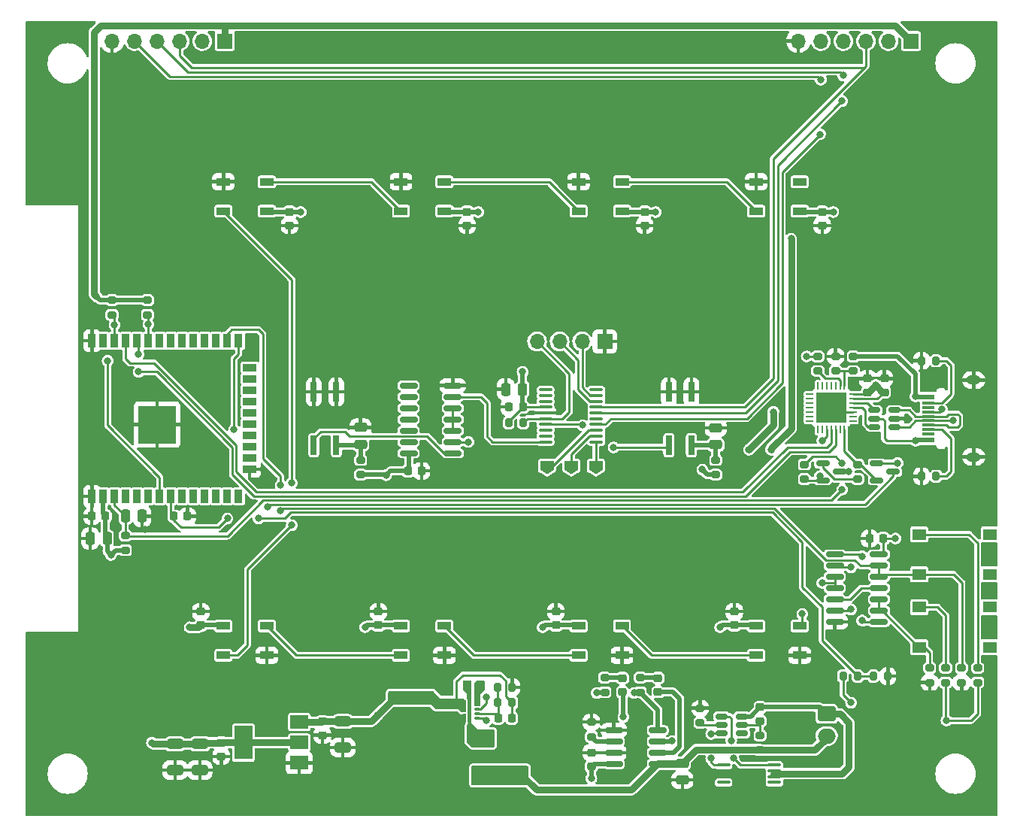
<source format=gtl>
G04 #@! TF.GenerationSoftware,KiCad,Pcbnew,(6.0.10-0)*
G04 #@! TF.CreationDate,2023-01-31T00:07:49+01:00*
G04 #@! TF.ProjectId,breast-module-proto-v1,62726561-7374-42d6-9d6f-64756c652d70,Proto V1*
G04 #@! TF.SameCoordinates,Original*
G04 #@! TF.FileFunction,Copper,L1,Top*
G04 #@! TF.FilePolarity,Positive*
%FSLAX46Y46*%
G04 Gerber Fmt 4.6, Leading zero omitted, Abs format (unit mm)*
G04 Created by KiCad (PCBNEW (6.0.10-0)) date 2023-01-31 00:07:49*
%MOMM*%
%LPD*%
G01*
G04 APERTURE LIST*
G04 Aperture macros list*
%AMRoundRect*
0 Rectangle with rounded corners*
0 $1 Rounding radius*
0 $2 $3 $4 $5 $6 $7 $8 $9 X,Y pos of 4 corners*
0 Add a 4 corners polygon primitive as box body*
4,1,4,$2,$3,$4,$5,$6,$7,$8,$9,$2,$3,0*
0 Add four circle primitives for the rounded corners*
1,1,$1+$1,$2,$3*
1,1,$1+$1,$4,$5*
1,1,$1+$1,$6,$7*
1,1,$1+$1,$8,$9*
0 Add four rect primitives between the rounded corners*
20,1,$1+$1,$2,$3,$4,$5,0*
20,1,$1+$1,$4,$5,$6,$7,0*
20,1,$1+$1,$6,$7,$8,$9,0*
20,1,$1+$1,$8,$9,$2,$3,0*%
%AMFreePoly0*
4,1,6,1.000000,0.000000,0.500000,-0.750000,-0.500000,-0.750000,-0.500000,0.750000,0.500000,0.750000,1.000000,0.000000,1.000000,0.000000,$1*%
%AMFreePoly1*
4,1,6,0.500000,-0.750000,-0.650000,-0.750000,-0.150000,0.000000,-0.650000,0.750000,0.500000,0.750000,0.500000,-0.750000,0.500000,-0.750000,$1*%
G04 Aperture macros list end*
G04 #@! TA.AperFunction,SMDPad,CuDef*
%ADD10RoundRect,0.225000X0.250000X-0.225000X0.250000X0.225000X-0.250000X0.225000X-0.250000X-0.225000X0*%
G04 #@! TD*
G04 #@! TA.AperFunction,SMDPad,CuDef*
%ADD11RoundRect,0.225000X-0.250000X0.225000X-0.250000X-0.225000X0.250000X-0.225000X0.250000X0.225000X0*%
G04 #@! TD*
G04 #@! TA.AperFunction,SMDPad,CuDef*
%ADD12RoundRect,0.100000X-0.637500X-0.100000X0.637500X-0.100000X0.637500X0.100000X-0.637500X0.100000X0*%
G04 #@! TD*
G04 #@! TA.AperFunction,SMDPad,CuDef*
%ADD13FreePoly0,270.000000*%
G04 #@! TD*
G04 #@! TA.AperFunction,SMDPad,CuDef*
%ADD14FreePoly1,270.000000*%
G04 #@! TD*
G04 #@! TA.AperFunction,ComponentPad*
%ADD15R,1.700000X1.700000*%
G04 #@! TD*
G04 #@! TA.AperFunction,ComponentPad*
%ADD16O,1.700000X1.700000*%
G04 #@! TD*
G04 #@! TA.AperFunction,SMDPad,CuDef*
%ADD17RoundRect,0.218750X0.256250X-0.218750X0.256250X0.218750X-0.256250X0.218750X-0.256250X-0.218750X0*%
G04 #@! TD*
G04 #@! TA.AperFunction,SMDPad,CuDef*
%ADD18RoundRect,0.250000X0.250000X0.475000X-0.250000X0.475000X-0.250000X-0.475000X0.250000X-0.475000X0*%
G04 #@! TD*
G04 #@! TA.AperFunction,SMDPad,CuDef*
%ADD19R,1.500000X0.900000*%
G04 #@! TD*
G04 #@! TA.AperFunction,SMDPad,CuDef*
%ADD20RoundRect,0.150000X-0.825000X-0.150000X0.825000X-0.150000X0.825000X0.150000X-0.825000X0.150000X0*%
G04 #@! TD*
G04 #@! TA.AperFunction,SMDPad,CuDef*
%ADD21RoundRect,0.250000X-0.475000X0.250000X-0.475000X-0.250000X0.475000X-0.250000X0.475000X0.250000X0*%
G04 #@! TD*
G04 #@! TA.AperFunction,SMDPad,CuDef*
%ADD22R,1.550000X1.300000*%
G04 #@! TD*
G04 #@! TA.AperFunction,SMDPad,CuDef*
%ADD23RoundRect,0.200000X-0.275000X0.200000X-0.275000X-0.200000X0.275000X-0.200000X0.275000X0.200000X0*%
G04 #@! TD*
G04 #@! TA.AperFunction,SMDPad,CuDef*
%ADD24R,2.000000X1.500000*%
G04 #@! TD*
G04 #@! TA.AperFunction,SMDPad,CuDef*
%ADD25R,2.000000X3.800000*%
G04 #@! TD*
G04 #@! TA.AperFunction,SMDPad,CuDef*
%ADD26R,0.900000X1.500000*%
G04 #@! TD*
G04 #@! TA.AperFunction,HeatsinkPad*
%ADD27C,0.475000*%
G04 #@! TD*
G04 #@! TA.AperFunction,SMDPad,CuDef*
%ADD28R,4.200000X4.200000*%
G04 #@! TD*
G04 #@! TA.AperFunction,SMDPad,CuDef*
%ADD29R,1.050000X1.050000*%
G04 #@! TD*
G04 #@! TA.AperFunction,SMDPad,CuDef*
%ADD30RoundRect,0.225000X-0.225000X-0.250000X0.225000X-0.250000X0.225000X0.250000X-0.225000X0.250000X0*%
G04 #@! TD*
G04 #@! TA.AperFunction,SMDPad,CuDef*
%ADD31RoundRect,0.200000X0.275000X-0.200000X0.275000X0.200000X-0.275000X0.200000X-0.275000X-0.200000X0*%
G04 #@! TD*
G04 #@! TA.AperFunction,SMDPad,CuDef*
%ADD32R,2.290000X3.000000*%
G04 #@! TD*
G04 #@! TA.AperFunction,SMDPad,CuDef*
%ADD33RoundRect,0.187500X0.187500X-0.937500X0.187500X0.937500X-0.187500X0.937500X-0.187500X-0.937500X0*%
G04 #@! TD*
G04 #@! TA.AperFunction,SMDPad,CuDef*
%ADD34RoundRect,0.225000X0.225000X0.250000X-0.225000X0.250000X-0.225000X-0.250000X0.225000X-0.250000X0*%
G04 #@! TD*
G04 #@! TA.AperFunction,SMDPad,CuDef*
%ADD35RoundRect,0.150000X-0.587500X-0.150000X0.587500X-0.150000X0.587500X0.150000X-0.587500X0.150000X0*%
G04 #@! TD*
G04 #@! TA.AperFunction,SMDPad,CuDef*
%ADD36R,2.500000X1.900000*%
G04 #@! TD*
G04 #@! TA.AperFunction,SMDPad,CuDef*
%ADD37R,1.450000X0.600000*%
G04 #@! TD*
G04 #@! TA.AperFunction,SMDPad,CuDef*
%ADD38R,1.450000X0.300000*%
G04 #@! TD*
G04 #@! TA.AperFunction,ComponentPad*
%ADD39O,2.100000X1.000000*%
G04 #@! TD*
G04 #@! TA.AperFunction,ComponentPad*
%ADD40O,1.600000X1.000000*%
G04 #@! TD*
G04 #@! TA.AperFunction,SMDPad,CuDef*
%ADD41RoundRect,0.250000X-0.650000X0.325000X-0.650000X-0.325000X0.650000X-0.325000X0.650000X0.325000X0*%
G04 #@! TD*
G04 #@! TA.AperFunction,SMDPad,CuDef*
%ADD42RoundRect,0.200000X-0.200000X-0.275000X0.200000X-0.275000X0.200000X0.275000X-0.200000X0.275000X0*%
G04 #@! TD*
G04 #@! TA.AperFunction,SMDPad,CuDef*
%ADD43RoundRect,0.200000X0.200000X0.275000X-0.200000X0.275000X-0.200000X-0.275000X0.200000X-0.275000X0*%
G04 #@! TD*
G04 #@! TA.AperFunction,SMDPad,CuDef*
%ADD44RoundRect,0.250000X0.650000X-0.325000X0.650000X0.325000X-0.650000X0.325000X-0.650000X-0.325000X0*%
G04 #@! TD*
G04 #@! TA.AperFunction,SMDPad,CuDef*
%ADD45RoundRect,0.062500X0.337500X0.062500X-0.337500X0.062500X-0.337500X-0.062500X0.337500X-0.062500X0*%
G04 #@! TD*
G04 #@! TA.AperFunction,SMDPad,CuDef*
%ADD46RoundRect,0.062500X0.062500X0.337500X-0.062500X0.337500X-0.062500X-0.337500X0.062500X-0.337500X0*%
G04 #@! TD*
G04 #@! TA.AperFunction,SMDPad,CuDef*
%ADD47R,3.350000X3.350000*%
G04 #@! TD*
G04 #@! TA.AperFunction,SMDPad,CuDef*
%ADD48RoundRect,0.150000X0.512500X0.150000X-0.512500X0.150000X-0.512500X-0.150000X0.512500X-0.150000X0*%
G04 #@! TD*
G04 #@! TA.AperFunction,SMDPad,CuDef*
%ADD49RoundRect,0.150000X0.825000X0.150000X-0.825000X0.150000X-0.825000X-0.150000X0.825000X-0.150000X0*%
G04 #@! TD*
G04 #@! TA.AperFunction,SMDPad,CuDef*
%ADD50RoundRect,0.100000X0.637500X0.100000X-0.637500X0.100000X-0.637500X-0.100000X0.637500X-0.100000X0*%
G04 #@! TD*
G04 #@! TA.AperFunction,SMDPad,CuDef*
%ADD51RoundRect,0.030000X-0.270000X0.095000X-0.270000X-0.095000X0.270000X-0.095000X0.270000X0.095000X0*%
G04 #@! TD*
G04 #@! TA.AperFunction,SMDPad,CuDef*
%ADD52RoundRect,0.035000X-0.140000X1.215000X-0.140000X-1.215000X0.140000X-1.215000X0.140000X1.215000X0*%
G04 #@! TD*
G04 #@! TA.AperFunction,SMDPad,CuDef*
%ADD53RoundRect,0.040000X-0.160000X0.460000X-0.160000X-0.460000X0.160000X-0.460000X0.160000X0.460000X0*%
G04 #@! TD*
G04 #@! TA.AperFunction,SMDPad,CuDef*
%ADD54RoundRect,0.040000X-0.160000X0.610000X-0.160000X-0.610000X0.160000X-0.610000X0.160000X0.610000X0*%
G04 #@! TD*
G04 #@! TA.AperFunction,SMDPad,CuDef*
%ADD55RoundRect,0.150000X-0.512500X-0.150000X0.512500X-0.150000X0.512500X0.150000X-0.512500X0.150000X0*%
G04 #@! TD*
G04 #@! TA.AperFunction,ComponentPad*
%ADD56RoundRect,0.250000X-0.750000X0.600000X-0.750000X-0.600000X0.750000X-0.600000X0.750000X0.600000X0*%
G04 #@! TD*
G04 #@! TA.AperFunction,ComponentPad*
%ADD57O,2.000000X1.700000*%
G04 #@! TD*
G04 #@! TA.AperFunction,ViaPad*
%ADD58C,0.800000*%
G04 #@! TD*
G04 #@! TA.AperFunction,Conductor*
%ADD59C,0.762000*%
G04 #@! TD*
G04 #@! TA.AperFunction,Conductor*
%ADD60C,0.508000*%
G04 #@! TD*
G04 #@! TA.AperFunction,Conductor*
%ADD61C,0.250000*%
G04 #@! TD*
G04 #@! TA.AperFunction,Conductor*
%ADD62C,0.254000*%
G04 #@! TD*
G04 APERTURE END LIST*
D10*
X130500000Y-119775000D03*
X130500000Y-118225000D03*
D11*
X160500000Y-73225000D03*
X160500000Y-74775000D03*
D12*
X149337500Y-93275000D03*
X149337500Y-93925000D03*
X149337500Y-94575000D03*
X149337500Y-95225000D03*
X149337500Y-95875000D03*
X149337500Y-96525000D03*
X149337500Y-97175000D03*
X149337500Y-97825000D03*
X149337500Y-98475000D03*
X149337500Y-99125000D03*
X155062500Y-99125000D03*
X155062500Y-98475000D03*
X155062500Y-97825000D03*
X155062500Y-97175000D03*
X155062500Y-96525000D03*
X155062500Y-95875000D03*
X155062500Y-95225000D03*
X155062500Y-94575000D03*
X155062500Y-93925000D03*
X155062500Y-93275000D03*
D13*
X155000000Y-101800000D03*
D14*
X155000000Y-103250000D03*
D15*
X113200000Y-54000000D03*
D16*
X110660000Y-54000000D03*
X108120000Y-54000000D03*
X105580000Y-54000000D03*
X103040000Y-54000000D03*
X100500000Y-54000000D03*
D17*
X158000000Y-127287499D03*
X158000000Y-125712499D03*
D18*
X103900000Y-107500000D03*
X102000000Y-107500000D03*
D15*
X190500000Y-54000000D03*
D16*
X187960000Y-54000000D03*
X185420000Y-54000000D03*
X182880000Y-54000000D03*
X180340000Y-54000000D03*
X177800000Y-54000000D03*
D19*
X133050000Y-119850000D03*
X133050000Y-123150000D03*
X137950000Y-123150000D03*
X137950000Y-119850000D03*
D11*
X185600000Y-92000000D03*
X185600000Y-93550000D03*
D20*
X181925000Y-111790000D03*
X181925000Y-113060000D03*
X181925000Y-114330000D03*
X181925000Y-115600000D03*
X181925000Y-116870000D03*
X181925000Y-118140000D03*
X181925000Y-119410000D03*
X186875000Y-119410000D03*
X186875000Y-118140000D03*
X186875000Y-116870000D03*
X186875000Y-115600000D03*
X186875000Y-114330000D03*
X186875000Y-113060000D03*
X186875000Y-111790000D03*
D19*
X173050000Y-119850000D03*
X173050000Y-123150000D03*
X177950000Y-123150000D03*
X177950000Y-119850000D03*
D21*
X164750000Y-135300000D03*
X164750000Y-137200000D03*
D22*
X191425000Y-117750000D03*
X199375000Y-117750000D03*
X191425000Y-122250000D03*
X199375000Y-122250000D03*
D23*
X104500000Y-83175000D03*
X104500000Y-84825000D03*
D24*
X121600000Y-135275000D03*
X121600000Y-132975000D03*
D25*
X115300000Y-132975000D03*
D24*
X121600000Y-130675000D03*
D11*
X173500000Y-128999999D03*
X173500000Y-130549999D03*
D23*
X100500000Y-83175000D03*
X100500000Y-84825000D03*
D21*
X128500000Y-97499999D03*
X128500000Y-99399999D03*
D26*
X98250000Y-105250000D03*
X99520000Y-105250000D03*
X100790000Y-105250000D03*
X102060000Y-105250000D03*
X103330000Y-105250000D03*
X104600000Y-105250000D03*
X105870000Y-105250000D03*
X107140000Y-105250000D03*
X108410000Y-105250000D03*
X109680000Y-105250000D03*
X110950000Y-105250000D03*
X112220000Y-105250000D03*
X113490000Y-105250000D03*
X114760000Y-105250000D03*
D19*
X116010000Y-102210000D03*
X116010000Y-100940000D03*
X116010000Y-99670000D03*
X116010000Y-98400000D03*
X116010000Y-97130000D03*
X116010000Y-95860000D03*
X116010000Y-94590000D03*
X116010000Y-93320000D03*
X116010000Y-92050000D03*
X116010000Y-90780000D03*
D26*
X114760000Y-87750000D03*
X113490000Y-87750000D03*
X112220000Y-87750000D03*
X110950000Y-87750000D03*
X109680000Y-87750000D03*
X108410000Y-87750000D03*
X107140000Y-87750000D03*
X105870000Y-87750000D03*
X104600000Y-87750000D03*
X103330000Y-87750000D03*
X102060000Y-87750000D03*
X100790000Y-87750000D03*
X99520000Y-87750000D03*
X98250000Y-87750000D03*
D27*
X107115000Y-97942500D03*
X105590000Y-97942500D03*
X104827500Y-95655000D03*
D28*
X105590000Y-97180000D03*
D27*
X106352500Y-95655000D03*
D29*
X107115000Y-98705000D03*
D27*
X104065000Y-97942500D03*
X104827500Y-98705000D03*
D29*
X105590000Y-95655000D03*
X107115000Y-95655000D03*
X107115000Y-97180000D03*
X105590000Y-98705000D03*
D27*
X106352500Y-98705000D03*
X104065000Y-96417500D03*
X105590000Y-96417500D03*
D29*
X104065000Y-97180000D03*
D27*
X104827500Y-97180000D03*
X106352500Y-97180000D03*
D29*
X104065000Y-95655000D03*
D27*
X107115000Y-96417500D03*
D29*
X104065000Y-98705000D03*
X105590000Y-97180000D03*
D30*
X133825000Y-102400000D03*
X135375000Y-102400000D03*
D23*
X128500000Y-101175000D03*
X128500000Y-102825000D03*
D13*
X152250000Y-101800000D03*
D14*
X152250000Y-103250000D03*
D13*
X149500000Y-101800000D03*
D14*
X149500000Y-103250000D03*
D31*
X194400000Y-126225000D03*
X194400000Y-124575000D03*
X178500000Y-103325000D03*
X178500000Y-101675000D03*
D19*
X153050000Y-119850000D03*
X153050000Y-123150000D03*
X157950000Y-123150000D03*
X157950000Y-119850000D03*
D20*
X157025000Y-131595000D03*
X157025000Y-132865000D03*
X157025000Y-134135000D03*
X157025000Y-135405000D03*
X161975000Y-135405000D03*
X161975000Y-134135000D03*
X161975000Y-132865000D03*
X161975000Y-131595000D03*
D32*
X159500000Y-133500000D03*
D33*
X125770000Y-93500000D03*
X123230000Y-93500000D03*
X123230000Y-99500000D03*
X125770000Y-99500000D03*
D30*
X107450000Y-107500000D03*
X109000000Y-107500000D03*
D23*
X192600000Y-124575000D03*
X192600000Y-126225000D03*
D34*
X146775000Y-95200000D03*
X145225000Y-95200000D03*
D35*
X180562500Y-101550000D03*
X180562500Y-103450000D03*
X182437500Y-102500000D03*
D36*
X142250000Y-136599999D03*
X142250000Y-132499999D03*
D37*
X192455000Y-99750000D03*
X192455000Y-98950000D03*
D38*
X192455000Y-97750000D03*
X192455000Y-96750000D03*
X192455000Y-96250000D03*
X192455000Y-95250000D03*
D37*
X192455000Y-94050000D03*
X192455000Y-93250000D03*
X192455000Y-93250000D03*
X192455000Y-94050000D03*
D38*
X192455000Y-94750000D03*
X192455000Y-95750000D03*
X192455000Y-97250000D03*
X192455000Y-98250000D03*
D37*
X192455000Y-98950000D03*
X192455000Y-99750000D03*
D39*
X193370000Y-100820000D03*
X193370000Y-92180000D03*
D40*
X197550000Y-100820000D03*
X197550000Y-92180000D03*
D31*
X160000000Y-127324999D03*
X160000000Y-125674999D03*
D11*
X124200000Y-130600000D03*
X124200000Y-132150000D03*
D41*
X135499999Y-128024999D03*
X135499999Y-130974999D03*
D34*
X187375000Y-110000000D03*
X185825000Y-110000000D03*
X145524999Y-130249999D03*
X143974999Y-130249999D03*
D11*
X138250000Y-128724999D03*
X138250000Y-130274999D03*
D23*
X184500000Y-101675000D03*
X184500000Y-103325000D03*
D31*
X156000000Y-127324999D03*
X156000000Y-125674999D03*
D34*
X142025000Y-126499999D03*
X140475000Y-126499999D03*
D42*
X186250000Y-125500000D03*
X187900000Y-125500000D03*
D23*
X182000000Y-89500000D03*
X182000000Y-91150000D03*
D43*
X193325000Y-103000000D03*
X191675000Y-103000000D03*
D15*
X156000000Y-87825000D03*
D16*
X153460000Y-87825000D03*
X150920000Y-87825000D03*
X148380000Y-87825000D03*
D31*
X102000000Y-111325000D03*
X102000000Y-109675000D03*
D19*
X113050000Y-119850000D03*
X113050000Y-123150000D03*
X117950000Y-123150000D03*
X117950000Y-119850000D03*
D42*
X143925000Y-126749999D03*
X145575000Y-126749999D03*
D23*
X196200000Y-124575000D03*
X196200000Y-126225000D03*
D44*
X146500000Y-136474999D03*
X146500000Y-133524999D03*
D41*
X126500000Y-130600000D03*
X126500000Y-133550000D03*
D45*
X183950000Y-96775000D03*
X183950000Y-96275000D03*
X183950000Y-95775000D03*
X183950000Y-95275000D03*
X183950000Y-94775000D03*
X183950000Y-94275000D03*
X183950000Y-93775000D03*
D46*
X183000000Y-92825000D03*
X182500000Y-92825000D03*
X182000000Y-92825000D03*
X181500000Y-92825000D03*
X181000000Y-92825000D03*
X180500000Y-92825000D03*
X180000000Y-92825000D03*
D45*
X179050000Y-93775000D03*
X179050000Y-94275000D03*
X179050000Y-94775000D03*
X179050000Y-95275000D03*
X179050000Y-95775000D03*
X179050000Y-96275000D03*
X179050000Y-96775000D03*
D46*
X180000000Y-97725000D03*
X180500000Y-97725000D03*
X181000000Y-97725000D03*
X181500000Y-97725000D03*
X182000000Y-97725000D03*
X182500000Y-97725000D03*
X183000000Y-97725000D03*
D47*
X181500000Y-95275000D03*
D11*
X140500000Y-73225000D03*
X140500000Y-74775000D03*
D10*
X154500000Y-135675000D03*
X154500000Y-134125000D03*
D11*
X187500000Y-92000000D03*
X187500000Y-93550000D03*
X120500000Y-73225000D03*
X120500000Y-74775000D03*
D31*
X173500000Y-133824999D03*
X173500000Y-132174999D03*
X166750000Y-130750000D03*
X166750000Y-129100000D03*
D35*
X186624999Y-101550000D03*
X186624999Y-103450000D03*
X188499999Y-102500000D03*
D48*
X188637500Y-97450000D03*
X188637500Y-96500000D03*
X188637500Y-95550000D03*
X186362500Y-95550000D03*
X186362500Y-96500000D03*
X186362500Y-97450000D03*
D43*
X193325000Y-90000000D03*
X191675000Y-90000000D03*
D11*
X112800000Y-133000000D03*
X112800000Y-134550000D03*
D22*
X191425000Y-109550000D03*
X199375000Y-109550000D03*
X191425000Y-114050000D03*
X199375000Y-114050000D03*
D18*
X146750000Y-93200000D03*
X144850000Y-93200000D03*
D19*
X137950000Y-73150000D03*
X137950000Y-69850000D03*
X133050000Y-69850000D03*
X133050000Y-73150000D03*
D49*
X138875000Y-100410000D03*
X138875000Y-99140000D03*
X138875000Y-97870000D03*
X138875000Y-96600000D03*
X138875000Y-95330000D03*
X138875000Y-94060000D03*
X138875000Y-92790000D03*
X133925000Y-92790000D03*
X133925000Y-94060000D03*
X133925000Y-95330000D03*
X133925000Y-96600000D03*
X133925000Y-97870000D03*
X133925000Y-99140000D03*
X133925000Y-100410000D03*
D23*
X168500000Y-101175000D03*
X168500000Y-102825000D03*
D42*
X182850000Y-125500000D03*
X184500000Y-125500000D03*
D31*
X184000000Y-91150000D03*
X184000000Y-89500000D03*
X154500000Y-132324999D03*
X154500000Y-130674999D03*
D10*
X150500000Y-119775000D03*
X150500000Y-118225000D03*
X110500000Y-119775000D03*
X110500000Y-118225000D03*
D18*
X99950000Y-110000000D03*
X98050000Y-110000000D03*
D19*
X157950000Y-73150000D03*
X157950000Y-69850000D03*
X153050000Y-69850000D03*
X153050000Y-73150000D03*
X177950000Y-73150000D03*
X177950000Y-69850000D03*
X173050000Y-69850000D03*
X173050000Y-73150000D03*
D23*
X180000000Y-89500000D03*
X180000000Y-91150000D03*
D41*
X132750000Y-128024999D03*
X132750000Y-130974999D03*
D17*
X162000000Y-127287499D03*
X162000000Y-125712499D03*
D42*
X145175000Y-97000000D03*
X146825000Y-97000000D03*
D50*
X175112500Y-137475000D03*
X175112500Y-136825000D03*
X175112500Y-136175000D03*
X175112500Y-135525000D03*
X169387500Y-135525000D03*
X169387500Y-136175000D03*
X169387500Y-136825000D03*
X169387500Y-137475000D03*
D31*
X198000000Y-126225000D03*
X198000000Y-124575000D03*
D41*
X107600000Y-133125000D03*
X107600000Y-136075000D03*
D33*
X165770000Y-93500000D03*
X163230000Y-93500000D03*
X163230000Y-99500000D03*
X165770000Y-99500000D03*
D10*
X170600000Y-119775000D03*
X170600000Y-118225000D03*
D43*
X145575000Y-128499999D03*
X143925000Y-128499999D03*
D11*
X180500000Y-73225000D03*
X180500000Y-74775000D03*
D41*
X110400000Y-133125000D03*
X110400000Y-136075000D03*
D51*
X141650000Y-128749999D03*
X141650000Y-129249999D03*
X141650000Y-129749999D03*
X141650000Y-130249999D03*
D52*
X140735000Y-129499999D03*
D53*
X140210000Y-130249999D03*
D54*
X140210000Y-128899999D03*
D19*
X117950000Y-73150000D03*
X117950000Y-69850000D03*
X113050000Y-69850000D03*
X113050000Y-73150000D03*
D21*
X168500000Y-97550000D03*
X168500000Y-99450000D03*
D55*
X169162500Y-130049999D03*
X169162500Y-130999999D03*
X169162500Y-131949999D03*
X171437500Y-131949999D03*
X171437500Y-130999999D03*
X171437500Y-130049999D03*
D34*
X99775000Y-107500000D03*
X98225000Y-107500000D03*
D56*
X181000000Y-129750000D03*
D57*
X181000000Y-132250000D03*
D58*
X182000000Y-109000000D03*
X189000000Y-108000000D03*
X189000000Y-106000000D03*
X189000000Y-100000000D03*
X178418366Y-98403379D03*
X178495196Y-91578277D03*
X186000000Y-100000000D03*
X185000000Y-99000000D03*
X119000000Y-75000000D03*
X139000000Y-75000000D03*
X159000000Y-75000000D03*
X179000000Y-75000000D03*
X173000000Y-118000000D03*
X153000000Y-118000000D03*
X133000000Y-118000000D03*
X113000000Y-118000000D03*
X102000000Y-120000000D03*
X98000000Y-120000000D03*
X102000000Y-126000000D03*
X102000000Y-123000000D03*
X98000000Y-126000000D03*
X98000000Y-123000000D03*
X177000000Y-140000000D03*
X180000000Y-140000000D03*
X183000000Y-140000000D03*
X189000000Y-140000000D03*
X186000000Y-140000000D03*
X189000000Y-136000000D03*
X186000000Y-136000000D03*
X140000000Y-136000000D03*
X140000000Y-135000000D03*
X140000000Y-134000000D03*
X148000000Y-132000000D03*
X146000000Y-132000000D03*
X146000000Y-125000000D03*
X137000000Y-133000000D03*
X137000000Y-132000000D03*
X134000000Y-133000000D03*
X134000000Y-132000000D03*
X131000000Y-133000000D03*
X131000000Y-132000000D03*
X157000000Y-137000000D03*
X136000000Y-95000000D03*
X137000000Y-94000000D03*
X136000000Y-93000000D03*
X116000000Y-89000000D03*
X190000000Y-68000000D03*
X190000000Y-65000000D03*
X190000000Y-62000000D03*
X185000000Y-68000000D03*
X185000000Y-65000000D03*
X185000000Y-62000000D03*
X106000000Y-62000000D03*
X109000000Y-62000000D03*
X103000000Y-62000000D03*
X98000000Y-99000000D03*
X98000000Y-96000000D03*
X98000000Y-93000000D03*
X168000000Y-125000000D03*
X148000000Y-125000000D03*
X127000000Y-125000000D03*
X164000000Y-68000000D03*
X143000000Y-68000000D03*
X123000000Y-68000000D03*
X198000000Y-99000000D03*
X198000000Y-97000000D03*
X198000000Y-95000000D03*
X199000000Y-100000000D03*
X199000000Y-98000000D03*
X199000000Y-96000000D03*
X199000000Y-94000000D03*
X190000000Y-125000000D03*
X191000000Y-130000000D03*
X191000000Y-128000000D03*
X168000000Y-128000000D03*
X166000000Y-128000000D03*
X173000000Y-140000000D03*
X171000000Y-140000000D03*
X169000000Y-140000000D03*
X167000000Y-140000000D03*
X157000000Y-130000000D03*
X156000000Y-130000000D03*
X113000000Y-136000000D03*
X111000000Y-138000000D03*
X109000000Y-138000000D03*
X107000000Y-138000000D03*
X122000000Y-137000000D03*
X124000000Y-137000000D03*
X124000000Y-135000000D03*
X106000000Y-112000000D03*
X109000000Y-112000000D03*
X112000000Y-112000000D03*
X115000000Y-112000000D03*
X116000000Y-109000000D03*
X118000000Y-109000000D03*
X128000000Y-108000000D03*
X122000000Y-108000000D03*
X124000000Y-108000000D03*
X122000000Y-104000000D03*
X125000000Y-104000000D03*
X128000000Y-104000000D03*
X133000000Y-104000000D03*
X136000000Y-104000000D03*
X139000000Y-104000000D03*
X142000000Y-104000000D03*
X145000000Y-104000000D03*
X148000000Y-104000000D03*
X154000000Y-104000000D03*
X151000000Y-104000000D03*
X157000000Y-104000000D03*
X160000000Y-104000000D03*
X163000000Y-104000000D03*
X166000000Y-104000000D03*
X169000000Y-104000000D03*
X172000000Y-108000000D03*
X169000000Y-108000000D03*
X166000000Y-108000000D03*
X163000000Y-108000000D03*
X160000000Y-108000000D03*
X157000000Y-108000000D03*
X154000000Y-108000000D03*
X151000000Y-108000000D03*
X148000000Y-108000000D03*
X145000000Y-108000000D03*
X142000000Y-108000000D03*
X139000000Y-108000000D03*
X136000000Y-108000000D03*
X133000000Y-108000000D03*
X130000000Y-108000000D03*
X146750000Y-91250000D03*
X98750000Y-82750000D03*
X100375000Y-111875000D03*
X131375000Y-102875000D03*
X167000000Y-102250000D03*
X121750000Y-73250000D03*
X141750000Y-73250000D03*
X161750000Y-73250000D03*
X181750000Y-73250000D03*
X178750000Y-89500000D03*
X169000000Y-120000000D03*
X149000000Y-120000000D03*
X129000000Y-120000000D03*
X109250000Y-120000000D03*
X172250000Y-100000000D03*
X186500000Y-92750000D03*
X175000000Y-95750000D03*
X105000000Y-133000000D03*
X177000000Y-76250000D03*
X174750000Y-100000000D03*
X130400000Y-129900000D03*
X194500000Y-130500000D03*
X142700000Y-130476499D03*
X144100000Y-136600000D03*
X183750000Y-128500000D03*
X188750000Y-110000000D03*
X191000000Y-99000000D03*
X159300000Y-127400000D03*
X154500000Y-137000000D03*
X191000000Y-94000000D03*
X155100000Y-127400000D03*
X118000000Y-124800000D03*
X109500000Y-91000000D03*
X190000000Y-96500000D03*
X178000000Y-124800000D03*
X180750000Y-135250000D03*
X189500000Y-93000000D03*
X151100000Y-139600000D03*
X159800000Y-123200000D03*
X160000000Y-134500000D03*
X111750000Y-93250000D03*
X180500000Y-94500000D03*
X173000000Y-68000000D03*
X171000000Y-137250000D03*
X98250000Y-103750000D03*
X177200000Y-61000000D03*
X185400000Y-104200000D03*
X113000000Y-68000000D03*
X142000000Y-99000000D03*
X174750000Y-104500000D03*
X163250000Y-91250000D03*
X199500000Y-115750000D03*
X165750000Y-91250000D03*
X138000000Y-124800000D03*
X117500000Y-102250000D03*
X183500000Y-114750000D03*
X177200000Y-59800000D03*
X159000000Y-133500000D03*
X172000000Y-98500000D03*
X176250000Y-132000000D03*
X180500000Y-96500000D03*
X181612500Y-95387500D03*
X138250000Y-91250000D03*
X97500000Y-89500000D03*
X153100000Y-139600000D03*
X177200000Y-62200000D03*
X151000000Y-93750000D03*
X123250000Y-91250000D03*
X189250000Y-117500000D03*
X189500000Y-92000000D03*
X143000000Y-91250000D03*
X153250000Y-94750000D03*
X97500000Y-113000000D03*
X153000000Y-133200000D03*
X152100000Y-137000000D03*
X111250000Y-107250000D03*
X189500000Y-94000000D03*
X192000000Y-104750000D03*
X153000000Y-68000000D03*
X152000000Y-98250000D03*
X163200000Y-130000000D03*
X152100000Y-139600000D03*
X160000000Y-133500000D03*
X199500000Y-120250000D03*
X150100000Y-139600000D03*
X159000000Y-132500000D03*
X179500000Y-113250000D03*
X104250000Y-109000000D03*
X191750000Y-88500000D03*
X199500000Y-111750000D03*
X98500000Y-112000000D03*
X182500000Y-94500000D03*
X189250000Y-115500000D03*
X177500000Y-135250000D03*
X182500000Y-96500000D03*
X183000000Y-88250000D03*
X160000000Y-132500000D03*
X139250000Y-91250000D03*
X150100000Y-137000000D03*
X176250000Y-131000000D03*
X167750000Y-136250000D03*
X181000000Y-88250000D03*
X153100000Y-137000000D03*
X144000000Y-91250000D03*
X133000000Y-68000000D03*
X98500000Y-113000000D03*
X97500000Y-112000000D03*
X151000000Y-95000000D03*
X159000000Y-134500000D03*
X145000000Y-91250000D03*
X167750000Y-137250000D03*
X125750000Y-91250000D03*
X153000000Y-129200000D03*
X106500000Y-108250000D03*
X171000000Y-136250000D03*
X128500000Y-95750000D03*
X196900000Y-128200000D03*
X151100000Y-137000000D03*
X140750000Y-96000000D03*
X117000000Y-107750000D03*
X113500000Y-107750000D03*
X182750000Y-104500000D03*
X183500000Y-102500000D03*
X163600000Y-132800000D03*
X158100000Y-130100000D03*
X178250000Y-118500000D03*
X153500000Y-97250000D03*
X193986286Y-95476500D03*
X195250000Y-96750000D03*
X104600000Y-85900000D03*
X100790000Y-85960000D03*
X182750000Y-60750000D03*
X182880000Y-57880000D03*
X100000000Y-90000000D03*
X180340000Y-58340000D03*
X180250000Y-64500000D03*
X180500000Y-99000000D03*
X180226500Y-103000000D03*
X182750000Y-101500000D03*
X189000000Y-101500000D03*
X118013714Y-106430500D03*
X114250000Y-97750000D03*
X119500000Y-106884500D03*
X119500000Y-104000000D03*
X142700000Y-127900000D03*
X180500000Y-115000000D03*
X170500000Y-134750000D03*
X170250000Y-132750000D03*
X168000000Y-132000000D03*
X168000000Y-134750000D03*
X185000000Y-119250000D03*
X185000000Y-112000000D03*
X183750000Y-118000000D03*
X183750000Y-113250000D03*
X103500000Y-89250000D03*
X103500000Y-91250000D03*
X140640000Y-99140000D03*
X157000000Y-99750000D03*
X120750000Y-108500000D03*
X120750000Y-103750000D03*
D59*
X174750000Y-99875000D02*
X174750000Y-100000000D01*
X177000000Y-76250000D02*
X177000000Y-97625000D01*
X177000000Y-97625000D02*
X174750000Y-99875000D01*
D60*
X146750000Y-93200000D02*
X146750000Y-91250000D01*
D59*
X188750000Y-52250000D02*
X190500000Y-54000000D01*
X98750000Y-82750000D02*
X98500000Y-82500000D01*
X98500000Y-82500000D02*
X98500000Y-53000000D01*
X98500000Y-53000000D02*
X99250000Y-52250000D01*
X99250000Y-52250000D02*
X188750000Y-52250000D01*
D60*
X98750000Y-82750000D02*
X99175000Y-83175000D01*
X99175000Y-83175000D02*
X100500000Y-83175000D01*
D59*
X113200000Y-52300000D02*
X113200000Y-54000000D01*
D60*
X104500000Y-83175000D02*
X100500000Y-83175000D01*
X102000000Y-111325000D02*
X100925000Y-111325000D01*
X100925000Y-111325000D02*
X100375000Y-111875000D01*
X99950000Y-110000000D02*
X99950000Y-111450000D01*
X99950000Y-111450000D02*
X100375000Y-111875000D01*
X133825000Y-102400000D02*
X131850000Y-102400000D01*
X131850000Y-102400000D02*
X131375000Y-102875000D01*
X128500000Y-102825000D02*
X131325000Y-102825000D01*
X131325000Y-102825000D02*
X131375000Y-102875000D01*
X168500000Y-102825000D02*
X167575000Y-102825000D01*
X167575000Y-102825000D02*
X167000000Y-102250000D01*
D59*
X172250000Y-100000000D02*
X175000000Y-97250000D01*
X175000000Y-97250000D02*
X175000000Y-95750000D01*
D60*
X120500000Y-73225000D02*
X121725000Y-73225000D01*
X121725000Y-73225000D02*
X121750000Y-73250000D01*
X140500000Y-73225000D02*
X141725000Y-73225000D01*
X141725000Y-73225000D02*
X141750000Y-73250000D01*
X160500000Y-73225000D02*
X161725000Y-73225000D01*
X161725000Y-73225000D02*
X161750000Y-73250000D01*
X180500000Y-73225000D02*
X181725000Y-73225000D01*
X181725000Y-73225000D02*
X181750000Y-73250000D01*
D61*
X180000000Y-89500000D02*
X178750000Y-89500000D01*
D60*
X170600000Y-119775000D02*
X169225000Y-119775000D01*
X169225000Y-119775000D02*
X169000000Y-120000000D01*
X150500000Y-119775000D02*
X149225000Y-119775000D01*
X149225000Y-119775000D02*
X149000000Y-120000000D01*
X130500000Y-119775000D02*
X129225000Y-119775000D01*
X129225000Y-119775000D02*
X129000000Y-120000000D01*
D59*
X110275000Y-120000000D02*
X110500000Y-119775000D01*
X109250000Y-120000000D02*
X110275000Y-120000000D01*
X186500000Y-92750000D02*
X187300000Y-93550000D01*
X187300000Y-93550000D02*
X187500000Y-93550000D01*
X186500000Y-92750000D02*
X185700000Y-93550000D01*
X185700000Y-93550000D02*
X185600000Y-93550000D01*
X107600000Y-133125000D02*
X105125000Y-133125000D01*
X105125000Y-133125000D02*
X105000000Y-133000000D01*
X130400000Y-129900000D02*
X129700000Y-130600000D01*
X132275001Y-128024999D02*
X130400000Y-129900000D01*
X132750000Y-128024999D02*
X132275001Y-128024999D01*
X164645000Y-135405000D02*
X164750000Y-135300000D01*
X161975000Y-135405000D02*
X164645000Y-135405000D01*
X173500000Y-133824999D02*
X179675001Y-133824999D01*
D62*
X187375000Y-110000000D02*
X187375000Y-111790000D01*
D59*
X164750000Y-135300000D02*
X162000000Y-135300000D01*
D62*
X198000000Y-126225000D02*
X198000000Y-129750000D01*
X187375000Y-111790000D02*
X186875000Y-111790000D01*
X182850000Y-125500000D02*
X182850000Y-127600000D01*
X182850000Y-127600000D02*
X183750000Y-128500000D01*
D59*
X173500000Y-133824999D02*
X173444001Y-133769000D01*
D62*
X141650000Y-130249999D02*
X142473500Y-130249999D01*
D59*
X159000000Y-138300000D02*
X148325001Y-138300000D01*
X166281000Y-133769000D02*
X164750000Y-135300000D01*
X173444001Y-133769000D02*
X166281000Y-133769000D01*
D62*
X198000000Y-129750000D02*
X197250000Y-130500000D01*
X197250000Y-130500000D02*
X194500000Y-130500000D01*
X188750000Y-110000000D02*
X187375000Y-110000000D01*
X142473500Y-130249999D02*
X142700000Y-130476499D01*
D59*
X179675001Y-133824999D02*
X181000000Y-132500000D01*
X148325001Y-138300000D02*
X146500000Y-136474999D01*
D62*
X194400000Y-130400000D02*
X194500000Y-130500000D01*
D59*
X181000000Y-132500000D02*
X181000000Y-132250000D01*
X162000000Y-135300000D02*
X159000000Y-138300000D01*
D62*
X194400000Y-126225000D02*
X194400000Y-130400000D01*
D59*
X182750000Y-136500000D02*
X175000000Y-136500000D01*
D60*
X180249999Y-128999999D02*
X181000000Y-129750000D01*
X172450000Y-130049999D02*
X173500000Y-128999999D01*
D59*
X183500000Y-135750000D02*
X182750000Y-136500000D01*
D60*
X171437500Y-130049999D02*
X172450000Y-130049999D01*
D59*
X181000000Y-129750000D02*
X182500000Y-129750000D01*
X182500000Y-129750000D02*
X183500000Y-130750000D01*
D60*
X173500000Y-128999999D02*
X180249999Y-128999999D01*
D59*
X183500000Y-130750000D02*
X183500000Y-135750000D01*
D60*
X159300000Y-127400000D02*
X159924999Y-127400000D01*
D61*
X187500000Y-96750000D02*
X187500000Y-98750000D01*
X187250000Y-96500000D02*
X187500000Y-96750000D01*
D60*
X161975000Y-129299999D02*
X160000000Y-127324999D01*
X161975000Y-131595000D02*
X161975000Y-129299999D01*
X189000000Y-89500000D02*
X191000000Y-91500000D01*
X184000000Y-89500000D02*
X189000000Y-89500000D01*
D61*
X187500000Y-98750000D02*
X187750000Y-99000000D01*
X187750000Y-99000000D02*
X191000000Y-99000000D01*
D60*
X154770000Y-135405000D02*
X154500000Y-135675000D01*
X192455000Y-98950000D02*
X191050000Y-98950000D01*
X191050000Y-98950000D02*
X191000000Y-99000000D01*
X192455000Y-94050000D02*
X191050000Y-94050000D01*
D61*
X186362500Y-96500000D02*
X187250000Y-96500000D01*
D60*
X156000000Y-127324999D02*
X155175001Y-127324999D01*
X191050000Y-94050000D02*
X191000000Y-94000000D01*
X159924999Y-127400000D02*
X160000000Y-127324999D01*
X155175001Y-127324999D02*
X155100000Y-127400000D01*
X191000000Y-91500000D02*
X191000000Y-94000000D01*
X157025000Y-135405000D02*
X154770000Y-135405000D01*
X154500000Y-137000000D02*
X154500000Y-135675000D01*
D62*
X183950000Y-95775000D02*
X182000000Y-95775000D01*
X182000000Y-95775000D02*
X181612500Y-95387500D01*
X181612500Y-95387500D02*
X181500000Y-95275000D01*
D60*
X130500000Y-119775000D02*
X132975000Y-119775000D01*
X118025000Y-73225000D02*
X117950000Y-73150000D01*
X112975000Y-119775000D02*
X113050000Y-119850000D01*
X132975000Y-119775000D02*
X133050000Y-119850000D01*
X178025000Y-73225000D02*
X177950000Y-73150000D01*
D62*
X145575000Y-130199998D02*
X145524999Y-130249999D01*
X139300000Y-126100000D02*
X139300000Y-128300000D01*
D60*
X158025000Y-73225000D02*
X157950000Y-73150000D01*
X140500000Y-73225000D02*
X138025000Y-73225000D01*
D62*
X140000000Y-125400000D02*
X139300000Y-126100000D01*
D59*
X126500000Y-130600000D02*
X124200000Y-130600000D01*
D62*
X144848000Y-126048000D02*
X144200000Y-125400000D01*
D60*
X110500000Y-119775000D02*
X112975000Y-119775000D01*
D59*
X121600000Y-130675000D02*
X124125000Y-130675000D01*
D60*
X172975000Y-119775000D02*
X173050000Y-119850000D01*
D62*
X144848000Y-127772999D02*
X144848000Y-126048000D01*
D60*
X160500000Y-73225000D02*
X158025000Y-73225000D01*
X152975000Y-119775000D02*
X153050000Y-119850000D01*
X150500000Y-119775000D02*
X152975000Y-119775000D01*
X170600000Y-119775000D02*
X172975000Y-119775000D01*
D62*
X145575000Y-128499999D02*
X144848000Y-127772999D01*
X144200000Y-125400000D02*
X140000000Y-125400000D01*
D60*
X120500000Y-73225000D02*
X118025000Y-73225000D01*
D62*
X145575000Y-128499999D02*
X145575000Y-130199998D01*
D59*
X129700000Y-130600000D02*
X126500000Y-130600000D01*
D60*
X180500000Y-73225000D02*
X178025000Y-73225000D01*
X138025000Y-73225000D02*
X137950000Y-73150000D01*
D59*
X124125000Y-130675000D02*
X124200000Y-130600000D01*
X112800000Y-133000000D02*
X110525000Y-133000000D01*
D62*
X187450000Y-93550000D02*
X187500000Y-93550000D01*
D59*
X121600000Y-132975000D02*
X115300000Y-132975000D01*
D62*
X183950000Y-93775000D02*
X185375000Y-93775000D01*
D59*
X110400000Y-133125000D02*
X107600000Y-133125000D01*
D60*
X99520000Y-105250000D02*
X99520000Y-107245000D01*
D62*
X183950000Y-94275000D02*
X186725000Y-94275000D01*
D60*
X146750000Y-93200000D02*
X146750000Y-95175000D01*
D59*
X115300000Y-132975000D02*
X112825000Y-132975000D01*
D62*
X145175000Y-96800000D02*
X146775000Y-95200000D01*
D60*
X99775000Y-107500000D02*
X99775000Y-109825000D01*
X99775000Y-109825000D02*
X99950000Y-110000000D01*
D62*
X185375000Y-93775000D02*
X185600000Y-93550000D01*
D60*
X99520000Y-107245000D02*
X99775000Y-107500000D01*
D62*
X149312500Y-95200000D02*
X149337500Y-95225000D01*
D60*
X133925000Y-100410000D02*
X133925000Y-102300000D01*
X146750000Y-95175000D02*
X146775000Y-95200000D01*
D62*
X146775000Y-95200000D02*
X149312500Y-95200000D01*
D59*
X110525000Y-133000000D02*
X110400000Y-133125000D01*
D62*
X186725000Y-94275000D02*
X187450000Y-93550000D01*
D59*
X112825000Y-132975000D02*
X112800000Y-133000000D01*
D62*
X145175000Y-97000000D02*
X145175000Y-96800000D01*
D60*
X133925000Y-102300000D02*
X133825000Y-102400000D01*
D62*
X143925000Y-126749999D02*
X143925000Y-128499999D01*
X141650000Y-129749999D02*
X143974999Y-129749999D01*
X143974999Y-128549998D02*
X143925000Y-128499999D01*
X143974999Y-130249999D02*
X143974999Y-128549998D01*
X143974999Y-129749999D02*
X143974999Y-130249999D01*
X171437500Y-130999999D02*
X173500000Y-131000000D01*
X173500000Y-131000000D02*
X173500000Y-130549999D01*
X173500000Y-132174999D02*
X173500000Y-131000000D01*
X184500000Y-125500000D02*
X180500000Y-121500000D01*
X178250000Y-115500000D02*
X178250000Y-110406632D01*
X178250000Y-110406632D02*
X174909368Y-107066000D01*
X107140000Y-107190000D02*
X107450000Y-107500000D01*
X113500000Y-107750000D02*
X112500000Y-108750000D01*
X107140000Y-105250000D02*
X107140000Y-107190000D01*
X184500000Y-125500000D02*
X186250000Y-125500000D01*
X180500000Y-117750000D02*
X178250000Y-115500000D01*
X108250000Y-108750000D02*
X107450000Y-107950000D01*
X120634000Y-107066000D02*
X119950000Y-107750000D01*
X174909368Y-107066000D02*
X120634000Y-107066000D01*
X107450000Y-107950000D02*
X107450000Y-107500000D01*
X180500000Y-121500000D02*
X180500000Y-117750000D01*
X119950000Y-107750000D02*
X117000000Y-107750000D01*
X112500000Y-108750000D02*
X108250000Y-108750000D01*
X181546000Y-105704000D02*
X117546000Y-105704000D01*
X100790000Y-105250000D02*
X100790000Y-106290000D01*
X100790000Y-106290000D02*
X102000000Y-107500000D01*
X182750000Y-104500000D02*
X181546000Y-105704000D01*
X113500000Y-109750000D02*
X102075000Y-109750000D01*
X182437500Y-102500000D02*
X183500000Y-102500000D01*
X117546000Y-105704000D02*
X113500000Y-109750000D01*
X102000000Y-107500000D02*
X102000000Y-109675000D01*
X102075000Y-109750000D02*
X102000000Y-109675000D01*
D60*
X128500000Y-99399999D02*
X128500000Y-101175000D01*
X128399999Y-99500000D02*
X128500000Y-99399999D01*
X125770000Y-99500000D02*
X128399999Y-99500000D01*
X168500000Y-99450000D02*
X168500000Y-101175000D01*
X165770000Y-99500000D02*
X168450000Y-99500000D01*
X168450000Y-99500000D02*
X168500000Y-99450000D01*
X163535000Y-132865000D02*
X163600000Y-132800000D01*
X158100000Y-130100000D02*
X158100000Y-127387499D01*
X158100000Y-127387499D02*
X158000000Y-127287499D01*
X161975000Y-132865000D02*
X163535000Y-132865000D01*
X156000000Y-125674999D02*
X157962500Y-125674999D01*
X157962500Y-125674999D02*
X158000000Y-125712499D01*
X163687499Y-127287499D02*
X162000000Y-127287499D01*
X164454000Y-128054000D02*
X163687499Y-127287499D01*
X163765000Y-134135000D02*
X164454000Y-133446000D01*
X164454000Y-133446000D02*
X164454000Y-128054000D01*
X161975000Y-134135000D02*
X163765000Y-134135000D01*
X161962500Y-125674999D02*
X162000000Y-125712499D01*
X160000000Y-125674999D02*
X161962500Y-125674999D01*
D62*
X161250000Y-123150000D02*
X157950000Y-119850000D01*
X173050000Y-123150000D02*
X161250000Y-123150000D01*
X178250000Y-118500000D02*
X178250000Y-119550000D01*
X178250000Y-119550000D02*
X177950000Y-119850000D01*
X153425000Y-97175000D02*
X153500000Y-97250000D01*
X149337500Y-97175000D02*
X153425000Y-97175000D01*
X133050000Y-123150000D02*
X121250000Y-123150000D01*
X121250000Y-123150000D02*
X117950000Y-119850000D01*
X129750000Y-69850000D02*
X133050000Y-73150000D01*
X117950000Y-69850000D02*
X129750000Y-69850000D01*
X194000000Y-97750000D02*
X192455000Y-97750000D01*
X195000000Y-102500000D02*
X195000000Y-98750000D01*
X194500000Y-103000000D02*
X195000000Y-102500000D01*
X195000000Y-98750000D02*
X194000000Y-97750000D01*
X193325000Y-103000000D02*
X194500000Y-103000000D01*
X193712786Y-95750000D02*
X193986286Y-95476500D01*
X192455000Y-96750000D02*
X191047000Y-96750000D01*
X191047000Y-96750000D02*
X190347000Y-97450000D01*
X195250000Y-96750000D02*
X192455000Y-96750000D01*
X190347000Y-97450000D02*
X188637500Y-97450000D01*
X192455000Y-95750000D02*
X193712786Y-95750000D01*
X195750000Y-97500000D02*
X194735933Y-97500000D01*
X191000000Y-96250000D02*
X190300000Y-95550000D01*
X196000000Y-96235933D02*
X196000000Y-97250000D01*
X194750000Y-96000000D02*
X195764067Y-96000000D01*
X196000000Y-97250000D02*
X195750000Y-97500000D01*
X194735933Y-97500000D02*
X194485933Y-97250000D01*
X194500000Y-96250000D02*
X194750000Y-96000000D01*
X195764067Y-96000000D02*
X196000000Y-96235933D01*
X192455000Y-96250000D02*
X191000000Y-96250000D01*
X192455000Y-96250000D02*
X194500000Y-96250000D01*
X194485933Y-97250000D02*
X192455000Y-97250000D01*
X190300000Y-95550000D02*
X188637500Y-95550000D01*
X194500000Y-90000000D02*
X195000000Y-90500000D01*
X194000000Y-94750000D02*
X192455000Y-94750000D01*
X193325000Y-90000000D02*
X194500000Y-90000000D01*
X195000000Y-93750000D02*
X194000000Y-94750000D01*
X195000000Y-90500000D02*
X195000000Y-93750000D01*
X109500000Y-57000000D02*
X185250000Y-57000000D01*
X175000000Y-67250000D02*
X185250000Y-57000000D01*
X104600000Y-84925000D02*
X104600000Y-87750000D01*
X171775000Y-95225000D02*
X175000000Y-92000000D01*
X108120000Y-55620000D02*
X109500000Y-57000000D01*
X108120000Y-54000000D02*
X108120000Y-55620000D01*
X185420000Y-56830000D02*
X185420000Y-54000000D01*
X155062500Y-95225000D02*
X171775000Y-95225000D01*
X104500000Y-84825000D02*
X104600000Y-84925000D01*
X185250000Y-57000000D02*
X185420000Y-56830000D01*
X175000000Y-92000000D02*
X175000000Y-67250000D01*
X155062500Y-95875000D02*
X171875000Y-95875000D01*
X109080000Y-57500000D02*
X182500000Y-57500000D01*
X175500000Y-89000000D02*
X175500000Y-70250000D01*
X182500000Y-57500000D02*
X182880000Y-57880000D01*
X105580000Y-54000000D02*
X109080000Y-57500000D01*
X100790000Y-87750000D02*
X100790000Y-85960000D01*
X100500000Y-84825000D02*
X100790000Y-85115000D01*
X175500000Y-92250000D02*
X175500000Y-89000000D01*
X100790000Y-85115000D02*
X100790000Y-85960000D01*
X175500000Y-68000000D02*
X182750000Y-60750000D01*
X175500000Y-70250000D02*
X175500000Y-68000000D01*
X171875000Y-95875000D02*
X175500000Y-92250000D01*
X176000000Y-92000000D02*
X176000000Y-68750000D01*
X175750000Y-92750000D02*
X176000000Y-92500000D01*
X172000000Y-96500000D02*
X175750000Y-92750000D01*
X176000000Y-92500000D02*
X176000000Y-92000000D01*
X171750000Y-96500000D02*
X172000000Y-96500000D01*
X107040000Y-58000000D02*
X180000000Y-58000000D01*
X155062500Y-97175000D02*
X156075000Y-97175000D01*
X100000000Y-97250000D02*
X105870000Y-103120000D01*
X164250000Y-96500000D02*
X171750000Y-96500000D01*
X176000000Y-68750000D02*
X180250000Y-64500000D01*
X156750000Y-96500000D02*
X164250000Y-96500000D01*
X100000000Y-90000000D02*
X100000000Y-97250000D01*
X156075000Y-97175000D02*
X156750000Y-96500000D01*
X103040000Y-54000000D02*
X107040000Y-58000000D01*
X180000000Y-58000000D02*
X180340000Y-58340000D01*
X105870000Y-103120000D02*
X105870000Y-105250000D01*
X155062500Y-93925000D02*
X154371131Y-93925000D01*
X154371131Y-93925000D02*
X153460000Y-93013869D01*
X153460000Y-93013869D02*
X153460000Y-87825000D01*
X155062500Y-94575000D02*
X154325000Y-94575000D01*
X153000000Y-93250000D02*
X153000000Y-89905000D01*
X154325000Y-94575000D02*
X153000000Y-93250000D01*
X153000000Y-89905000D02*
X150920000Y-87825000D01*
X152000000Y-91445000D02*
X148380000Y-87825000D01*
X152000000Y-95750000D02*
X152000000Y-91445000D01*
X149337500Y-96525000D02*
X151225000Y-96525000D01*
X147300000Y-96525000D02*
X146825000Y-97000000D01*
X149337500Y-96525000D02*
X147300000Y-96525000D01*
X151225000Y-96525000D02*
X152000000Y-95750000D01*
X155062500Y-99125000D02*
X155000000Y-99187500D01*
X155000000Y-99187500D02*
X155000000Y-101800000D01*
X155062500Y-98475000D02*
X154275000Y-98475000D01*
X152250000Y-100500000D02*
X152250000Y-101800000D01*
X154275000Y-98475000D02*
X152250000Y-100500000D01*
X150200000Y-101800000D02*
X149500000Y-101800000D01*
X154175000Y-97825000D02*
X150200000Y-101800000D01*
X155062500Y-97825000D02*
X154175000Y-97825000D01*
X181849580Y-103325000D02*
X180562500Y-102037920D01*
X180562500Y-102037920D02*
X180562500Y-101550000D01*
X184500000Y-103325000D02*
X181849580Y-103325000D01*
X180226500Y-103114000D02*
X180562500Y-103450000D01*
X180226500Y-103000000D02*
X180226500Y-103114000D01*
X181000000Y-98500000D02*
X180500000Y-99000000D01*
X181000000Y-97725000D02*
X181000000Y-98500000D01*
X178625000Y-103450000D02*
X178500000Y-103325000D01*
X180562500Y-103450000D02*
X178625000Y-103450000D01*
X179425000Y-100750000D02*
X182000000Y-100750000D01*
X189000000Y-101500000D02*
X186674999Y-101500000D01*
X178500000Y-101675000D02*
X179425000Y-100750000D01*
X186674999Y-101500000D02*
X186624999Y-101550000D01*
X182000000Y-100750000D02*
X182750000Y-101500000D01*
X184849999Y-101675000D02*
X186624999Y-103450000D01*
X183000000Y-97725000D02*
X183000000Y-100175000D01*
X184500000Y-101675000D02*
X184849999Y-101675000D01*
X183000000Y-100175000D02*
X184500000Y-101675000D01*
X114250000Y-89750000D02*
X114760000Y-89240000D01*
X114760000Y-89240000D02*
X114760000Y-87750000D01*
X185329079Y-106158000D02*
X125000000Y-106158000D01*
X125000000Y-106158000D02*
X118286214Y-106158000D01*
X188499999Y-102987080D02*
X185329079Y-106158000D01*
X114250000Y-97750000D02*
X114250000Y-89750000D01*
X188499999Y-102500000D02*
X188499999Y-102987080D01*
X118286214Y-106158000D02*
X118013714Y-106430500D01*
D60*
X157025000Y-132865000D02*
X155040001Y-132865000D01*
X155040001Y-132865000D02*
X154500000Y-132324999D01*
D62*
X169162500Y-130999999D02*
X166999999Y-130999999D01*
X166999999Y-130999999D02*
X166750000Y-130750000D01*
X193500000Y-117750000D02*
X194400000Y-118650000D01*
X191425000Y-117750000D02*
X193500000Y-117750000D01*
X194400000Y-118650000D02*
X194400000Y-124575000D01*
X191425000Y-109550000D02*
X197050000Y-109550000D01*
X198000000Y-110500000D02*
X198000000Y-124575000D01*
X197050000Y-109550000D02*
X198000000Y-110500000D01*
X186875000Y-116870000D02*
X186875000Y-118140000D01*
X192600000Y-122850000D02*
X192600000Y-124575000D01*
X191425000Y-122250000D02*
X192000000Y-122250000D01*
X192000000Y-122250000D02*
X192600000Y-122850000D01*
X191364580Y-122250000D02*
X191425000Y-122250000D01*
X187254580Y-118140000D02*
X191364580Y-122250000D01*
X186875000Y-118140000D02*
X187254580Y-118140000D01*
X184183000Y-112433000D02*
X180918420Y-112433000D01*
X114000000Y-86500000D02*
X113500000Y-87000000D01*
X191425000Y-114050000D02*
X195300000Y-114050000D01*
X184810000Y-113060000D02*
X184183000Y-112433000D01*
X117500000Y-101000000D02*
X117500000Y-87000000D01*
X196250000Y-124525000D02*
X196200000Y-124575000D01*
X186875000Y-113060000D02*
X184810000Y-113060000D01*
X119772500Y-106612000D02*
X119500000Y-106884500D01*
X175097420Y-106612000D02*
X119772500Y-106612000D01*
X119500000Y-103000000D02*
X117500000Y-101000000D01*
X186950000Y-114050000D02*
X186875000Y-114125000D01*
X196250000Y-115000000D02*
X196250000Y-124525000D01*
X191425000Y-114050000D02*
X186950000Y-114050000D01*
X195300000Y-114050000D02*
X196250000Y-115000000D01*
X119500000Y-104000000D02*
X119500000Y-103000000D01*
X186875000Y-114125000D02*
X186875000Y-114330000D01*
X180918420Y-112433000D02*
X175097420Y-106612000D01*
X117500000Y-87000000D02*
X117000000Y-86500000D01*
X117000000Y-86500000D02*
X114000000Y-86500000D01*
X186875000Y-113060000D02*
X186875000Y-114125000D01*
X183100000Y-91150000D02*
X183150000Y-91150000D01*
X183150000Y-91150000D02*
X182000000Y-91150000D01*
X183000000Y-91250000D02*
X183100000Y-91150000D01*
X183000000Y-92825000D02*
X183000000Y-91250000D01*
X184000000Y-91150000D02*
X183150000Y-91150000D01*
X180850000Y-92000000D02*
X182250000Y-92000000D01*
X182250000Y-92000000D02*
X182500000Y-92250000D01*
X182500000Y-92250000D02*
X182500000Y-92825000D01*
X180000000Y-91150000D02*
X180850000Y-92000000D01*
X181925000Y-114925000D02*
X181925000Y-115600000D01*
X142019874Y-129249999D02*
X141650000Y-129249999D01*
X181850000Y-115000000D02*
X181925000Y-114925000D01*
X181925000Y-114330000D02*
X181925000Y-114925000D01*
X142700000Y-128569873D02*
X142019874Y-129249999D01*
X142700000Y-127900000D02*
X142700000Y-128569873D01*
X180500000Y-115000000D02*
X181850000Y-115000000D01*
X170250000Y-130250000D02*
X170250000Y-132750000D01*
X171275000Y-135525000D02*
X175112500Y-135525000D01*
X170500000Y-134750000D02*
X171275000Y-135525000D01*
X170049999Y-130049999D02*
X170250000Y-130250000D01*
X169162500Y-130049999D02*
X170049999Y-130049999D01*
X169162500Y-131949999D02*
X168050001Y-131949999D01*
X168000000Y-134750000D02*
X168000000Y-135250000D01*
X168000000Y-135250000D02*
X168275000Y-135525000D01*
X168050001Y-131949999D02*
X168000000Y-132000000D01*
X168275000Y-135525000D02*
X169387500Y-135525000D01*
X186875000Y-119410000D02*
X185160000Y-119410000D01*
X185160000Y-119410000D02*
X185000000Y-119250000D01*
X185000000Y-112000000D02*
X184790000Y-111790000D01*
X184790000Y-111790000D02*
X181925000Y-111790000D01*
X181925000Y-118140000D02*
X183610000Y-118140000D01*
X182115000Y-113250000D02*
X181925000Y-113060000D01*
X183610000Y-118140000D02*
X183750000Y-118000000D01*
X183750000Y-113250000D02*
X182115000Y-113250000D01*
X181925000Y-116870000D02*
X183630000Y-116870000D01*
X183630000Y-116870000D02*
X184900000Y-115600000D01*
X184900000Y-115600000D02*
X186875000Y-115600000D01*
X181250000Y-100250000D02*
X182000000Y-99500000D01*
X103500000Y-91250000D02*
X105546000Y-91250000D01*
X103500000Y-89250000D02*
X103500000Y-87920000D01*
X114046000Y-99750000D02*
X114046000Y-102796000D01*
X103500000Y-87920000D02*
X103330000Y-87750000D01*
X171875000Y-105250000D02*
X176875000Y-100250000D01*
X114046000Y-102796000D02*
X116500000Y-105250000D01*
X116500000Y-105250000D02*
X171875000Y-105250000D01*
X182000000Y-99500000D02*
X182000000Y-97725000D01*
X105546000Y-91250000D02*
X114046000Y-99750000D01*
X176875000Y-100250000D02*
X181250000Y-100250000D01*
X114500000Y-99500000D02*
X105250000Y-90250000D01*
X181500000Y-99250000D02*
X181000000Y-99750000D01*
X116796000Y-104796000D02*
X114500000Y-102500000D01*
X181000000Y-99750000D02*
X176607948Y-99750000D01*
X102500000Y-90250000D02*
X102060000Y-89810000D01*
X114500000Y-102500000D02*
X114500000Y-99500000D01*
X105250000Y-90250000D02*
X102500000Y-90250000D01*
X171561948Y-104796000D02*
X116796000Y-104796000D01*
X102060000Y-89810000D02*
X102060000Y-87750000D01*
X176607948Y-99750000D02*
X171561948Y-104796000D01*
X181500000Y-97725000D02*
X181500000Y-99250000D01*
X185587500Y-94775000D02*
X186362500Y-95550000D01*
X183950000Y-94775000D02*
X185587500Y-94775000D01*
X185700000Y-97450000D02*
X186362500Y-97450000D01*
X185025000Y-95275000D02*
X185373000Y-95623000D01*
X185373000Y-97123000D02*
X185700000Y-97450000D01*
X183950000Y-95275000D02*
X185025000Y-95275000D01*
X185373000Y-95623000D02*
X185373000Y-97123000D01*
X124000000Y-98000000D02*
X123230000Y-98770000D01*
X127250000Y-98500000D02*
X126750000Y-98000000D01*
X136000000Y-98500000D02*
X127250000Y-98500000D01*
X137910000Y-100410000D02*
X136000000Y-98500000D01*
X126750000Y-98000000D02*
X124000000Y-98000000D01*
X123230000Y-98770000D02*
X123230000Y-99500000D01*
X138875000Y-100410000D02*
X137910000Y-100410000D01*
X140640000Y-99140000D02*
X138875000Y-99140000D01*
X157000000Y-99750000D02*
X162980000Y-99750000D01*
X162980000Y-99750000D02*
X163230000Y-99500000D01*
X138875000Y-96600000D02*
X138875000Y-97870000D01*
X138875000Y-95330000D02*
X138875000Y-96600000D01*
X142060000Y-94060000D02*
X138875000Y-94060000D01*
X149337500Y-99125000D02*
X143375000Y-99125000D01*
X142750000Y-94750000D02*
X142060000Y-94060000D01*
X143375000Y-99125000D02*
X142750000Y-98500000D01*
X142750000Y-98500000D02*
X142750000Y-94750000D01*
X141250000Y-123150000D02*
X137950000Y-119850000D01*
X153050000Y-123150000D02*
X141250000Y-123150000D01*
X149750000Y-69850000D02*
X153050000Y-73150000D01*
X137950000Y-69850000D02*
X149750000Y-69850000D01*
X115750000Y-113500000D02*
X120750000Y-108500000D01*
X115750000Y-122000000D02*
X115750000Y-113500000D01*
X120750000Y-103750000D02*
X120750000Y-80850000D01*
X114600000Y-123150000D02*
X115750000Y-122000000D01*
X113050000Y-123150000D02*
X114600000Y-123150000D01*
X120750000Y-80850000D02*
X113050000Y-73150000D01*
X169750000Y-69850000D02*
X173050000Y-73150000D01*
X157950000Y-69850000D02*
X169750000Y-69850000D01*
G04 #@! TA.AperFunction,Conductor*
G36*
X136715931Y-127220002D02*
G01*
X136736905Y-127236905D01*
X137500000Y-128000000D01*
X140047810Y-128000000D01*
X140115931Y-128020002D01*
X140136905Y-128036905D01*
X140322595Y-128222595D01*
X140356621Y-128284907D01*
X140359500Y-128311690D01*
X140359500Y-129423499D01*
X140339498Y-129491620D01*
X140285842Y-129538113D01*
X140233500Y-129549499D01*
X140026312Y-129549499D01*
X139956161Y-129563453D01*
X139955830Y-129561789D01*
X139899660Y-129567833D01*
X139832928Y-129532928D01*
X139500000Y-129200000D01*
X136952190Y-129200000D01*
X136884069Y-129179998D01*
X136863095Y-129163095D01*
X136400000Y-128700000D01*
X131726000Y-128700000D01*
X131657879Y-128679998D01*
X131611386Y-128626342D01*
X131600000Y-128574000D01*
X131600000Y-127326000D01*
X131620002Y-127257879D01*
X131673658Y-127211386D01*
X131726000Y-127200000D01*
X136647810Y-127200000D01*
X136715931Y-127220002D01*
G37*
G04 #@! TD.AperFunction*
G04 #@! TA.AperFunction,Conductor*
G36*
X140942121Y-126020002D02*
G01*
X140988614Y-126073658D01*
X141000000Y-126126000D01*
X141000000Y-130800000D01*
X141700000Y-131500000D01*
X143447810Y-131500000D01*
X143515931Y-131520002D01*
X143536905Y-131536905D01*
X143563095Y-131563095D01*
X143597121Y-131625407D01*
X143600000Y-131652190D01*
X143600000Y-133347810D01*
X143579998Y-133415931D01*
X143563095Y-133436905D01*
X143536905Y-133463095D01*
X143474593Y-133497121D01*
X143447810Y-133500000D01*
X141052190Y-133500000D01*
X140984069Y-133479998D01*
X140963095Y-133463095D01*
X140536905Y-133036905D01*
X140502879Y-132974593D01*
X140500000Y-132947810D01*
X140500000Y-130975548D01*
X140520002Y-130907427D01*
X140534686Y-130889207D01*
X140543391Y-130883390D01*
X140566686Y-130848527D01*
X140589653Y-130814155D01*
X140589654Y-130814153D01*
X140596546Y-130803838D01*
X140610500Y-130733687D01*
X140610500Y-129766311D01*
X140596546Y-129696160D01*
X140594175Y-129692611D01*
X140587187Y-129627631D01*
X140592313Y-129610173D01*
X140596546Y-129603838D01*
X140610500Y-129533687D01*
X140610500Y-128266311D01*
X140596546Y-128196160D01*
X140589654Y-128185845D01*
X140589653Y-128185843D01*
X140550284Y-128126924D01*
X140543391Y-128116608D01*
X140535812Y-128111544D01*
X140502879Y-128051233D01*
X140500000Y-128024450D01*
X140500000Y-127500000D01*
X140036905Y-127036905D01*
X140002879Y-126974593D01*
X140000000Y-126947810D01*
X140000000Y-126126000D01*
X140020002Y-126057879D01*
X140073658Y-126011386D01*
X140126000Y-126000000D01*
X140874000Y-126000000D01*
X140942121Y-126020002D01*
G37*
G04 #@! TD.AperFunction*
G04 #@! TA.AperFunction,Conductor*
G36*
X142442121Y-126020002D02*
G01*
X142488614Y-126073658D01*
X142500000Y-126126000D01*
X142500000Y-126947810D01*
X142479998Y-127015931D01*
X142463095Y-127036905D01*
X142000000Y-127500000D01*
X142000000Y-128754529D01*
X141979998Y-128822650D01*
X141963095Y-128843624D01*
X141943624Y-128863095D01*
X141881312Y-128897121D01*
X141854529Y-128900000D01*
X141426000Y-128900000D01*
X141357879Y-128879998D01*
X141311386Y-128826342D01*
X141300000Y-128774000D01*
X141300000Y-126352190D01*
X141320002Y-126284069D01*
X141336905Y-126263095D01*
X141563095Y-126036905D01*
X141625407Y-126002879D01*
X141652190Y-126000000D01*
X142374000Y-126000000D01*
X142442121Y-126020002D01*
G37*
G04 #@! TD.AperFunction*
G04 #@! TA.AperFunction,Conductor*
G36*
X147342121Y-135620002D02*
G01*
X147388614Y-135673658D01*
X147400000Y-135726000D01*
X147400000Y-137674000D01*
X147379998Y-137742121D01*
X147326342Y-137788614D01*
X147274000Y-137800000D01*
X141126000Y-137800000D01*
X141057879Y-137779998D01*
X141011386Y-137726342D01*
X141000000Y-137674000D01*
X141000000Y-135726000D01*
X141020002Y-135657879D01*
X141073658Y-135611386D01*
X141126000Y-135600000D01*
X147274000Y-135600000D01*
X147342121Y-135620002D01*
G37*
G04 #@! TD.AperFunction*
G04 #@! TA.AperFunction,Conductor*
G36*
X98610698Y-51774502D02*
G01*
X98657191Y-51828158D01*
X98667295Y-51898432D01*
X98637801Y-51963012D01*
X98631672Y-51969595D01*
X98106517Y-52494750D01*
X98098191Y-52502326D01*
X98091697Y-52506447D01*
X98086274Y-52512222D01*
X98044915Y-52556265D01*
X98042160Y-52559107D01*
X98022361Y-52578906D01*
X98019937Y-52582031D01*
X98019929Y-52582040D01*
X98019863Y-52582126D01*
X98012155Y-52591151D01*
X97981783Y-52623494D01*
X97977965Y-52630438D01*
X97977964Y-52630440D01*
X97971978Y-52641329D01*
X97961127Y-52657847D01*
X97948650Y-52673933D01*
X97931024Y-52714666D01*
X97925807Y-52725314D01*
X97904431Y-52764197D01*
X97902460Y-52771872D01*
X97902458Y-52771878D01*
X97899369Y-52783911D01*
X97892966Y-52802613D01*
X97884883Y-52821292D01*
X97883644Y-52829117D01*
X97877940Y-52865127D01*
X97875535Y-52876740D01*
X97864500Y-52919718D01*
X97864500Y-52940065D01*
X97862949Y-52959776D01*
X97861005Y-52972050D01*
X97859765Y-52979879D01*
X97860511Y-52987771D01*
X97863941Y-53024056D01*
X97864500Y-53035914D01*
X97864500Y-55688662D01*
X97844498Y-55756783D01*
X97790842Y-55803276D01*
X97720568Y-55813380D01*
X97655988Y-55783886D01*
X97619187Y-55729163D01*
X97588681Y-55639295D01*
X97588680Y-55639294D01*
X97587355Y-55635389D01*
X97513873Y-55486383D01*
X97458470Y-55374036D01*
X97458467Y-55374031D01*
X97456643Y-55370332D01*
X97292453Y-55124603D01*
X97097593Y-54902407D01*
X96875397Y-54707547D01*
X96629669Y-54543357D01*
X96625970Y-54541533D01*
X96625965Y-54541530D01*
X96489991Y-54474475D01*
X96364611Y-54412645D01*
X96255221Y-54375512D01*
X96088666Y-54318974D01*
X96088663Y-54318973D01*
X96084759Y-54317648D01*
X96080720Y-54316845D01*
X96080714Y-54316843D01*
X95798946Y-54260796D01*
X95798943Y-54260796D01*
X95794903Y-54259992D01*
X95790792Y-54259723D01*
X95790788Y-54259722D01*
X95504119Y-54240933D01*
X95500000Y-54240663D01*
X95495881Y-54240933D01*
X95209212Y-54259722D01*
X95209208Y-54259723D01*
X95205097Y-54259992D01*
X95201057Y-54260796D01*
X95201054Y-54260796D01*
X94919286Y-54316843D01*
X94919280Y-54316845D01*
X94915241Y-54317648D01*
X94911337Y-54318973D01*
X94911334Y-54318974D01*
X94744779Y-54375512D01*
X94635389Y-54412645D01*
X94527841Y-54465682D01*
X94374036Y-54541530D01*
X94374031Y-54541533D01*
X94370332Y-54543357D01*
X94124603Y-54707547D01*
X93902407Y-54902407D01*
X93707547Y-55124603D01*
X93543357Y-55370332D01*
X93541533Y-55374031D01*
X93541530Y-55374036D01*
X93486127Y-55486383D01*
X93412645Y-55635389D01*
X93317648Y-55915241D01*
X93316845Y-55919280D01*
X93316843Y-55919286D01*
X93302844Y-55989665D01*
X93259992Y-56205097D01*
X93243658Y-56454308D01*
X93240663Y-56500000D01*
X93240933Y-56504119D01*
X93254606Y-56712723D01*
X93259992Y-56794903D01*
X93260796Y-56798943D01*
X93260796Y-56798946D01*
X93316175Y-57077352D01*
X93317648Y-57084759D01*
X93318973Y-57088663D01*
X93318974Y-57088666D01*
X93393869Y-57309299D01*
X93412645Y-57364611D01*
X93457298Y-57455158D01*
X93537850Y-57618500D01*
X93543357Y-57629668D01*
X93707547Y-57875397D01*
X93902407Y-58097593D01*
X94124603Y-58292453D01*
X94370331Y-58456643D01*
X94374030Y-58458467D01*
X94374035Y-58458470D01*
X94464567Y-58503115D01*
X94635389Y-58587355D01*
X94639294Y-58588680D01*
X94639295Y-58588681D01*
X94911334Y-58681026D01*
X94911337Y-58681027D01*
X94915241Y-58682352D01*
X94919280Y-58683155D01*
X94919286Y-58683157D01*
X95201054Y-58739204D01*
X95201057Y-58739204D01*
X95205097Y-58740008D01*
X95209208Y-58740277D01*
X95209212Y-58740278D01*
X95495881Y-58759067D01*
X95500000Y-58759337D01*
X95504119Y-58759067D01*
X95790788Y-58740278D01*
X95790792Y-58740277D01*
X95794903Y-58740008D01*
X95798943Y-58739204D01*
X95798946Y-58739204D01*
X96080714Y-58683157D01*
X96080720Y-58683155D01*
X96084759Y-58682352D01*
X96088663Y-58681027D01*
X96088666Y-58681026D01*
X96360705Y-58588681D01*
X96360706Y-58588680D01*
X96364611Y-58587355D01*
X96535433Y-58503115D01*
X96625965Y-58458470D01*
X96625970Y-58458467D01*
X96629669Y-58456643D01*
X96875397Y-58292453D01*
X97097593Y-58097593D01*
X97292453Y-57875397D01*
X97456643Y-57629668D01*
X97462151Y-57618500D01*
X97542702Y-57455158D01*
X97587355Y-57364611D01*
X97607383Y-57305612D01*
X97619187Y-57270837D01*
X97660024Y-57212760D01*
X97725777Y-57185982D01*
X97795569Y-57199003D01*
X97847242Y-57247690D01*
X97864500Y-57311338D01*
X97864500Y-82420980D01*
X97863970Y-82432214D01*
X97862292Y-82439719D01*
X97862541Y-82447638D01*
X97864438Y-82508012D01*
X97864500Y-82511969D01*
X97864500Y-82539983D01*
X97864996Y-82543908D01*
X97864996Y-82543909D01*
X97865008Y-82544004D01*
X97865941Y-82555849D01*
X97867335Y-82600205D01*
X97869547Y-82607817D01*
X97873013Y-82619748D01*
X97877023Y-82639112D01*
X97879573Y-82659299D01*
X97882489Y-82666663D01*
X97882490Y-82666668D01*
X97895907Y-82700556D01*
X97899752Y-82711785D01*
X97912131Y-82754393D01*
X97916169Y-82761220D01*
X97916170Y-82761223D01*
X97922488Y-82771906D01*
X97931188Y-82789664D01*
X97935761Y-82801215D01*
X97935765Y-82801221D01*
X97938681Y-82808588D01*
X97943339Y-82814999D01*
X97943340Y-82815001D01*
X97964764Y-82844488D01*
X97971281Y-82854410D01*
X97989826Y-82885768D01*
X97989829Y-82885772D01*
X97993866Y-82892598D01*
X98008250Y-82906982D01*
X98021091Y-82922016D01*
X98033058Y-82938487D01*
X98039166Y-82943540D01*
X98067255Y-82966777D01*
X98076035Y-82974767D01*
X98178405Y-83077137D01*
X98193891Y-83095955D01*
X98250908Y-83180805D01*
X98368076Y-83287419D01*
X98507293Y-83363008D01*
X98592511Y-83385365D01*
X98659461Y-83402929D01*
X98716582Y-83435710D01*
X98765180Y-83484308D01*
X98772800Y-83493845D01*
X98773169Y-83493531D01*
X98778984Y-83500364D01*
X98783776Y-83507958D01*
X98824116Y-83543585D01*
X98829803Y-83548931D01*
X98841255Y-83560383D01*
X98844846Y-83563074D01*
X98844848Y-83563076D01*
X98849630Y-83566660D01*
X98857473Y-83573045D01*
X98892951Y-83604378D01*
X98901078Y-83608194D01*
X98903534Y-83609807D01*
X98918547Y-83618829D01*
X98921118Y-83620237D01*
X98928296Y-83625616D01*
X98936696Y-83628765D01*
X98936698Y-83628766D01*
X98972640Y-83642239D01*
X98981943Y-83646159D01*
X99024800Y-83666281D01*
X99033669Y-83667662D01*
X99036495Y-83668526D01*
X99053399Y-83672960D01*
X99056275Y-83673592D01*
X99064684Y-83676745D01*
X99073634Y-83677410D01*
X99111906Y-83680254D01*
X99121952Y-83681408D01*
X99130575Y-83682751D01*
X99130578Y-83682751D01*
X99135386Y-83683500D01*
X99150906Y-83683500D01*
X99160243Y-83683846D01*
X99209941Y-83687539D01*
X99218720Y-83685665D01*
X99226978Y-83685102D01*
X99242161Y-83683500D01*
X99836149Y-83683500D01*
X99904270Y-83703502D01*
X99911008Y-83708149D01*
X100002345Y-83775612D01*
X100002350Y-83775614D01*
X100009924Y-83781209D01*
X100138873Y-83826493D01*
X100146515Y-83827215D01*
X100146518Y-83827216D01*
X100161421Y-83828624D01*
X100170685Y-83829500D01*
X100499777Y-83829500D01*
X100829314Y-83829499D01*
X100832262Y-83829220D01*
X100832271Y-83829220D01*
X100853478Y-83827216D01*
X100853480Y-83827216D01*
X100861127Y-83826493D01*
X100990076Y-83781209D01*
X100997650Y-83775614D01*
X100997655Y-83775612D01*
X101088992Y-83708149D01*
X101155670Y-83683766D01*
X101163851Y-83683500D01*
X103836149Y-83683500D01*
X103904270Y-83703502D01*
X103911008Y-83708149D01*
X104002345Y-83775612D01*
X104002350Y-83775614D01*
X104009924Y-83781209D01*
X104138873Y-83826493D01*
X104146515Y-83827215D01*
X104146518Y-83827216D01*
X104161421Y-83828624D01*
X104170685Y-83829500D01*
X104499777Y-83829500D01*
X104829314Y-83829499D01*
X104832262Y-83829220D01*
X104832271Y-83829220D01*
X104853478Y-83827216D01*
X104853480Y-83827216D01*
X104861127Y-83826493D01*
X104990076Y-83781209D01*
X105100010Y-83700010D01*
X105181209Y-83590076D01*
X105226493Y-83461127D01*
X105229500Y-83429315D01*
X105229499Y-82920686D01*
X105226493Y-82888873D01*
X105181209Y-82759924D01*
X105100010Y-82649990D01*
X104990076Y-82568791D01*
X104861127Y-82523507D01*
X104853485Y-82522785D01*
X104853482Y-82522784D01*
X104838579Y-82521376D01*
X104829315Y-82520500D01*
X104500223Y-82520500D01*
X104170686Y-82520501D01*
X104167738Y-82520780D01*
X104167729Y-82520780D01*
X104146522Y-82522784D01*
X104146520Y-82522784D01*
X104138873Y-82523507D01*
X104009924Y-82568791D01*
X104002350Y-82574386D01*
X104002345Y-82574388D01*
X103911008Y-82641851D01*
X103844330Y-82666234D01*
X103836149Y-82666500D01*
X101163851Y-82666500D01*
X101095730Y-82646498D01*
X101088992Y-82641851D01*
X100997655Y-82574388D01*
X100997650Y-82574386D01*
X100990076Y-82568791D01*
X100861127Y-82523507D01*
X100853485Y-82522785D01*
X100853482Y-82522784D01*
X100838579Y-82521376D01*
X100829315Y-82520500D01*
X100500223Y-82520500D01*
X100170686Y-82520501D01*
X100167738Y-82520780D01*
X100167729Y-82520780D01*
X100146522Y-82522784D01*
X100146520Y-82522784D01*
X100138873Y-82523507D01*
X100009924Y-82568791D01*
X100002350Y-82574386D01*
X100002345Y-82574388D01*
X99911008Y-82641851D01*
X99844330Y-82666234D01*
X99836149Y-82666500D01*
X99505234Y-82666500D01*
X99437113Y-82646498D01*
X99390620Y-82592842D01*
X99387368Y-82585038D01*
X99383344Y-82574387D01*
X99334280Y-82444546D01*
X99244553Y-82313992D01*
X99238882Y-82308940D01*
X99238880Y-82308937D01*
X99177682Y-82254412D01*
X99140126Y-82194162D01*
X99135500Y-82160335D01*
X99135500Y-70344669D01*
X111792001Y-70344669D01*
X111792371Y-70351490D01*
X111797895Y-70402352D01*
X111801521Y-70417604D01*
X111846676Y-70538054D01*
X111855214Y-70553649D01*
X111931715Y-70655724D01*
X111944276Y-70668285D01*
X112046351Y-70744786D01*
X112061946Y-70753324D01*
X112182394Y-70798478D01*
X112197649Y-70802105D01*
X112248514Y-70807631D01*
X112255328Y-70808000D01*
X112840385Y-70808000D01*
X112855624Y-70803525D01*
X112856829Y-70802135D01*
X112858500Y-70794452D01*
X112858500Y-70789884D01*
X113241500Y-70789884D01*
X113245975Y-70805123D01*
X113247365Y-70806328D01*
X113255048Y-70807999D01*
X113844669Y-70807999D01*
X113851490Y-70807629D01*
X113902352Y-70802105D01*
X113917604Y-70798479D01*
X114038054Y-70753324D01*
X114053649Y-70744786D01*
X114155724Y-70668285D01*
X114168285Y-70655724D01*
X114244786Y-70553649D01*
X114253324Y-70538054D01*
X114298478Y-70417606D01*
X114302105Y-70402351D01*
X114307631Y-70351486D01*
X114308000Y-70344672D01*
X114308000Y-70059615D01*
X114303525Y-70044376D01*
X114302135Y-70043171D01*
X114294452Y-70041500D01*
X113259615Y-70041500D01*
X113244376Y-70045975D01*
X113243171Y-70047365D01*
X113241500Y-70055048D01*
X113241500Y-70789884D01*
X112858500Y-70789884D01*
X112858500Y-70059615D01*
X112854025Y-70044376D01*
X112852635Y-70043171D01*
X112844952Y-70041500D01*
X111810116Y-70041500D01*
X111794877Y-70045975D01*
X111793672Y-70047365D01*
X111792001Y-70055048D01*
X111792001Y-70344669D01*
X99135500Y-70344669D01*
X99135500Y-69640385D01*
X111792000Y-69640385D01*
X111796475Y-69655624D01*
X111797865Y-69656829D01*
X111805548Y-69658500D01*
X112840385Y-69658500D01*
X112855624Y-69654025D01*
X112856829Y-69652635D01*
X112858500Y-69644952D01*
X112858500Y-69640385D01*
X113241500Y-69640385D01*
X113245975Y-69655624D01*
X113247365Y-69656829D01*
X113255048Y-69658500D01*
X114289884Y-69658500D01*
X114305123Y-69654025D01*
X114306328Y-69652635D01*
X114307999Y-69644952D01*
X114307999Y-69374933D01*
X116945500Y-69374933D01*
X116945501Y-70325066D01*
X116960266Y-70399301D01*
X117016516Y-70483484D01*
X117100699Y-70539734D01*
X117174933Y-70554500D01*
X117949874Y-70554500D01*
X118725066Y-70554499D01*
X118760818Y-70547388D01*
X118787126Y-70542156D01*
X118787128Y-70542155D01*
X118799301Y-70539734D01*
X118809621Y-70532839D01*
X118809622Y-70532838D01*
X118873168Y-70490377D01*
X118883484Y-70483484D01*
X118939734Y-70399301D01*
X118952938Y-70332919D01*
X118985845Y-70270009D01*
X119047540Y-70234877D01*
X119076517Y-70231500D01*
X129539788Y-70231500D01*
X129607909Y-70251502D01*
X129628883Y-70268405D01*
X132008595Y-72648117D01*
X132042621Y-72710429D01*
X132045500Y-72737212D01*
X132045501Y-73625066D01*
X132060266Y-73699301D01*
X132116516Y-73783484D01*
X132200699Y-73839734D01*
X132274933Y-73854500D01*
X133049874Y-73854500D01*
X133825066Y-73854499D01*
X133860818Y-73847388D01*
X133887126Y-73842156D01*
X133887128Y-73842155D01*
X133899301Y-73839734D01*
X133909621Y-73832839D01*
X133909622Y-73832838D01*
X133973168Y-73790377D01*
X133983484Y-73783484D01*
X134039734Y-73699301D01*
X134054500Y-73625067D01*
X134054499Y-72674934D01*
X134054499Y-72674933D01*
X136945500Y-72674933D01*
X136945501Y-73625066D01*
X136960266Y-73699301D01*
X137016516Y-73783484D01*
X137100699Y-73839734D01*
X137174933Y-73854500D01*
X137949874Y-73854500D01*
X138725066Y-73854499D01*
X138760818Y-73847388D01*
X138787126Y-73842156D01*
X138787128Y-73842155D01*
X138799301Y-73839734D01*
X138809621Y-73832839D01*
X138809622Y-73832838D01*
X138873168Y-73790377D01*
X138883484Y-73783484D01*
X138890377Y-73773168D01*
X138893140Y-73770405D01*
X138955452Y-73736379D01*
X138982235Y-73733500D01*
X139733373Y-73733500D01*
X139801494Y-73753502D01*
X139847987Y-73807158D01*
X139858091Y-73877432D01*
X139828597Y-73942012D01*
X139799674Y-73966646D01*
X139797822Y-73967792D01*
X139786426Y-73976824D01*
X139676014Y-74087429D01*
X139667002Y-74098840D01*
X139584996Y-74231880D01*
X139578849Y-74245061D01*
X139529509Y-74393814D01*
X139526642Y-74407190D01*
X139517328Y-74498097D01*
X139517000Y-74504514D01*
X139517000Y-74565385D01*
X139521475Y-74580624D01*
X139522865Y-74581829D01*
X139530548Y-74583500D01*
X141464885Y-74583500D01*
X141480124Y-74579025D01*
X141481329Y-74577635D01*
X141483000Y-74569952D01*
X141483000Y-74504562D01*
X141482663Y-74498047D01*
X141473106Y-74405943D01*
X141470212Y-74392544D01*
X141420619Y-74243893D01*
X141414445Y-74230714D01*
X141332212Y-74097827D01*
X141323176Y-74086426D01*
X141229819Y-73993232D01*
X141195740Y-73930950D01*
X141200743Y-73860130D01*
X141243240Y-73803257D01*
X141309738Y-73778388D01*
X141378959Y-73793328D01*
X141507293Y-73863008D01*
X141660522Y-73903207D01*
X141744477Y-73904526D01*
X141811319Y-73905576D01*
X141811322Y-73905576D01*
X141818916Y-73905695D01*
X141973332Y-73870329D01*
X142047875Y-73832838D01*
X142108072Y-73802563D01*
X142108075Y-73802561D01*
X142114855Y-73799151D01*
X142120626Y-73794222D01*
X142120629Y-73794220D01*
X142229536Y-73701204D01*
X142229536Y-73701203D01*
X142235314Y-73696269D01*
X142327755Y-73567624D01*
X142386842Y-73420641D01*
X142409162Y-73263807D01*
X142409307Y-73250000D01*
X142390276Y-73092733D01*
X142334280Y-72944546D01*
X142244553Y-72813992D01*
X142126275Y-72708611D01*
X142118889Y-72704700D01*
X142029660Y-72657456D01*
X141986274Y-72634484D01*
X141832633Y-72595892D01*
X141825034Y-72595852D01*
X141825033Y-72595852D01*
X141759181Y-72595507D01*
X141674221Y-72595062D01*
X141666841Y-72596834D01*
X141666839Y-72596834D01*
X141527563Y-72630271D01*
X141527560Y-72630272D01*
X141520184Y-72632043D01*
X141489041Y-72648117D01*
X141383742Y-72702466D01*
X141325952Y-72716500D01*
X141199822Y-72716500D01*
X141131701Y-72696498D01*
X141104278Y-72670980D01*
X141104273Y-72670985D01*
X141104134Y-72670846D01*
X141098995Y-72666064D01*
X141092544Y-72657456D01*
X141011657Y-72596834D01*
X140989817Y-72580465D01*
X140989814Y-72580463D01*
X140982635Y-72575083D01*
X140974230Y-72571932D01*
X140861419Y-72529642D01*
X140861418Y-72529642D01*
X140854024Y-72526870D01*
X140846174Y-72526017D01*
X140846173Y-72526017D01*
X140798786Y-72520869D01*
X140798785Y-72520869D01*
X140795389Y-72520500D01*
X140500044Y-72520500D01*
X140204612Y-72520501D01*
X140201218Y-72520870D01*
X140201212Y-72520870D01*
X140153834Y-72526016D01*
X140153830Y-72526017D01*
X140145976Y-72526870D01*
X140017365Y-72575083D01*
X140010186Y-72580463D01*
X140010183Y-72580465D01*
X139988343Y-72596834D01*
X139907456Y-72657456D01*
X139901005Y-72666064D01*
X139899589Y-72667123D01*
X139895727Y-72670985D01*
X139895169Y-72670427D01*
X139844146Y-72708580D01*
X139800178Y-72716500D01*
X139066173Y-72716500D01*
X138998052Y-72696498D01*
X138951559Y-72642842D01*
X138942595Y-72615085D01*
X138939734Y-72600699D01*
X138920513Y-72571932D01*
X138890377Y-72526832D01*
X138883484Y-72516516D01*
X138799301Y-72460266D01*
X138725067Y-72445500D01*
X137950126Y-72445500D01*
X137174934Y-72445501D01*
X137139182Y-72452612D01*
X137112874Y-72457844D01*
X137112872Y-72457845D01*
X137100699Y-72460266D01*
X137090379Y-72467161D01*
X137090378Y-72467162D01*
X137071168Y-72479998D01*
X137016516Y-72516516D01*
X136960266Y-72600699D01*
X136945500Y-72674933D01*
X134054499Y-72674933D01*
X134039734Y-72600699D01*
X134020513Y-72571932D01*
X133990377Y-72526832D01*
X133983484Y-72516516D01*
X133899301Y-72460266D01*
X133825067Y-72445500D01*
X133725438Y-72445500D01*
X132937214Y-72445501D01*
X132869093Y-72425499D01*
X132848119Y-72408596D01*
X130784192Y-70344669D01*
X131792001Y-70344669D01*
X131792371Y-70351490D01*
X131797895Y-70402352D01*
X131801521Y-70417604D01*
X131846676Y-70538054D01*
X131855214Y-70553649D01*
X131931715Y-70655724D01*
X131944276Y-70668285D01*
X132046351Y-70744786D01*
X132061946Y-70753324D01*
X132182394Y-70798478D01*
X132197649Y-70802105D01*
X132248514Y-70807631D01*
X132255328Y-70808000D01*
X132840385Y-70808000D01*
X132855624Y-70803525D01*
X132856829Y-70802135D01*
X132858500Y-70794452D01*
X132858500Y-70789884D01*
X133241500Y-70789884D01*
X133245975Y-70805123D01*
X133247365Y-70806328D01*
X133255048Y-70807999D01*
X133844669Y-70807999D01*
X133851490Y-70807629D01*
X133902352Y-70802105D01*
X133917604Y-70798479D01*
X134038054Y-70753324D01*
X134053649Y-70744786D01*
X134155724Y-70668285D01*
X134168285Y-70655724D01*
X134244786Y-70553649D01*
X134253324Y-70538054D01*
X134298478Y-70417606D01*
X134302105Y-70402351D01*
X134307631Y-70351486D01*
X134308000Y-70344672D01*
X134308000Y-70059615D01*
X134303525Y-70044376D01*
X134302135Y-70043171D01*
X134294452Y-70041500D01*
X133259615Y-70041500D01*
X133244376Y-70045975D01*
X133243171Y-70047365D01*
X133241500Y-70055048D01*
X133241500Y-70789884D01*
X132858500Y-70789884D01*
X132858500Y-70059615D01*
X132854025Y-70044376D01*
X132852635Y-70043171D01*
X132844952Y-70041500D01*
X131810116Y-70041500D01*
X131794877Y-70045975D01*
X131793672Y-70047365D01*
X131792001Y-70055048D01*
X131792001Y-70344669D01*
X130784192Y-70344669D01*
X130079908Y-69640385D01*
X131792000Y-69640385D01*
X131796475Y-69655624D01*
X131797865Y-69656829D01*
X131805548Y-69658500D01*
X132840385Y-69658500D01*
X132855624Y-69654025D01*
X132856829Y-69652635D01*
X132858500Y-69644952D01*
X132858500Y-69640385D01*
X133241500Y-69640385D01*
X133245975Y-69655624D01*
X133247365Y-69656829D01*
X133255048Y-69658500D01*
X134289884Y-69658500D01*
X134305123Y-69654025D01*
X134306328Y-69652635D01*
X134307999Y-69644952D01*
X134307999Y-69374933D01*
X136945500Y-69374933D01*
X136945501Y-70325066D01*
X136960266Y-70399301D01*
X137016516Y-70483484D01*
X137100699Y-70539734D01*
X137174933Y-70554500D01*
X137949874Y-70554500D01*
X138725066Y-70554499D01*
X138760818Y-70547388D01*
X138787126Y-70542156D01*
X138787128Y-70542155D01*
X138799301Y-70539734D01*
X138809621Y-70532839D01*
X138809622Y-70532838D01*
X138873168Y-70490377D01*
X138883484Y-70483484D01*
X138939734Y-70399301D01*
X138952938Y-70332919D01*
X138985845Y-70270009D01*
X139047540Y-70234877D01*
X139076517Y-70231500D01*
X149539788Y-70231500D01*
X149607909Y-70251502D01*
X149628883Y-70268405D01*
X152008595Y-72648117D01*
X152042621Y-72710429D01*
X152045500Y-72737212D01*
X152045501Y-73625066D01*
X152060266Y-73699301D01*
X152116516Y-73783484D01*
X152200699Y-73839734D01*
X152274933Y-73854500D01*
X153049874Y-73854500D01*
X153825066Y-73854499D01*
X153860818Y-73847388D01*
X153887126Y-73842156D01*
X153887128Y-73842155D01*
X153899301Y-73839734D01*
X153909621Y-73832839D01*
X153909622Y-73832838D01*
X153973168Y-73790377D01*
X153983484Y-73783484D01*
X154039734Y-73699301D01*
X154054500Y-73625067D01*
X154054499Y-72674934D01*
X154054499Y-72674933D01*
X156945500Y-72674933D01*
X156945501Y-73625066D01*
X156960266Y-73699301D01*
X157016516Y-73783484D01*
X157100699Y-73839734D01*
X157174933Y-73854500D01*
X157949874Y-73854500D01*
X158725066Y-73854499D01*
X158760818Y-73847388D01*
X158787126Y-73842156D01*
X158787128Y-73842155D01*
X158799301Y-73839734D01*
X158809621Y-73832839D01*
X158809622Y-73832838D01*
X158873168Y-73790377D01*
X158883484Y-73783484D01*
X158890377Y-73773168D01*
X158893140Y-73770405D01*
X158955452Y-73736379D01*
X158982235Y-73733500D01*
X159733373Y-73733500D01*
X159801494Y-73753502D01*
X159847987Y-73807158D01*
X159858091Y-73877432D01*
X159828597Y-73942012D01*
X159799674Y-73966646D01*
X159797822Y-73967792D01*
X159786426Y-73976824D01*
X159676014Y-74087429D01*
X159667002Y-74098840D01*
X159584996Y-74231880D01*
X159578849Y-74245061D01*
X159529509Y-74393814D01*
X159526642Y-74407190D01*
X159517328Y-74498097D01*
X159517000Y-74504514D01*
X159517000Y-74565385D01*
X159521475Y-74580624D01*
X159522865Y-74581829D01*
X159530548Y-74583500D01*
X161464885Y-74583500D01*
X161480124Y-74579025D01*
X161481329Y-74577635D01*
X161483000Y-74569952D01*
X161483000Y-74504562D01*
X161482663Y-74498047D01*
X161473106Y-74405943D01*
X161470212Y-74392544D01*
X161420619Y-74243893D01*
X161414445Y-74230714D01*
X161332212Y-74097827D01*
X161323176Y-74086426D01*
X161229819Y-73993232D01*
X161195740Y-73930950D01*
X161200743Y-73860130D01*
X161243240Y-73803257D01*
X161309738Y-73778388D01*
X161378959Y-73793328D01*
X161507293Y-73863008D01*
X161660522Y-73903207D01*
X161744477Y-73904526D01*
X161811319Y-73905576D01*
X161811322Y-73905576D01*
X161818916Y-73905695D01*
X161973332Y-73870329D01*
X162047875Y-73832838D01*
X162108072Y-73802563D01*
X162108075Y-73802561D01*
X162114855Y-73799151D01*
X162120626Y-73794222D01*
X162120629Y-73794220D01*
X162229536Y-73701204D01*
X162229536Y-73701203D01*
X162235314Y-73696269D01*
X162327755Y-73567624D01*
X162386842Y-73420641D01*
X162409162Y-73263807D01*
X162409307Y-73250000D01*
X162390276Y-73092733D01*
X162334280Y-72944546D01*
X162244553Y-72813992D01*
X162126275Y-72708611D01*
X162118889Y-72704700D01*
X162029660Y-72657456D01*
X161986274Y-72634484D01*
X161832633Y-72595892D01*
X161825034Y-72595852D01*
X161825033Y-72595852D01*
X161759181Y-72595507D01*
X161674221Y-72595062D01*
X161666841Y-72596834D01*
X161666839Y-72596834D01*
X161527563Y-72630271D01*
X161527560Y-72630272D01*
X161520184Y-72632043D01*
X161489041Y-72648117D01*
X161383742Y-72702466D01*
X161325952Y-72716500D01*
X161199822Y-72716500D01*
X161131701Y-72696498D01*
X161104278Y-72670980D01*
X161104273Y-72670985D01*
X161104134Y-72670846D01*
X161098995Y-72666064D01*
X161092544Y-72657456D01*
X161011657Y-72596834D01*
X160989817Y-72580465D01*
X160989814Y-72580463D01*
X160982635Y-72575083D01*
X160974230Y-72571932D01*
X160861419Y-72529642D01*
X160861418Y-72529642D01*
X160854024Y-72526870D01*
X160846174Y-72526017D01*
X160846173Y-72526017D01*
X160798786Y-72520869D01*
X160798785Y-72520869D01*
X160795389Y-72520500D01*
X160500044Y-72520500D01*
X160204612Y-72520501D01*
X160201218Y-72520870D01*
X160201212Y-72520870D01*
X160153834Y-72526016D01*
X160153830Y-72526017D01*
X160145976Y-72526870D01*
X160017365Y-72575083D01*
X160010186Y-72580463D01*
X160010183Y-72580465D01*
X159988343Y-72596834D01*
X159907456Y-72657456D01*
X159901005Y-72666064D01*
X159899589Y-72667123D01*
X159895727Y-72670985D01*
X159895169Y-72670427D01*
X159844146Y-72708580D01*
X159800178Y-72716500D01*
X159066173Y-72716500D01*
X158998052Y-72696498D01*
X158951559Y-72642842D01*
X158942595Y-72615085D01*
X158939734Y-72600699D01*
X158920513Y-72571932D01*
X158890377Y-72526832D01*
X158883484Y-72516516D01*
X158799301Y-72460266D01*
X158725067Y-72445500D01*
X157950126Y-72445500D01*
X157174934Y-72445501D01*
X157139182Y-72452612D01*
X157112874Y-72457844D01*
X157112872Y-72457845D01*
X157100699Y-72460266D01*
X157090379Y-72467161D01*
X157090378Y-72467162D01*
X157071168Y-72479998D01*
X157016516Y-72516516D01*
X156960266Y-72600699D01*
X156945500Y-72674933D01*
X154054499Y-72674933D01*
X154039734Y-72600699D01*
X154020513Y-72571932D01*
X153990377Y-72526832D01*
X153983484Y-72516516D01*
X153899301Y-72460266D01*
X153825067Y-72445500D01*
X153725438Y-72445500D01*
X152937214Y-72445501D01*
X152869093Y-72425499D01*
X152848119Y-72408596D01*
X150784192Y-70344669D01*
X151792001Y-70344669D01*
X151792371Y-70351490D01*
X151797895Y-70402352D01*
X151801521Y-70417604D01*
X151846676Y-70538054D01*
X151855214Y-70553649D01*
X151931715Y-70655724D01*
X151944276Y-70668285D01*
X152046351Y-70744786D01*
X152061946Y-70753324D01*
X152182394Y-70798478D01*
X152197649Y-70802105D01*
X152248514Y-70807631D01*
X152255328Y-70808000D01*
X152840385Y-70808000D01*
X152855624Y-70803525D01*
X152856829Y-70802135D01*
X152858500Y-70794452D01*
X152858500Y-70789884D01*
X153241500Y-70789884D01*
X153245975Y-70805123D01*
X153247365Y-70806328D01*
X153255048Y-70807999D01*
X153844669Y-70807999D01*
X153851490Y-70807629D01*
X153902352Y-70802105D01*
X153917604Y-70798479D01*
X154038054Y-70753324D01*
X154053649Y-70744786D01*
X154155724Y-70668285D01*
X154168285Y-70655724D01*
X154244786Y-70553649D01*
X154253324Y-70538054D01*
X154298478Y-70417606D01*
X154302105Y-70402351D01*
X154307631Y-70351486D01*
X154308000Y-70344672D01*
X154308000Y-70059615D01*
X154303525Y-70044376D01*
X154302135Y-70043171D01*
X154294452Y-70041500D01*
X153259615Y-70041500D01*
X153244376Y-70045975D01*
X153243171Y-70047365D01*
X153241500Y-70055048D01*
X153241500Y-70789884D01*
X152858500Y-70789884D01*
X152858500Y-70059615D01*
X152854025Y-70044376D01*
X152852635Y-70043171D01*
X152844952Y-70041500D01*
X151810116Y-70041500D01*
X151794877Y-70045975D01*
X151793672Y-70047365D01*
X151792001Y-70055048D01*
X151792001Y-70344669D01*
X150784192Y-70344669D01*
X150079908Y-69640385D01*
X151792000Y-69640385D01*
X151796475Y-69655624D01*
X151797865Y-69656829D01*
X151805548Y-69658500D01*
X152840385Y-69658500D01*
X152855624Y-69654025D01*
X152856829Y-69652635D01*
X152858500Y-69644952D01*
X152858500Y-69640385D01*
X153241500Y-69640385D01*
X153245975Y-69655624D01*
X153247365Y-69656829D01*
X153255048Y-69658500D01*
X154289884Y-69658500D01*
X154305123Y-69654025D01*
X154306328Y-69652635D01*
X154307999Y-69644952D01*
X154307999Y-69374933D01*
X156945500Y-69374933D01*
X156945501Y-70325066D01*
X156960266Y-70399301D01*
X157016516Y-70483484D01*
X157100699Y-70539734D01*
X157174933Y-70554500D01*
X157949874Y-70554500D01*
X158725066Y-70554499D01*
X158760818Y-70547388D01*
X158787126Y-70542156D01*
X158787128Y-70542155D01*
X158799301Y-70539734D01*
X158809621Y-70532839D01*
X158809622Y-70532838D01*
X158873168Y-70490377D01*
X158883484Y-70483484D01*
X158939734Y-70399301D01*
X158952938Y-70332919D01*
X158985845Y-70270009D01*
X159047540Y-70234877D01*
X159076517Y-70231500D01*
X169539788Y-70231500D01*
X169607909Y-70251502D01*
X169628883Y-70268405D01*
X172008595Y-72648117D01*
X172042621Y-72710429D01*
X172045500Y-72737212D01*
X172045501Y-73625066D01*
X172060266Y-73699301D01*
X172116516Y-73783484D01*
X172200699Y-73839734D01*
X172274933Y-73854500D01*
X173049874Y-73854500D01*
X173825066Y-73854499D01*
X173860818Y-73847388D01*
X173887126Y-73842156D01*
X173887128Y-73842155D01*
X173899301Y-73839734D01*
X173909621Y-73832839D01*
X173909622Y-73832838D01*
X173973168Y-73790377D01*
X173983484Y-73783484D01*
X174039734Y-73699301D01*
X174054500Y-73625067D01*
X174054499Y-72674934D01*
X174039734Y-72600699D01*
X174020513Y-72571932D01*
X173990377Y-72526832D01*
X173983484Y-72516516D01*
X173899301Y-72460266D01*
X173825067Y-72445500D01*
X173725438Y-72445500D01*
X172937214Y-72445501D01*
X172869093Y-72425499D01*
X172848119Y-72408596D01*
X170784192Y-70344669D01*
X171792001Y-70344669D01*
X171792371Y-70351490D01*
X171797895Y-70402352D01*
X171801521Y-70417604D01*
X171846676Y-70538054D01*
X171855214Y-70553649D01*
X171931715Y-70655724D01*
X171944276Y-70668285D01*
X172046351Y-70744786D01*
X172061946Y-70753324D01*
X172182394Y-70798478D01*
X172197649Y-70802105D01*
X172248514Y-70807631D01*
X172255328Y-70808000D01*
X172840385Y-70808000D01*
X172855624Y-70803525D01*
X172856829Y-70802135D01*
X172858500Y-70794452D01*
X172858500Y-70789884D01*
X173241500Y-70789884D01*
X173245975Y-70805123D01*
X173247365Y-70806328D01*
X173255048Y-70807999D01*
X173844669Y-70807999D01*
X173851490Y-70807629D01*
X173902352Y-70802105D01*
X173917604Y-70798479D01*
X174038054Y-70753324D01*
X174053649Y-70744786D01*
X174155724Y-70668285D01*
X174168285Y-70655724D01*
X174244786Y-70553649D01*
X174253324Y-70538054D01*
X174298478Y-70417606D01*
X174302105Y-70402351D01*
X174307631Y-70351486D01*
X174308000Y-70344672D01*
X174308000Y-70059615D01*
X174303525Y-70044376D01*
X174302135Y-70043171D01*
X174294452Y-70041500D01*
X173259615Y-70041500D01*
X173244376Y-70045975D01*
X173243171Y-70047365D01*
X173241500Y-70055048D01*
X173241500Y-70789884D01*
X172858500Y-70789884D01*
X172858500Y-70059615D01*
X172854025Y-70044376D01*
X172852635Y-70043171D01*
X172844952Y-70041500D01*
X171810116Y-70041500D01*
X171794877Y-70045975D01*
X171793672Y-70047365D01*
X171792001Y-70055048D01*
X171792001Y-70344669D01*
X170784192Y-70344669D01*
X170079908Y-69640385D01*
X171792000Y-69640385D01*
X171796475Y-69655624D01*
X171797865Y-69656829D01*
X171805548Y-69658500D01*
X172840385Y-69658500D01*
X172855624Y-69654025D01*
X172856829Y-69652635D01*
X172858500Y-69644952D01*
X172858500Y-69640385D01*
X173241500Y-69640385D01*
X173245975Y-69655624D01*
X173247365Y-69656829D01*
X173255048Y-69658500D01*
X174289884Y-69658500D01*
X174305123Y-69654025D01*
X174306328Y-69652635D01*
X174307999Y-69644952D01*
X174307999Y-69355331D01*
X174307629Y-69348510D01*
X174302105Y-69297648D01*
X174298479Y-69282396D01*
X174253324Y-69161946D01*
X174244786Y-69146351D01*
X174168285Y-69044276D01*
X174155724Y-69031715D01*
X174053649Y-68955214D01*
X174038054Y-68946676D01*
X173917606Y-68901522D01*
X173902351Y-68897895D01*
X173851486Y-68892369D01*
X173844672Y-68892000D01*
X173259615Y-68892000D01*
X173244376Y-68896475D01*
X173243171Y-68897865D01*
X173241500Y-68905548D01*
X173241500Y-69640385D01*
X172858500Y-69640385D01*
X172858500Y-68910116D01*
X172854025Y-68894877D01*
X172852635Y-68893672D01*
X172844952Y-68892001D01*
X172255331Y-68892001D01*
X172248510Y-68892371D01*
X172197648Y-68897895D01*
X172182396Y-68901521D01*
X172061946Y-68946676D01*
X172046351Y-68955214D01*
X171944276Y-69031715D01*
X171931715Y-69044276D01*
X171855214Y-69146351D01*
X171846676Y-69161946D01*
X171801522Y-69282394D01*
X171797895Y-69297649D01*
X171792369Y-69348514D01*
X171792000Y-69355328D01*
X171792000Y-69640385D01*
X170079908Y-69640385D01*
X170058044Y-69618521D01*
X170042685Y-69599505D01*
X170041719Y-69598444D01*
X170036071Y-69589696D01*
X170009528Y-69568771D01*
X170005053Y-69564794D01*
X170004992Y-69564865D01*
X170001035Y-69561512D01*
X169997352Y-69557829D01*
X169981561Y-69546545D01*
X169976815Y-69542982D01*
X169944507Y-69517512D01*
X169944506Y-69517511D01*
X169936330Y-69511066D01*
X169927643Y-69508015D01*
X169920157Y-69502666D01*
X169910181Y-69499683D01*
X169910180Y-69499682D01*
X169870789Y-69487902D01*
X169865157Y-69486072D01*
X169816498Y-69468984D01*
X169810909Y-69468500D01*
X169808198Y-69468500D01*
X169805531Y-69468385D01*
X169805468Y-69468366D01*
X169805475Y-69468192D01*
X169804729Y-69468145D01*
X169798476Y-69466275D01*
X169749692Y-69468192D01*
X169744322Y-69468403D01*
X169739375Y-69468500D01*
X159076516Y-69468500D01*
X159008395Y-69448498D01*
X158961902Y-69394842D01*
X158952937Y-69367080D01*
X158949243Y-69348510D01*
X158939734Y-69300699D01*
X158883484Y-69216516D01*
X158799301Y-69160266D01*
X158725067Y-69145500D01*
X157950126Y-69145500D01*
X157174934Y-69145501D01*
X157139182Y-69152612D01*
X157112874Y-69157844D01*
X157112872Y-69157845D01*
X157100699Y-69160266D01*
X157090379Y-69167161D01*
X157090378Y-69167162D01*
X157029985Y-69207516D01*
X157016516Y-69216516D01*
X156960266Y-69300699D01*
X156945500Y-69374933D01*
X154307999Y-69374933D01*
X154307999Y-69355331D01*
X154307629Y-69348510D01*
X154302105Y-69297648D01*
X154298479Y-69282396D01*
X154253324Y-69161946D01*
X154244786Y-69146351D01*
X154168285Y-69044276D01*
X154155724Y-69031715D01*
X154053649Y-68955214D01*
X154038054Y-68946676D01*
X153917606Y-68901522D01*
X153902351Y-68897895D01*
X153851486Y-68892369D01*
X153844672Y-68892000D01*
X153259615Y-68892000D01*
X153244376Y-68896475D01*
X153243171Y-68897865D01*
X153241500Y-68905548D01*
X153241500Y-69640385D01*
X152858500Y-69640385D01*
X152858500Y-68910116D01*
X152854025Y-68894877D01*
X152852635Y-68893672D01*
X152844952Y-68892001D01*
X152255331Y-68892001D01*
X152248510Y-68892371D01*
X152197648Y-68897895D01*
X152182396Y-68901521D01*
X152061946Y-68946676D01*
X152046351Y-68955214D01*
X151944276Y-69031715D01*
X151931715Y-69044276D01*
X151855214Y-69146351D01*
X151846676Y-69161946D01*
X151801522Y-69282394D01*
X151797895Y-69297649D01*
X151792369Y-69348514D01*
X151792000Y-69355328D01*
X151792000Y-69640385D01*
X150079908Y-69640385D01*
X150058044Y-69618521D01*
X150042685Y-69599505D01*
X150041719Y-69598444D01*
X150036071Y-69589696D01*
X150009528Y-69568771D01*
X150005053Y-69564794D01*
X150004992Y-69564865D01*
X150001035Y-69561512D01*
X149997352Y-69557829D01*
X149981561Y-69546545D01*
X149976815Y-69542982D01*
X149944507Y-69517512D01*
X149944506Y-69517511D01*
X149936330Y-69511066D01*
X149927643Y-69508015D01*
X149920157Y-69502666D01*
X149910181Y-69499683D01*
X149910180Y-69499682D01*
X149870789Y-69487902D01*
X149865157Y-69486072D01*
X149816498Y-69468984D01*
X149810909Y-69468500D01*
X149808198Y-69468500D01*
X149805531Y-69468385D01*
X149805468Y-69468366D01*
X149805475Y-69468192D01*
X149804729Y-69468145D01*
X149798476Y-69466275D01*
X149749692Y-69468192D01*
X149744322Y-69468403D01*
X149739375Y-69468500D01*
X139076516Y-69468500D01*
X139008395Y-69448498D01*
X138961902Y-69394842D01*
X138952937Y-69367080D01*
X138949243Y-69348510D01*
X138939734Y-69300699D01*
X138883484Y-69216516D01*
X138799301Y-69160266D01*
X138725067Y-69145500D01*
X137950126Y-69145500D01*
X137174934Y-69145501D01*
X137139182Y-69152612D01*
X137112874Y-69157844D01*
X137112872Y-69157845D01*
X137100699Y-69160266D01*
X137090379Y-69167161D01*
X137090378Y-69167162D01*
X137029985Y-69207516D01*
X137016516Y-69216516D01*
X136960266Y-69300699D01*
X136945500Y-69374933D01*
X134307999Y-69374933D01*
X134307999Y-69355331D01*
X134307629Y-69348510D01*
X134302105Y-69297648D01*
X134298479Y-69282396D01*
X134253324Y-69161946D01*
X134244786Y-69146351D01*
X134168285Y-69044276D01*
X134155724Y-69031715D01*
X134053649Y-68955214D01*
X134038054Y-68946676D01*
X133917606Y-68901522D01*
X133902351Y-68897895D01*
X133851486Y-68892369D01*
X133844672Y-68892000D01*
X133259615Y-68892000D01*
X133244376Y-68896475D01*
X133243171Y-68897865D01*
X133241500Y-68905548D01*
X133241500Y-69640385D01*
X132858500Y-69640385D01*
X132858500Y-68910116D01*
X132854025Y-68894877D01*
X132852635Y-68893672D01*
X132844952Y-68892001D01*
X132255331Y-68892001D01*
X132248510Y-68892371D01*
X132197648Y-68897895D01*
X132182396Y-68901521D01*
X132061946Y-68946676D01*
X132046351Y-68955214D01*
X131944276Y-69031715D01*
X131931715Y-69044276D01*
X131855214Y-69146351D01*
X131846676Y-69161946D01*
X131801522Y-69282394D01*
X131797895Y-69297649D01*
X131792369Y-69348514D01*
X131792000Y-69355328D01*
X131792000Y-69640385D01*
X130079908Y-69640385D01*
X130058044Y-69618521D01*
X130042685Y-69599505D01*
X130041719Y-69598444D01*
X130036071Y-69589696D01*
X130009528Y-69568771D01*
X130005053Y-69564794D01*
X130004992Y-69564865D01*
X130001035Y-69561512D01*
X129997352Y-69557829D01*
X129981561Y-69546545D01*
X129976815Y-69542982D01*
X129944507Y-69517512D01*
X129944506Y-69517511D01*
X129936330Y-69511066D01*
X129927643Y-69508015D01*
X129920157Y-69502666D01*
X129910181Y-69499683D01*
X129910180Y-69499682D01*
X129870789Y-69487902D01*
X129865157Y-69486072D01*
X129816498Y-69468984D01*
X129810909Y-69468500D01*
X129808198Y-69468500D01*
X129805531Y-69468385D01*
X129805468Y-69468366D01*
X129805475Y-69468192D01*
X129804729Y-69468145D01*
X129798476Y-69466275D01*
X129749692Y-69468192D01*
X129744322Y-69468403D01*
X129739375Y-69468500D01*
X119076516Y-69468500D01*
X119008395Y-69448498D01*
X118961902Y-69394842D01*
X118952937Y-69367080D01*
X118949243Y-69348510D01*
X118939734Y-69300699D01*
X118883484Y-69216516D01*
X118799301Y-69160266D01*
X118725067Y-69145500D01*
X117950126Y-69145500D01*
X117174934Y-69145501D01*
X117139182Y-69152612D01*
X117112874Y-69157844D01*
X117112872Y-69157845D01*
X117100699Y-69160266D01*
X117090379Y-69167161D01*
X117090378Y-69167162D01*
X117029985Y-69207516D01*
X117016516Y-69216516D01*
X116960266Y-69300699D01*
X116945500Y-69374933D01*
X114307999Y-69374933D01*
X114307999Y-69355331D01*
X114307629Y-69348510D01*
X114302105Y-69297648D01*
X114298479Y-69282396D01*
X114253324Y-69161946D01*
X114244786Y-69146351D01*
X114168285Y-69044276D01*
X114155724Y-69031715D01*
X114053649Y-68955214D01*
X114038054Y-68946676D01*
X113917606Y-68901522D01*
X113902351Y-68897895D01*
X113851486Y-68892369D01*
X113844672Y-68892000D01*
X113259615Y-68892000D01*
X113244376Y-68896475D01*
X113243171Y-68897865D01*
X113241500Y-68905548D01*
X113241500Y-69640385D01*
X112858500Y-69640385D01*
X112858500Y-68910116D01*
X112854025Y-68894877D01*
X112852635Y-68893672D01*
X112844952Y-68892001D01*
X112255331Y-68892001D01*
X112248510Y-68892371D01*
X112197648Y-68897895D01*
X112182396Y-68901521D01*
X112061946Y-68946676D01*
X112046351Y-68955214D01*
X111944276Y-69031715D01*
X111931715Y-69044276D01*
X111855214Y-69146351D01*
X111846676Y-69161946D01*
X111801522Y-69282394D01*
X111797895Y-69297649D01*
X111792369Y-69348514D01*
X111792000Y-69355328D01*
X111792000Y-69640385D01*
X99135500Y-69640385D01*
X99135500Y-54819290D01*
X99155502Y-54751169D01*
X99209158Y-54704676D01*
X99279432Y-54694572D01*
X99344012Y-54724066D01*
X99368932Y-54753455D01*
X99397688Y-54800380D01*
X99403777Y-54808699D01*
X99543213Y-54969667D01*
X99550580Y-54976883D01*
X99714434Y-55112916D01*
X99722881Y-55118831D01*
X99906756Y-55226279D01*
X99916042Y-55230729D01*
X100115001Y-55306703D01*
X100124899Y-55309579D01*
X100290750Y-55343322D01*
X100304799Y-55342126D01*
X100308500Y-55331781D01*
X100308500Y-53934500D01*
X100328502Y-53866379D01*
X100382158Y-53819886D01*
X100434500Y-53808500D01*
X100565500Y-53808500D01*
X100633621Y-53828502D01*
X100680114Y-53882158D01*
X100691500Y-53934500D01*
X100691500Y-55326523D01*
X100695564Y-55340365D01*
X100708979Y-55342399D01*
X100778185Y-55333534D01*
X100788262Y-55331392D01*
X100992255Y-55270191D01*
X101001842Y-55266433D01*
X101193095Y-55172739D01*
X101201945Y-55167464D01*
X101375328Y-55043792D01*
X101383200Y-55037139D01*
X101534052Y-54886812D01*
X101540730Y-54878965D01*
X101665003Y-54706020D01*
X101670313Y-54697183D01*
X101764670Y-54506267D01*
X101768469Y-54496672D01*
X101785066Y-54442047D01*
X101824007Y-54382683D01*
X101888862Y-54353796D01*
X101959038Y-54364558D01*
X102012256Y-54411551D01*
X102020048Y-54425922D01*
X102079377Y-54554616D01*
X102196533Y-54720389D01*
X102200675Y-54724424D01*
X102257637Y-54779913D01*
X102341938Y-54862035D01*
X102510720Y-54974812D01*
X102516023Y-54977090D01*
X102516026Y-54977092D01*
X102687601Y-55050806D01*
X102697228Y-55054942D01*
X102770244Y-55071464D01*
X102889579Y-55098467D01*
X102889584Y-55098468D01*
X102895216Y-55099742D01*
X102900987Y-55099969D01*
X102900989Y-55099969D01*
X102960756Y-55102317D01*
X103098053Y-55107712D01*
X103205348Y-55092155D01*
X103293231Y-55079413D01*
X103293236Y-55079412D01*
X103298945Y-55078584D01*
X103304409Y-55076729D01*
X103304414Y-55076728D01*
X103433880Y-55032780D01*
X103504815Y-55029824D01*
X103563476Y-55062998D01*
X106731956Y-58231479D01*
X106747315Y-58250495D01*
X106748281Y-58251556D01*
X106753929Y-58260304D01*
X106762106Y-58266750D01*
X106780472Y-58281229D01*
X106784950Y-58285208D01*
X106785010Y-58285137D01*
X106788967Y-58288490D01*
X106792648Y-58292171D01*
X106796880Y-58295195D01*
X106796882Y-58295197D01*
X106808457Y-58303469D01*
X106813202Y-58307032D01*
X106853670Y-58338934D01*
X106862355Y-58341984D01*
X106869842Y-58347334D01*
X106919247Y-58362109D01*
X106924842Y-58363927D01*
X106973502Y-58381016D01*
X106979091Y-58381500D01*
X106981804Y-58381500D01*
X106984469Y-58381615D01*
X106984532Y-58381634D01*
X106984525Y-58381808D01*
X106985271Y-58381855D01*
X106991524Y-58383725D01*
X107041383Y-58381766D01*
X107045678Y-58381597D01*
X107050625Y-58381500D01*
X179573606Y-58381500D01*
X179641727Y-58401502D01*
X179688220Y-58455158D01*
X179696277Y-58478729D01*
X179697279Y-58483003D01*
X179698113Y-58490553D01*
X179702710Y-58503115D01*
X179741811Y-58609964D01*
X179752553Y-58639319D01*
X179756789Y-58645622D01*
X179756789Y-58645623D01*
X179820395Y-58740278D01*
X179840908Y-58770805D01*
X179846527Y-58775918D01*
X179846528Y-58775919D01*
X179857903Y-58786269D01*
X179958076Y-58877419D01*
X180097293Y-58953008D01*
X180250522Y-58993207D01*
X180334477Y-58994526D01*
X180401319Y-58995576D01*
X180401322Y-58995576D01*
X180408916Y-58995695D01*
X180563332Y-58960329D01*
X180633742Y-58924917D01*
X180698072Y-58892563D01*
X180698075Y-58892561D01*
X180704855Y-58889151D01*
X180710626Y-58884222D01*
X180710629Y-58884220D01*
X180819536Y-58791204D01*
X180819536Y-58791203D01*
X180825314Y-58786269D01*
X180917755Y-58657624D01*
X180976842Y-58510641D01*
X180994904Y-58383725D01*
X180998581Y-58357891D01*
X180998581Y-58357888D01*
X180999162Y-58353807D01*
X180999246Y-58345811D01*
X180999264Y-58344134D01*
X180999264Y-58344128D01*
X180999307Y-58340000D01*
X180980276Y-58182733D01*
X180930890Y-58052038D01*
X180925522Y-57981245D01*
X180959279Y-57918787D01*
X181021445Y-57884495D01*
X181048756Y-57881500D01*
X182108802Y-57881500D01*
X182176923Y-57901502D01*
X182223416Y-57955158D01*
X182234041Y-57993672D01*
X182238113Y-58030553D01*
X182240723Y-58037684D01*
X182240723Y-58037686D01*
X182263640Y-58100309D01*
X182292553Y-58179319D01*
X182296789Y-58185622D01*
X182296789Y-58185623D01*
X182366746Y-58289729D01*
X182380908Y-58310805D01*
X182386527Y-58315918D01*
X182386528Y-58315919D01*
X182480583Y-58401502D01*
X182498076Y-58417419D01*
X182637293Y-58493008D01*
X182790522Y-58533207D01*
X182835663Y-58533916D01*
X182873769Y-58534515D01*
X182941567Y-58555584D01*
X182987211Y-58609964D01*
X182996209Y-58680388D01*
X182960884Y-58749594D01*
X174768521Y-66941956D01*
X174749505Y-66957315D01*
X174748444Y-66958281D01*
X174739696Y-66963929D01*
X174733250Y-66972106D01*
X174718771Y-66990472D01*
X174714794Y-66994947D01*
X174714865Y-66995008D01*
X174711512Y-66998965D01*
X174707829Y-67002648D01*
X174704803Y-67006883D01*
X174704801Y-67006885D01*
X174696547Y-67018436D01*
X174692984Y-67023182D01*
X174661066Y-67063670D01*
X174658015Y-67072357D01*
X174652666Y-67079843D01*
X174649683Y-67089819D01*
X174649682Y-67089820D01*
X174637902Y-67129211D01*
X174636072Y-67134843D01*
X174618984Y-67183502D01*
X174618500Y-67189091D01*
X174618500Y-67191802D01*
X174618385Y-67194469D01*
X174618366Y-67194532D01*
X174618192Y-67194525D01*
X174618145Y-67195271D01*
X174616275Y-67201524D01*
X174616684Y-67211928D01*
X174618403Y-67255678D01*
X174618500Y-67260625D01*
X174618500Y-91789787D01*
X174598498Y-91857908D01*
X174581595Y-91878882D01*
X171653882Y-94806595D01*
X171591570Y-94840621D01*
X171564787Y-94843500D01*
X166730682Y-94843500D01*
X166662561Y-94823498D01*
X166616068Y-94769842D01*
X166605964Y-94699568D01*
X166610448Y-94679820D01*
X166644376Y-94571557D01*
X166646988Y-94558513D01*
X166652734Y-94495980D01*
X166653000Y-94490191D01*
X166653000Y-93709615D01*
X166648525Y-93694376D01*
X166647135Y-93693171D01*
X166639452Y-93691500D01*
X164905116Y-93691500D01*
X164889877Y-93695975D01*
X164888672Y-93697365D01*
X164887001Y-93705048D01*
X164887001Y-94490205D01*
X164887264Y-94495954D01*
X164893013Y-94558521D01*
X164895623Y-94571554D01*
X164929552Y-94679820D01*
X164930837Y-94750805D01*
X164893540Y-94811216D01*
X164829503Y-94841873D01*
X164809318Y-94843500D01*
X164190682Y-94843500D01*
X164122561Y-94823498D01*
X164076068Y-94769842D01*
X164065964Y-94699568D01*
X164070448Y-94679820D01*
X164104376Y-94571557D01*
X164106988Y-94558513D01*
X164112734Y-94495980D01*
X164113000Y-94490191D01*
X164113000Y-93709615D01*
X164108525Y-93694376D01*
X164107135Y-93693171D01*
X164099452Y-93691500D01*
X162365116Y-93691500D01*
X162349877Y-93695975D01*
X162348672Y-93697365D01*
X162347001Y-93705048D01*
X162347001Y-94490205D01*
X162347264Y-94495954D01*
X162353013Y-94558521D01*
X162355623Y-94571554D01*
X162389552Y-94679820D01*
X162390837Y-94750805D01*
X162353540Y-94811216D01*
X162289503Y-94841873D01*
X162269318Y-94843500D01*
X156179854Y-94843500D01*
X156111733Y-94823498D01*
X156065240Y-94769842D01*
X156054377Y-94709444D01*
X156054500Y-94708602D01*
X156054500Y-94441398D01*
X156053694Y-94435919D01*
X156045669Y-94381408D01*
X156045669Y-94381407D01*
X156044243Y-94371722D01*
X156039926Y-94362929D01*
X156011760Y-94305560D01*
X155999692Y-94235597D01*
X156011663Y-94194697D01*
X156023115Y-94171269D01*
X156044423Y-94127677D01*
X156054500Y-94058602D01*
X156054500Y-93791398D01*
X156051031Y-93767829D01*
X156045669Y-93731408D01*
X156045669Y-93731407D01*
X156044243Y-93721722D01*
X156038299Y-93709615D01*
X156011760Y-93655560D01*
X155999692Y-93585597D01*
X156011663Y-93544697D01*
X156035711Y-93495500D01*
X156044423Y-93477677D01*
X156049312Y-93444163D01*
X156053840Y-93413128D01*
X156053840Y-93413124D01*
X156054500Y-93408602D01*
X156054500Y-93290385D01*
X162347000Y-93290385D01*
X162351475Y-93305624D01*
X162352865Y-93306829D01*
X162360548Y-93308500D01*
X163020385Y-93308500D01*
X163035624Y-93304025D01*
X163036829Y-93302635D01*
X163038500Y-93294952D01*
X163038500Y-93290385D01*
X163421500Y-93290385D01*
X163425975Y-93305624D01*
X163427365Y-93306829D01*
X163435048Y-93308500D01*
X164094884Y-93308500D01*
X164110123Y-93304025D01*
X164111328Y-93302635D01*
X164112999Y-93294952D01*
X164112999Y-93290385D01*
X164887000Y-93290385D01*
X164891475Y-93305624D01*
X164892865Y-93306829D01*
X164900548Y-93308500D01*
X165560385Y-93308500D01*
X165575624Y-93304025D01*
X165576829Y-93302635D01*
X165578500Y-93294952D01*
X165578500Y-93290385D01*
X165961500Y-93290385D01*
X165965975Y-93305624D01*
X165967365Y-93306829D01*
X165975048Y-93308500D01*
X166634884Y-93308500D01*
X166650123Y-93304025D01*
X166651328Y-93302635D01*
X166652999Y-93294952D01*
X166652999Y-92509795D01*
X166652736Y-92504046D01*
X166646987Y-92441479D01*
X166644376Y-92428443D01*
X166598308Y-92281439D01*
X166592101Y-92267693D01*
X166512770Y-92136701D01*
X166503457Y-92124824D01*
X166395176Y-92016543D01*
X166383299Y-92007230D01*
X166252307Y-91927899D01*
X166238561Y-91921692D01*
X166091560Y-91875625D01*
X166078513Y-91873012D01*
X166015980Y-91867266D01*
X166010191Y-91867000D01*
X165979615Y-91867000D01*
X165964376Y-91871475D01*
X165963171Y-91872865D01*
X165961500Y-91880548D01*
X165961500Y-93290385D01*
X165578500Y-93290385D01*
X165578500Y-91885116D01*
X165574025Y-91869877D01*
X165572635Y-91868672D01*
X165564952Y-91867001D01*
X165529795Y-91867001D01*
X165524046Y-91867264D01*
X165461479Y-91873013D01*
X165448443Y-91875624D01*
X165301439Y-91921692D01*
X165287693Y-91927899D01*
X165156701Y-92007230D01*
X165144824Y-92016543D01*
X165036543Y-92124824D01*
X165027230Y-92136701D01*
X164947899Y-92267693D01*
X164941692Y-92281439D01*
X164895625Y-92428440D01*
X164893012Y-92441487D01*
X164887266Y-92504020D01*
X164887000Y-92509809D01*
X164887000Y-93290385D01*
X164112999Y-93290385D01*
X164112999Y-92509795D01*
X164112736Y-92504046D01*
X164106987Y-92441479D01*
X164104376Y-92428443D01*
X164058308Y-92281439D01*
X164052101Y-92267693D01*
X163972770Y-92136701D01*
X163963457Y-92124824D01*
X163855176Y-92016543D01*
X163843299Y-92007230D01*
X163712307Y-91927899D01*
X163698561Y-91921692D01*
X163551560Y-91875625D01*
X163538513Y-91873012D01*
X163475980Y-91867266D01*
X163470191Y-91867000D01*
X163439615Y-91867000D01*
X163424376Y-91871475D01*
X163423171Y-91872865D01*
X163421500Y-91880548D01*
X163421500Y-93290385D01*
X163038500Y-93290385D01*
X163038500Y-91885116D01*
X163034025Y-91869877D01*
X163032635Y-91868672D01*
X163024952Y-91867001D01*
X162989795Y-91867001D01*
X162984046Y-91867264D01*
X162921479Y-91873013D01*
X162908443Y-91875624D01*
X162761439Y-91921692D01*
X162747693Y-91927899D01*
X162616701Y-92007230D01*
X162604824Y-92016543D01*
X162496543Y-92124824D01*
X162487230Y-92136701D01*
X162407899Y-92267693D01*
X162401692Y-92281439D01*
X162355625Y-92428440D01*
X162353012Y-92441487D01*
X162347266Y-92504020D01*
X162347000Y-92509809D01*
X162347000Y-93290385D01*
X156054500Y-93290385D01*
X156054500Y-93141398D01*
X156049707Y-93108835D01*
X156045669Y-93081408D01*
X156045669Y-93081407D01*
X156044243Y-93071722D01*
X156019498Y-93021322D01*
X155996820Y-92975132D01*
X155996819Y-92975130D01*
X155992230Y-92965784D01*
X155908706Y-92882405D01*
X155802677Y-92830577D01*
X155772355Y-92826153D01*
X155738128Y-92821160D01*
X155738124Y-92821160D01*
X155733602Y-92820500D01*
X154391398Y-92820500D01*
X154386848Y-92821170D01*
X154386845Y-92821170D01*
X154331408Y-92829331D01*
X154331407Y-92829331D01*
X154321722Y-92830757D01*
X154278720Y-92851870D01*
X154225132Y-92878180D01*
X154225130Y-92878181D01*
X154215784Y-92882770D01*
X154132405Y-92966294D01*
X154129721Y-92963615D01*
X154089121Y-92995508D01*
X154018442Y-93002219D01*
X153953258Y-92967604D01*
X153878405Y-92892751D01*
X153844379Y-92830439D01*
X153841500Y-92803656D01*
X153841500Y-88950597D01*
X153861502Y-88882476D01*
X153911740Y-88839361D01*
X153911165Y-88838334D01*
X153975878Y-88802093D01*
X154088276Y-88739147D01*
X154095861Y-88732839D01*
X154239913Y-88613031D01*
X154244345Y-88609345D01*
X154314440Y-88525066D01*
X154370453Y-88457718D01*
X154370455Y-88457715D01*
X154374147Y-88453276D01*
X154376969Y-88448236D01*
X154376973Y-88448231D01*
X154406067Y-88396279D01*
X154456804Y-88346617D01*
X154526335Y-88332270D01*
X154592586Y-88357791D01*
X154634522Y-88415080D01*
X154642001Y-88457845D01*
X154642001Y-88719669D01*
X154642371Y-88726490D01*
X154647895Y-88777352D01*
X154651521Y-88792604D01*
X154696676Y-88913054D01*
X154705214Y-88928649D01*
X154781715Y-89030724D01*
X154794276Y-89043285D01*
X154896351Y-89119786D01*
X154911946Y-89128324D01*
X155032394Y-89173478D01*
X155047649Y-89177105D01*
X155098514Y-89182631D01*
X155105328Y-89183000D01*
X155790385Y-89183000D01*
X155805624Y-89178525D01*
X155806829Y-89177135D01*
X155808500Y-89169452D01*
X155808500Y-89164884D01*
X156191500Y-89164884D01*
X156195975Y-89180123D01*
X156197365Y-89181328D01*
X156205048Y-89182999D01*
X156894669Y-89182999D01*
X156901490Y-89182629D01*
X156952352Y-89177105D01*
X156967604Y-89173479D01*
X157088054Y-89128324D01*
X157103649Y-89119786D01*
X157205724Y-89043285D01*
X157218285Y-89030724D01*
X157294786Y-88928649D01*
X157303324Y-88913054D01*
X157348478Y-88792606D01*
X157352105Y-88777351D01*
X157357631Y-88726486D01*
X157358000Y-88719672D01*
X157358000Y-88034615D01*
X157353525Y-88019376D01*
X157352135Y-88018171D01*
X157344452Y-88016500D01*
X156209615Y-88016500D01*
X156194376Y-88020975D01*
X156193171Y-88022365D01*
X156191500Y-88030048D01*
X156191500Y-89164884D01*
X155808500Y-89164884D01*
X155808500Y-87615385D01*
X156191500Y-87615385D01*
X156195975Y-87630624D01*
X156197365Y-87631829D01*
X156205048Y-87633500D01*
X157339884Y-87633500D01*
X157355123Y-87629025D01*
X157356328Y-87627635D01*
X157357999Y-87619952D01*
X157357999Y-86930331D01*
X157357629Y-86923510D01*
X157352105Y-86872648D01*
X157348479Y-86857396D01*
X157303324Y-86736946D01*
X157294786Y-86721351D01*
X157218285Y-86619276D01*
X157205724Y-86606715D01*
X157103649Y-86530214D01*
X157088054Y-86521676D01*
X156967606Y-86476522D01*
X156952351Y-86472895D01*
X156901486Y-86467369D01*
X156894672Y-86467000D01*
X156209615Y-86467000D01*
X156194376Y-86471475D01*
X156193171Y-86472865D01*
X156191500Y-86480548D01*
X156191500Y-87615385D01*
X155808500Y-87615385D01*
X155808500Y-86485116D01*
X155804025Y-86469877D01*
X155802635Y-86468672D01*
X155794952Y-86467001D01*
X155105331Y-86467001D01*
X155098510Y-86467371D01*
X155047648Y-86472895D01*
X155032396Y-86476521D01*
X154911946Y-86521676D01*
X154896351Y-86530214D01*
X154794276Y-86606715D01*
X154781715Y-86619276D01*
X154705214Y-86721351D01*
X154696676Y-86736946D01*
X154651522Y-86857394D01*
X154647895Y-86872649D01*
X154642369Y-86923514D01*
X154642000Y-86930328D01*
X154642000Y-87185160D01*
X154621998Y-87253281D01*
X154568342Y-87299774D01*
X154498068Y-87309878D01*
X154433488Y-87280384D01*
X154408567Y-87250994D01*
X154408331Y-87250608D01*
X154405776Y-87245428D01*
X154284320Y-87082779D01*
X154135258Y-86944987D01*
X154130375Y-86941906D01*
X154130371Y-86941903D01*
X153968464Y-86839748D01*
X153963581Y-86836667D01*
X153775039Y-86761446D01*
X153769379Y-86760320D01*
X153769375Y-86760319D01*
X153581613Y-86722971D01*
X153581610Y-86722971D01*
X153575946Y-86721844D01*
X153570171Y-86721768D01*
X153570167Y-86721768D01*
X153468793Y-86720441D01*
X153372971Y-86719187D01*
X153367274Y-86720166D01*
X153367273Y-86720166D01*
X153212815Y-86746707D01*
X153172910Y-86753564D01*
X152982463Y-86823824D01*
X152977502Y-86826776D01*
X152977501Y-86826776D01*
X152964473Y-86834527D01*
X152808010Y-86927612D01*
X152803670Y-86931418D01*
X152803666Y-86931421D01*
X152716481Y-87007881D01*
X152655392Y-87061455D01*
X152529720Y-87220869D01*
X152527031Y-87225980D01*
X152527029Y-87225983D01*
X152514073Y-87250609D01*
X152435203Y-87400515D01*
X152375007Y-87594378D01*
X152351148Y-87795964D01*
X152364424Y-87998522D01*
X152365845Y-88004118D01*
X152365846Y-88004123D01*
X152386119Y-88083945D01*
X152414392Y-88195269D01*
X152416809Y-88200512D01*
X152456295Y-88286164D01*
X152499377Y-88379616D01*
X152616533Y-88545389D01*
X152761938Y-88687035D01*
X152766742Y-88690245D01*
X152820980Y-88726486D01*
X152930720Y-88799812D01*
X152936027Y-88802092D01*
X152936029Y-88802093D01*
X153002237Y-88830538D01*
X153056930Y-88875806D01*
X153078500Y-88946306D01*
X153078500Y-89139788D01*
X153058498Y-89207909D01*
X153004842Y-89254402D01*
X152934568Y-89264506D01*
X152869988Y-89235012D01*
X152863405Y-89228883D01*
X151982998Y-88348476D01*
X151948972Y-88286164D01*
X151952780Y-88218880D01*
X151996728Y-88089414D01*
X151996729Y-88089409D01*
X151998584Y-88083945D01*
X151999412Y-88078236D01*
X151999413Y-88078231D01*
X152027179Y-87886727D01*
X152027712Y-87883053D01*
X152029232Y-87825000D01*
X152011482Y-87631829D01*
X152011187Y-87628613D01*
X152011186Y-87628610D01*
X152010658Y-87622859D01*
X152008550Y-87615385D01*
X151957125Y-87433046D01*
X151957124Y-87433044D01*
X151955557Y-87427487D01*
X151944978Y-87406033D01*
X151868331Y-87250609D01*
X151865776Y-87245428D01*
X151744320Y-87082779D01*
X151595258Y-86944987D01*
X151590375Y-86941906D01*
X151590371Y-86941903D01*
X151428464Y-86839748D01*
X151423581Y-86836667D01*
X151235039Y-86761446D01*
X151229379Y-86760320D01*
X151229375Y-86760319D01*
X151041613Y-86722971D01*
X151041610Y-86722971D01*
X151035946Y-86721844D01*
X151030171Y-86721768D01*
X151030167Y-86721768D01*
X150928793Y-86720441D01*
X150832971Y-86719187D01*
X150827274Y-86720166D01*
X150827273Y-86720166D01*
X150672815Y-86746707D01*
X150632910Y-86753564D01*
X150442463Y-86823824D01*
X150437502Y-86826776D01*
X150437501Y-86826776D01*
X150424473Y-86834527D01*
X150268010Y-86927612D01*
X150263670Y-86931418D01*
X150263666Y-86931421D01*
X150176481Y-87007881D01*
X150115392Y-87061455D01*
X149989720Y-87220869D01*
X149987031Y-87225980D01*
X149987029Y-87225983D01*
X149974073Y-87250609D01*
X149895203Y-87400515D01*
X149835007Y-87594378D01*
X149811148Y-87795964D01*
X149824424Y-87998522D01*
X149825845Y-88004118D01*
X149825846Y-88004123D01*
X149846119Y-88083945D01*
X149874392Y-88195269D01*
X149876809Y-88200512D01*
X149916295Y-88286164D01*
X149959377Y-88379616D01*
X150076533Y-88545389D01*
X150221938Y-88687035D01*
X150226742Y-88690245D01*
X150280980Y-88726486D01*
X150390720Y-88799812D01*
X150396023Y-88802090D01*
X150396026Y-88802092D01*
X150552323Y-88869242D01*
X150577228Y-88879942D01*
X150638432Y-88893791D01*
X150769579Y-88923467D01*
X150769584Y-88923468D01*
X150775216Y-88924742D01*
X150780987Y-88924969D01*
X150780989Y-88924969D01*
X150840756Y-88927317D01*
X150978053Y-88932712D01*
X151091741Y-88916228D01*
X151173231Y-88904413D01*
X151173236Y-88904412D01*
X151178945Y-88903584D01*
X151184409Y-88901729D01*
X151184414Y-88901728D01*
X151313880Y-88857780D01*
X151384815Y-88854824D01*
X151443476Y-88887998D01*
X152012791Y-89457314D01*
X152581595Y-90026118D01*
X152615621Y-90088430D01*
X152618500Y-90115213D01*
X152618500Y-91308361D01*
X152598498Y-91376482D01*
X152544842Y-91422975D01*
X152474568Y-91433079D01*
X152409988Y-91403585D01*
X152372331Y-91344811D01*
X152371418Y-91337093D01*
X152367433Y-91328794D01*
X152365922Y-91319717D01*
X152341442Y-91274349D01*
X152338761Y-91269086D01*
X152319873Y-91229750D01*
X152319870Y-91229746D01*
X152316440Y-91222602D01*
X152312830Y-91218308D01*
X152310898Y-91216376D01*
X152309111Y-91214427D01*
X152309082Y-91214374D01*
X152309212Y-91214255D01*
X152308711Y-91213687D01*
X152305612Y-91207943D01*
X152265791Y-91171133D01*
X152262226Y-91167704D01*
X149442998Y-88348476D01*
X149408972Y-88286164D01*
X149412780Y-88218880D01*
X149456728Y-88089414D01*
X149456729Y-88089409D01*
X149458584Y-88083945D01*
X149459412Y-88078236D01*
X149459413Y-88078231D01*
X149487179Y-87886727D01*
X149487712Y-87883053D01*
X149489232Y-87825000D01*
X149471482Y-87631829D01*
X149471187Y-87628613D01*
X149471186Y-87628610D01*
X149470658Y-87622859D01*
X149468550Y-87615385D01*
X149417125Y-87433046D01*
X149417124Y-87433044D01*
X149415557Y-87427487D01*
X149404978Y-87406033D01*
X149328331Y-87250609D01*
X149325776Y-87245428D01*
X149204320Y-87082779D01*
X149055258Y-86944987D01*
X149050375Y-86941906D01*
X149050371Y-86941903D01*
X148888464Y-86839748D01*
X148883581Y-86836667D01*
X148695039Y-86761446D01*
X148689379Y-86760320D01*
X148689375Y-86760319D01*
X148501613Y-86722971D01*
X148501610Y-86722971D01*
X148495946Y-86721844D01*
X148490171Y-86721768D01*
X148490167Y-86721768D01*
X148388793Y-86720441D01*
X148292971Y-86719187D01*
X148287274Y-86720166D01*
X148287273Y-86720166D01*
X148132815Y-86746707D01*
X148092910Y-86753564D01*
X147902463Y-86823824D01*
X147897502Y-86826776D01*
X147897501Y-86826776D01*
X147884473Y-86834527D01*
X147728010Y-86927612D01*
X147723670Y-86931418D01*
X147723666Y-86931421D01*
X147636481Y-87007881D01*
X147575392Y-87061455D01*
X147449720Y-87220869D01*
X147447031Y-87225980D01*
X147447029Y-87225983D01*
X147434073Y-87250609D01*
X147355203Y-87400515D01*
X147295007Y-87594378D01*
X147271148Y-87795964D01*
X147284424Y-87998522D01*
X147285845Y-88004118D01*
X147285846Y-88004123D01*
X147306119Y-88083945D01*
X147334392Y-88195269D01*
X147336809Y-88200512D01*
X147376295Y-88286164D01*
X147419377Y-88379616D01*
X147536533Y-88545389D01*
X147681938Y-88687035D01*
X147686742Y-88690245D01*
X147740980Y-88726486D01*
X147850720Y-88799812D01*
X147856023Y-88802090D01*
X147856026Y-88802092D01*
X148012323Y-88869242D01*
X148037228Y-88879942D01*
X148098432Y-88893791D01*
X148229579Y-88923467D01*
X148229584Y-88923468D01*
X148235216Y-88924742D01*
X148240987Y-88924969D01*
X148240989Y-88924969D01*
X148300756Y-88927317D01*
X148438053Y-88932712D01*
X148551741Y-88916228D01*
X148633231Y-88904413D01*
X148633236Y-88904412D01*
X148638945Y-88903584D01*
X148644409Y-88901729D01*
X148644414Y-88901728D01*
X148773880Y-88857780D01*
X148844815Y-88854824D01*
X148903476Y-88887998D01*
X150246176Y-90230699D01*
X151581595Y-91566118D01*
X151615621Y-91628430D01*
X151618500Y-91655213D01*
X151618500Y-95539787D01*
X151598498Y-95607908D01*
X151581595Y-95628882D01*
X151103882Y-96106595D01*
X151041570Y-96140621D01*
X151014787Y-96143500D01*
X150690916Y-96143500D01*
X150622795Y-96123498D01*
X150597869Y-96094731D01*
X150595947Y-96096437D01*
X150573108Y-96070704D01*
X150558467Y-96066500D01*
X148116916Y-96066500D01*
X148101677Y-96070975D01*
X148081170Y-96094642D01*
X148078413Y-96100583D01*
X148018458Y-96138607D01*
X147983686Y-96143500D01*
X147354136Y-96143500D01*
X147329847Y-96140915D01*
X147328400Y-96140847D01*
X147318220Y-96138655D01*
X147285356Y-96142545D01*
X147284660Y-96142627D01*
X147278679Y-96142980D01*
X147278687Y-96143072D01*
X147273508Y-96143500D01*
X147268308Y-96143500D01*
X147263181Y-96144353D01*
X147263173Y-96144354D01*
X147249151Y-96146688D01*
X147243276Y-96147524D01*
X147199007Y-96152764D01*
X147184128Y-96150244D01*
X147173552Y-96159706D01*
X147129355Y-96183553D01*
X147124066Y-96186249D01*
X147086597Y-96204241D01*
X147077602Y-96208560D01*
X147073308Y-96212170D01*
X147071376Y-96214102D01*
X147069427Y-96215889D01*
X147069374Y-96215918D01*
X147069254Y-96215788D01*
X147068685Y-96216290D01*
X147062943Y-96219388D01*
X147055875Y-96227034D01*
X147053103Y-96230032D01*
X147048325Y-96232890D01*
X147047644Y-96233418D01*
X147047580Y-96233335D01*
X146992173Y-96266475D01*
X146960581Y-96270500D01*
X146593673Y-96270501D01*
X146570686Y-96270501D01*
X146558339Y-96271668D01*
X146488640Y-96258164D01*
X146437305Y-96209121D01*
X146420634Y-96140110D01*
X146443919Y-96073040D01*
X146457390Y-96057132D01*
X146548117Y-95966405D01*
X146610429Y-95932379D01*
X146637212Y-95929500D01*
X147017091Y-95929499D01*
X147045388Y-95929499D01*
X147048779Y-95929131D01*
X147048791Y-95929130D01*
X147100116Y-95923555D01*
X147118185Y-95926794D01*
X147139967Y-95909656D01*
X147224230Y-95878068D01*
X147224231Y-95878067D01*
X147232635Y-95874917D01*
X147239814Y-95869537D01*
X147239817Y-95869535D01*
X147335367Y-95797923D01*
X147342544Y-95792544D01*
X147359975Y-95769286D01*
X147419535Y-95689817D01*
X147419537Y-95689814D01*
X147424917Y-95682635D01*
X147429938Y-95669243D01*
X147432176Y-95663272D01*
X147474816Y-95606507D01*
X147541378Y-95581806D01*
X147550158Y-95581500D01*
X147980185Y-95581500D01*
X148048306Y-95601502D01*
X148094799Y-95655158D01*
X148102057Y-95679343D01*
X148116533Y-95683500D01*
X150558084Y-95683500D01*
X150571855Y-95679456D01*
X150573884Y-95665917D01*
X150568428Y-95624467D01*
X150564190Y-95608652D01*
X150509247Y-95476007D01*
X150501059Y-95461824D01*
X150413656Y-95347920D01*
X150402083Y-95336347D01*
X150378795Y-95318477D01*
X150336928Y-95261138D01*
X150329500Y-95218515D01*
X150329500Y-95091398D01*
X150327565Y-95078249D01*
X150320669Y-95031408D01*
X150320669Y-95031407D01*
X150319243Y-95021722D01*
X150312973Y-95008951D01*
X150286760Y-94955560D01*
X150274692Y-94885597D01*
X150286663Y-94844697D01*
X150303029Y-94811216D01*
X150319423Y-94777677D01*
X150326995Y-94725772D01*
X150328840Y-94713128D01*
X150328840Y-94713124D01*
X150329500Y-94708602D01*
X150329500Y-94441398D01*
X150328694Y-94435919D01*
X150320669Y-94381408D01*
X150320669Y-94381407D01*
X150319243Y-94371722D01*
X150314926Y-94362929D01*
X150286760Y-94305560D01*
X150274692Y-94235597D01*
X150286663Y-94194697D01*
X150298115Y-94171269D01*
X150319423Y-94127677D01*
X150329500Y-94058602D01*
X150329500Y-93791398D01*
X150326031Y-93767829D01*
X150320669Y-93731408D01*
X150320669Y-93731407D01*
X150319243Y-93721722D01*
X150313299Y-93709615D01*
X150286760Y-93655560D01*
X150274692Y-93585597D01*
X150286663Y-93544697D01*
X150310711Y-93495500D01*
X150319423Y-93477677D01*
X150324312Y-93444163D01*
X150328840Y-93413128D01*
X150328840Y-93413124D01*
X150329500Y-93408602D01*
X150329500Y-93141398D01*
X150324707Y-93108835D01*
X150320669Y-93081408D01*
X150320669Y-93081407D01*
X150319243Y-93071722D01*
X150294498Y-93021322D01*
X150271820Y-92975132D01*
X150271819Y-92975130D01*
X150267230Y-92965784D01*
X150183706Y-92882405D01*
X150077677Y-92830577D01*
X150047355Y-92826153D01*
X150013128Y-92821160D01*
X150013124Y-92821160D01*
X150008602Y-92820500D01*
X148666398Y-92820500D01*
X148661848Y-92821170D01*
X148661845Y-92821170D01*
X148606408Y-92829331D01*
X148606407Y-92829331D01*
X148596722Y-92830757D01*
X148553720Y-92851870D01*
X148500132Y-92878180D01*
X148500130Y-92878181D01*
X148490784Y-92882770D01*
X148407405Y-92966294D01*
X148402832Y-92975650D01*
X148402831Y-92975651D01*
X148389641Y-93002635D01*
X148355577Y-93072323D01*
X148345500Y-93141398D01*
X148345500Y-93408602D01*
X148346170Y-93413152D01*
X148346170Y-93413155D01*
X148354257Y-93468089D01*
X148355757Y-93478278D01*
X148360074Y-93487070D01*
X148360074Y-93487071D01*
X148388240Y-93544440D01*
X148400308Y-93614403D01*
X148388337Y-93655303D01*
X148355577Y-93722323D01*
X148352479Y-93743560D01*
X148348013Y-93774175D01*
X148345500Y-93791398D01*
X148345500Y-94058602D01*
X148346170Y-94063152D01*
X148346170Y-94063155D01*
X148354331Y-94118592D01*
X148355757Y-94128278D01*
X148360074Y-94137070D01*
X148360074Y-94137071D01*
X148388240Y-94194440D01*
X148400308Y-94264403D01*
X148388337Y-94305303D01*
X148355577Y-94372323D01*
X148345500Y-94441398D01*
X148345500Y-94692500D01*
X148325498Y-94760621D01*
X148271842Y-94807114D01*
X148219500Y-94818500D01*
X147550158Y-94818500D01*
X147482037Y-94798498D01*
X147435544Y-94744842D01*
X147432176Y-94736728D01*
X147428069Y-94725772D01*
X147428068Y-94725770D01*
X147424917Y-94717365D01*
X147419537Y-94710186D01*
X147419535Y-94710183D01*
X147381239Y-94659086D01*
X147342544Y-94607456D01*
X147308933Y-94582266D01*
X147266419Y-94525407D01*
X147258500Y-94481441D01*
X147258500Y-94174804D01*
X147278502Y-94106683D01*
X147308936Y-94073977D01*
X147353220Y-94040789D01*
X147353224Y-94040785D01*
X147360404Y-94035404D01*
X147365785Y-94028224D01*
X147365788Y-94028221D01*
X147441689Y-93926946D01*
X147441691Y-93926943D01*
X147447071Y-93919764D01*
X147481113Y-93828957D01*
X147495026Y-93791843D01*
X147495026Y-93791841D01*
X147497798Y-93784448D01*
X147499604Y-93767829D01*
X147504131Y-93726153D01*
X147504131Y-93726152D01*
X147504500Y-93722756D01*
X147504500Y-92677244D01*
X147497798Y-92615552D01*
X147490328Y-92595624D01*
X147470474Y-92542664D01*
X147447071Y-92480236D01*
X147441691Y-92473057D01*
X147441689Y-92473054D01*
X147365788Y-92371779D01*
X147365785Y-92371776D01*
X147360404Y-92364596D01*
X147353224Y-92359215D01*
X147353220Y-92359211D01*
X147308936Y-92326023D01*
X147266420Y-92269164D01*
X147258500Y-92225196D01*
X147258500Y-91704577D01*
X147282178Y-91631051D01*
X147302318Y-91603023D01*
X147327755Y-91567624D01*
X147386842Y-91420641D01*
X147402821Y-91308361D01*
X147408581Y-91267891D01*
X147408581Y-91267888D01*
X147409162Y-91263807D01*
X147409307Y-91250000D01*
X147390276Y-91092733D01*
X147334280Y-90944546D01*
X147318152Y-90921079D01*
X147248855Y-90820251D01*
X147248854Y-90820249D01*
X147244553Y-90813992D01*
X147126275Y-90708611D01*
X147118889Y-90704700D01*
X146992988Y-90638039D01*
X146992989Y-90638039D01*
X146986274Y-90634484D01*
X146832633Y-90595892D01*
X146825034Y-90595852D01*
X146825033Y-90595852D01*
X146759181Y-90595507D01*
X146674221Y-90595062D01*
X146666841Y-90596834D01*
X146666839Y-90596834D01*
X146527563Y-90630271D01*
X146527560Y-90630272D01*
X146520184Y-90632043D01*
X146379414Y-90704700D01*
X146373695Y-90709689D01*
X146369138Y-90713664D01*
X146260039Y-90808838D01*
X146168950Y-90938444D01*
X146156861Y-90969452D01*
X146117344Y-91070808D01*
X146111406Y-91086037D01*
X146110414Y-91093570D01*
X146110414Y-91093571D01*
X146091943Y-91233877D01*
X146090729Y-91243096D01*
X146093893Y-91271754D01*
X146106643Y-91387235D01*
X146108113Y-91400553D01*
X146110723Y-91407684D01*
X146110723Y-91407686D01*
X146131046Y-91463220D01*
X146162553Y-91549319D01*
X146166789Y-91555623D01*
X146166792Y-91555628D01*
X146220081Y-91634929D01*
X146241500Y-91705205D01*
X146241500Y-92225196D01*
X146221498Y-92293317D01*
X146191064Y-92326023D01*
X146146780Y-92359211D01*
X146146776Y-92359215D01*
X146139596Y-92364596D01*
X146134215Y-92371776D01*
X146134212Y-92371779D01*
X146081976Y-92441479D01*
X146052929Y-92480236D01*
X146049779Y-92488640D01*
X146045819Y-92495874D01*
X145995562Y-92546021D01*
X145926171Y-92561036D01*
X145859678Y-92536152D01*
X145815774Y-92475243D01*
X145793412Y-92408216D01*
X145787239Y-92395038D01*
X145701937Y-92257193D01*
X145692901Y-92245792D01*
X145578171Y-92131261D01*
X145566760Y-92122249D01*
X145428757Y-92037184D01*
X145415576Y-92031037D01*
X145261290Y-91979862D01*
X145247914Y-91976995D01*
X145153562Y-91967328D01*
X145147145Y-91967000D01*
X145059615Y-91967000D01*
X145044376Y-91971475D01*
X145043171Y-91972865D01*
X145041500Y-91980548D01*
X145041500Y-93265500D01*
X145021498Y-93333621D01*
X144967842Y-93380114D01*
X144915500Y-93391500D01*
X143860116Y-93391500D01*
X143844877Y-93395975D01*
X143843672Y-93397365D01*
X143842001Y-93405048D01*
X143842001Y-93722095D01*
X143842338Y-93728614D01*
X143852257Y-93824206D01*
X143855149Y-93837600D01*
X143906588Y-93991784D01*
X143912761Y-94004962D01*
X143998063Y-94142807D01*
X144007099Y-94154208D01*
X144121829Y-94268739D01*
X144133240Y-94277751D01*
X144271243Y-94362816D01*
X144284424Y-94368963D01*
X144309806Y-94377382D01*
X144368166Y-94417813D01*
X144395402Y-94483378D01*
X144382868Y-94553259D01*
X144377398Y-94563091D01*
X144334995Y-94631880D01*
X144328849Y-94645061D01*
X144279509Y-94793814D01*
X144276642Y-94807190D01*
X144267328Y-94898097D01*
X144267000Y-94904514D01*
X144267000Y-94990385D01*
X144271475Y-95005624D01*
X144272865Y-95006829D01*
X144280548Y-95008500D01*
X145290500Y-95008500D01*
X145358621Y-95028502D01*
X145405114Y-95082158D01*
X145416500Y-95134500D01*
X145416500Y-95265500D01*
X145396498Y-95333621D01*
X145342842Y-95380114D01*
X145290500Y-95391500D01*
X144285115Y-95391500D01*
X144269876Y-95395975D01*
X144268671Y-95397365D01*
X144267000Y-95405048D01*
X144267000Y-95495438D01*
X144267337Y-95501949D01*
X144276894Y-95594057D01*
X144279788Y-95607456D01*
X144329381Y-95756107D01*
X144335555Y-95769286D01*
X144417788Y-95902173D01*
X144426824Y-95913574D01*
X144537429Y-96023986D01*
X144548840Y-96032998D01*
X144681880Y-96115004D01*
X144701694Y-96124244D01*
X144701000Y-96125733D01*
X144752127Y-96161157D01*
X144779361Y-96226722D01*
X144766824Y-96296603D01*
X144728955Y-96341665D01*
X144657564Y-96394395D01*
X144657561Y-96394398D01*
X144649990Y-96399990D01*
X144568791Y-96509924D01*
X144523507Y-96638873D01*
X144522785Y-96646515D01*
X144522784Y-96646518D01*
X144521784Y-96657098D01*
X144520500Y-96670685D01*
X144520501Y-97329314D01*
X144520780Y-97332262D01*
X144520780Y-97332271D01*
X144522760Y-97353222D01*
X144523507Y-97361127D01*
X144568791Y-97490076D01*
X144649990Y-97600010D01*
X144759924Y-97681209D01*
X144888873Y-97726493D01*
X144896515Y-97727215D01*
X144896518Y-97727216D01*
X144911421Y-97728624D01*
X144920685Y-97729500D01*
X145174828Y-97729500D01*
X145429314Y-97729499D01*
X145432262Y-97729220D01*
X145432271Y-97729220D01*
X145453478Y-97727216D01*
X145453480Y-97727216D01*
X145461127Y-97726493D01*
X145590076Y-97681209D01*
X145700010Y-97600010D01*
X145781209Y-97490076D01*
X145826493Y-97361127D01*
X145827241Y-97353222D01*
X145828683Y-97337956D01*
X145829500Y-97329315D01*
X145829499Y-96737213D01*
X145849501Y-96669092D01*
X145866404Y-96648118D01*
X145957131Y-96557391D01*
X146019443Y-96523365D01*
X146090258Y-96528430D01*
X146147094Y-96570977D01*
X146171905Y-96637497D01*
X146171666Y-96658347D01*
X146170779Y-96667724D01*
X146170778Y-96667743D01*
X146170500Y-96670685D01*
X146170501Y-97329314D01*
X146170780Y-97332262D01*
X146170780Y-97332271D01*
X146172760Y-97353222D01*
X146173507Y-97361127D01*
X146218791Y-97490076D01*
X146299990Y-97600010D01*
X146409924Y-97681209D01*
X146538873Y-97726493D01*
X146546515Y-97727215D01*
X146546518Y-97727216D01*
X146561421Y-97728624D01*
X146570685Y-97729500D01*
X146824828Y-97729500D01*
X147079314Y-97729499D01*
X147082262Y-97729220D01*
X147082271Y-97729220D01*
X147103478Y-97727216D01*
X147103480Y-97727216D01*
X147111127Y-97726493D01*
X147240076Y-97681209D01*
X147350010Y-97600010D01*
X147431209Y-97490076D01*
X147476493Y-97361127D01*
X147477241Y-97353222D01*
X147478683Y-97337956D01*
X147479500Y-97329315D01*
X147479499Y-97032499D01*
X147499501Y-96964380D01*
X147553156Y-96917887D01*
X147605499Y-96906500D01*
X148220146Y-96906500D01*
X148288267Y-96926502D01*
X148334760Y-96980158D01*
X148345623Y-97040556D01*
X148345500Y-97041398D01*
X148345500Y-97308602D01*
X148346170Y-97313152D01*
X148346170Y-97313155D01*
X148353075Y-97360057D01*
X148355757Y-97378278D01*
X148360074Y-97387070D01*
X148360074Y-97387071D01*
X148388240Y-97444440D01*
X148400308Y-97514403D01*
X148388337Y-97555303D01*
X148355577Y-97622323D01*
X148353304Y-97637902D01*
X148346300Y-97685917D01*
X148345500Y-97691398D01*
X148345500Y-97958602D01*
X148346170Y-97963152D01*
X148346170Y-97963155D01*
X148354331Y-98018592D01*
X148355757Y-98028278D01*
X148360074Y-98037070D01*
X148360074Y-98037071D01*
X148388240Y-98094440D01*
X148400308Y-98164403D01*
X148388337Y-98205303D01*
X148355577Y-98272323D01*
X148352383Y-98294220D01*
X148347041Y-98330837D01*
X148345500Y-98341398D01*
X148345500Y-98608602D01*
X148345602Y-98609294D01*
X148330837Y-98677705D01*
X148280717Y-98727989D01*
X148220151Y-98743500D01*
X143585213Y-98743500D01*
X143517092Y-98723498D01*
X143496117Y-98706595D01*
X143168404Y-98378881D01*
X143134379Y-98316569D01*
X143131500Y-98289786D01*
X143131500Y-94804136D01*
X143134085Y-94779847D01*
X143134153Y-94778400D01*
X143136345Y-94768220D01*
X143132373Y-94734660D01*
X143132020Y-94728679D01*
X143131928Y-94728687D01*
X143131500Y-94723508D01*
X143131500Y-94718308D01*
X143130647Y-94713181D01*
X143130646Y-94713173D01*
X143128312Y-94699151D01*
X143127475Y-94693275D01*
X143122641Y-94652431D01*
X143122640Y-94652429D01*
X143121417Y-94642092D01*
X143117433Y-94633795D01*
X143115922Y-94624717D01*
X143110978Y-94615555D01*
X143110977Y-94615551D01*
X143091447Y-94579356D01*
X143088751Y-94574066D01*
X143088052Y-94572609D01*
X143066440Y-94527602D01*
X143062830Y-94523308D01*
X143060898Y-94521376D01*
X143059111Y-94519427D01*
X143059082Y-94519374D01*
X143059212Y-94519255D01*
X143058711Y-94518687D01*
X143055612Y-94512943D01*
X143015805Y-94476146D01*
X143012238Y-94472716D01*
X142368040Y-93828517D01*
X142352686Y-93809506D01*
X142351720Y-93808444D01*
X142346071Y-93799696D01*
X142337896Y-93793252D01*
X142337894Y-93793249D01*
X142319528Y-93778771D01*
X142315053Y-93774794D01*
X142314992Y-93774865D01*
X142311035Y-93771512D01*
X142307352Y-93767829D01*
X142291561Y-93756545D01*
X142286815Y-93752982D01*
X142254507Y-93727512D01*
X142254506Y-93727511D01*
X142246330Y-93721066D01*
X142237643Y-93718015D01*
X142230157Y-93712666D01*
X142220181Y-93709683D01*
X142220180Y-93709682D01*
X142180789Y-93697902D01*
X142175157Y-93696072D01*
X142126498Y-93678984D01*
X142120909Y-93678500D01*
X142118198Y-93678500D01*
X142115531Y-93678385D01*
X142115468Y-93678366D01*
X142115475Y-93678192D01*
X142114729Y-93678145D01*
X142108476Y-93676275D01*
X142061779Y-93678110D01*
X142054322Y-93678403D01*
X142049375Y-93678500D01*
X140196243Y-93678500D01*
X140128122Y-93658498D01*
X140081629Y-93604842D01*
X140071525Y-93534568D01*
X140101019Y-93469988D01*
X140107148Y-93463405D01*
X140218449Y-93352104D01*
X140228089Y-93339678D01*
X140304648Y-93210221D01*
X140310893Y-93195790D01*
X140353269Y-93049935D01*
X140355570Y-93037333D01*
X140357807Y-93008916D01*
X140358000Y-93003986D01*
X140358000Y-92999615D01*
X140355290Y-92990385D01*
X143842000Y-92990385D01*
X143846475Y-93005624D01*
X143847865Y-93006829D01*
X143855548Y-93008500D01*
X144640385Y-93008500D01*
X144655624Y-93004025D01*
X144656829Y-93002635D01*
X144658500Y-92994952D01*
X144658500Y-91985116D01*
X144654025Y-91969877D01*
X144652635Y-91968672D01*
X144644952Y-91967001D01*
X144552905Y-91967001D01*
X144546386Y-91967338D01*
X144450794Y-91977257D01*
X144437400Y-91980149D01*
X144283216Y-92031588D01*
X144270038Y-92037761D01*
X144132193Y-92123063D01*
X144120792Y-92132099D01*
X144006261Y-92246829D01*
X143997249Y-92258240D01*
X143912184Y-92396243D01*
X143906037Y-92409424D01*
X143854862Y-92563710D01*
X143851995Y-92577086D01*
X143842328Y-92671438D01*
X143842000Y-92677855D01*
X143842000Y-92990385D01*
X140355290Y-92990385D01*
X140353525Y-92984376D01*
X140352135Y-92983171D01*
X140344452Y-92981500D01*
X137410116Y-92981500D01*
X137394877Y-92985975D01*
X137393672Y-92987365D01*
X137392001Y-92995048D01*
X137392001Y-93003984D01*
X137392195Y-93008920D01*
X137394430Y-93037336D01*
X137396730Y-93049931D01*
X137439107Y-93195790D01*
X137445352Y-93210221D01*
X137521911Y-93339678D01*
X137531551Y-93352104D01*
X137637896Y-93458449D01*
X137650323Y-93468089D01*
X137682525Y-93487133D01*
X137730978Y-93539026D01*
X137743683Y-93608877D01*
X137721582Y-93666369D01*
X137718674Y-93669277D01*
X137714172Y-93678113D01*
X137714171Y-93678114D01*
X137694991Y-93715757D01*
X137660502Y-93783445D01*
X137645500Y-93878166D01*
X137645500Y-94241834D01*
X137660502Y-94336555D01*
X137718674Y-94450723D01*
X137809277Y-94541326D01*
X137875124Y-94574877D01*
X137890542Y-94582733D01*
X137942157Y-94631482D01*
X137959223Y-94700397D01*
X137936322Y-94767598D01*
X137890542Y-94807267D01*
X137884687Y-94810250D01*
X137809277Y-94848674D01*
X137718674Y-94939277D01*
X137660502Y-95053445D01*
X137645500Y-95148166D01*
X137645500Y-95511834D01*
X137660502Y-95606555D01*
X137718674Y-95720723D01*
X137809277Y-95811326D01*
X137856501Y-95835388D01*
X137890542Y-95852733D01*
X137942157Y-95901482D01*
X137959223Y-95970397D01*
X137936322Y-96037598D01*
X137890542Y-96077267D01*
X137809277Y-96118674D01*
X137718674Y-96209277D01*
X137660502Y-96323445D01*
X137645500Y-96418166D01*
X137645500Y-96781834D01*
X137660502Y-96876555D01*
X137718674Y-96990723D01*
X137809277Y-97081326D01*
X137875601Y-97115120D01*
X137890542Y-97122733D01*
X137942157Y-97171482D01*
X137959223Y-97240397D01*
X137936322Y-97307598D01*
X137890542Y-97347267D01*
X137809277Y-97388674D01*
X137718674Y-97479277D01*
X137660502Y-97593445D01*
X137645500Y-97688166D01*
X137645500Y-98051834D01*
X137660502Y-98146555D01*
X137718674Y-98260723D01*
X137809277Y-98351326D01*
X137869562Y-98382043D01*
X137890542Y-98392733D01*
X137942157Y-98441482D01*
X137959223Y-98510397D01*
X137936322Y-98577598D01*
X137890542Y-98617267D01*
X137885775Y-98619696D01*
X137809277Y-98658674D01*
X137718674Y-98749277D01*
X137660502Y-98863445D01*
X137645500Y-98958166D01*
X137645500Y-99301788D01*
X137625498Y-99369909D01*
X137571842Y-99416402D01*
X137501568Y-99426506D01*
X137436988Y-99397012D01*
X137430405Y-99390883D01*
X137087932Y-99048409D01*
X136308044Y-98268521D01*
X136292685Y-98249505D01*
X136291719Y-98248444D01*
X136286071Y-98239696D01*
X136259528Y-98218771D01*
X136255053Y-98214794D01*
X136254992Y-98214865D01*
X136251035Y-98211512D01*
X136247352Y-98207829D01*
X136231561Y-98196545D01*
X136226815Y-98192982D01*
X136194507Y-98167512D01*
X136194506Y-98167511D01*
X136186330Y-98161066D01*
X136177643Y-98158015D01*
X136170157Y-98152666D01*
X136160181Y-98149683D01*
X136160180Y-98149682D01*
X136120789Y-98137902D01*
X136115157Y-98136072D01*
X136066498Y-98118984D01*
X136060909Y-98118500D01*
X136058198Y-98118500D01*
X136055531Y-98118385D01*
X136055468Y-98118366D01*
X136055475Y-98118192D01*
X136054729Y-98118145D01*
X136048476Y-98116275D01*
X135999845Y-98118186D01*
X135994322Y-98118403D01*
X135989375Y-98118500D01*
X135280500Y-98118500D01*
X135212379Y-98098498D01*
X135165886Y-98044842D01*
X135154500Y-97992500D01*
X135154500Y-97688166D01*
X135139498Y-97593445D01*
X135081326Y-97479277D01*
X134990723Y-97388674D01*
X134909458Y-97347267D01*
X134857843Y-97298518D01*
X134840777Y-97229603D01*
X134863678Y-97162402D01*
X134909458Y-97122733D01*
X134924399Y-97115120D01*
X134990723Y-97081326D01*
X135081326Y-96990723D01*
X135139498Y-96876555D01*
X135154500Y-96781834D01*
X135154500Y-96418166D01*
X135139498Y-96323445D01*
X135081326Y-96209277D01*
X134990723Y-96118674D01*
X134909458Y-96077267D01*
X134857843Y-96028518D01*
X134840777Y-95959603D01*
X134863678Y-95892402D01*
X134909458Y-95852733D01*
X134943499Y-95835388D01*
X134990723Y-95811326D01*
X135081326Y-95720723D01*
X135139498Y-95606555D01*
X135154500Y-95511834D01*
X135154500Y-95148166D01*
X135139498Y-95053445D01*
X135081326Y-94939277D01*
X134990723Y-94848674D01*
X134915313Y-94810250D01*
X134909458Y-94807267D01*
X134857843Y-94758518D01*
X134840777Y-94689603D01*
X134863678Y-94622402D01*
X134909458Y-94582733D01*
X134924876Y-94574877D01*
X134990723Y-94541326D01*
X135081326Y-94450723D01*
X135139498Y-94336555D01*
X135154500Y-94241834D01*
X135154500Y-93878166D01*
X135139498Y-93783445D01*
X135081326Y-93669277D01*
X134990723Y-93578674D01*
X134909458Y-93537267D01*
X134857843Y-93488518D01*
X134840777Y-93419603D01*
X134863678Y-93352402D01*
X134909458Y-93312733D01*
X134915313Y-93309750D01*
X134990723Y-93271326D01*
X135081326Y-93180723D01*
X135139498Y-93066555D01*
X135154500Y-92971834D01*
X135154500Y-92608166D01*
X135150100Y-92580385D01*
X137392000Y-92580385D01*
X137396475Y-92595624D01*
X137397865Y-92596829D01*
X137405548Y-92598500D01*
X138665385Y-92598500D01*
X138680624Y-92594025D01*
X138681829Y-92592635D01*
X138683500Y-92584952D01*
X138683500Y-92580385D01*
X139066500Y-92580385D01*
X139070975Y-92595624D01*
X139072365Y-92596829D01*
X139080048Y-92598500D01*
X140339884Y-92598500D01*
X140355123Y-92594025D01*
X140356328Y-92592635D01*
X140357999Y-92584952D01*
X140357999Y-92576017D01*
X140357805Y-92571080D01*
X140355570Y-92542664D01*
X140353270Y-92530069D01*
X140310893Y-92384210D01*
X140304648Y-92369779D01*
X140228089Y-92240322D01*
X140218449Y-92227896D01*
X140112104Y-92121551D01*
X140099678Y-92111911D01*
X139970221Y-92035352D01*
X139955790Y-92029107D01*
X139809935Y-91986731D01*
X139797333Y-91984430D01*
X139768916Y-91982193D01*
X139763986Y-91982000D01*
X139084615Y-91982000D01*
X139069376Y-91986475D01*
X139068171Y-91987865D01*
X139066500Y-91995548D01*
X139066500Y-92580385D01*
X138683500Y-92580385D01*
X138683500Y-92000116D01*
X138679025Y-91984877D01*
X138677635Y-91983672D01*
X138669952Y-91982001D01*
X137986017Y-91982001D01*
X137981080Y-91982195D01*
X137952664Y-91984430D01*
X137940069Y-91986730D01*
X137794210Y-92029107D01*
X137779779Y-92035352D01*
X137650322Y-92111911D01*
X137637896Y-92121551D01*
X137531551Y-92227896D01*
X137521911Y-92240322D01*
X137445352Y-92369779D01*
X137439107Y-92384210D01*
X137396731Y-92530065D01*
X137394430Y-92542667D01*
X137392193Y-92571084D01*
X137392000Y-92576014D01*
X137392000Y-92580385D01*
X135150100Y-92580385D01*
X135139498Y-92513445D01*
X135081326Y-92399277D01*
X134990723Y-92308674D01*
X134876555Y-92250502D01*
X134781834Y-92235500D01*
X133068166Y-92235500D01*
X132973445Y-92250502D01*
X132859277Y-92308674D01*
X132768674Y-92399277D01*
X132710502Y-92513445D01*
X132695500Y-92608166D01*
X132695500Y-92971834D01*
X132710502Y-93066555D01*
X132768674Y-93180723D01*
X132859277Y-93271326D01*
X132934687Y-93309750D01*
X132940542Y-93312733D01*
X132992157Y-93361482D01*
X133009223Y-93430397D01*
X132986322Y-93497598D01*
X132940542Y-93537267D01*
X132859277Y-93578674D01*
X132768674Y-93669277D01*
X132710502Y-93783445D01*
X132695500Y-93878166D01*
X132695500Y-94241834D01*
X132710502Y-94336555D01*
X132768674Y-94450723D01*
X132859277Y-94541326D01*
X132925124Y-94574877D01*
X132940542Y-94582733D01*
X132992157Y-94631482D01*
X133009223Y-94700397D01*
X132986322Y-94767598D01*
X132940542Y-94807267D01*
X132934687Y-94810250D01*
X132859277Y-94848674D01*
X132768674Y-94939277D01*
X132710502Y-95053445D01*
X132695500Y-95148166D01*
X132695500Y-95511834D01*
X132710502Y-95606555D01*
X132768674Y-95720723D01*
X132859277Y-95811326D01*
X132906501Y-95835388D01*
X132940542Y-95852733D01*
X132992157Y-95901482D01*
X133009223Y-95970397D01*
X132986322Y-96037598D01*
X132940542Y-96077267D01*
X132859277Y-96118674D01*
X132768674Y-96209277D01*
X132710502Y-96323445D01*
X132695500Y-96418166D01*
X132695500Y-96781834D01*
X132710502Y-96876555D01*
X132768674Y-96990723D01*
X132859277Y-97081326D01*
X132925601Y-97115120D01*
X132940542Y-97122733D01*
X132992157Y-97171482D01*
X133009223Y-97240397D01*
X132986322Y-97307598D01*
X132940542Y-97347267D01*
X132859277Y-97388674D01*
X132768674Y-97479277D01*
X132710502Y-97593445D01*
X132695500Y-97688166D01*
X132695500Y-97992500D01*
X132675498Y-98060621D01*
X132621842Y-98107114D01*
X132569500Y-98118500D01*
X129825951Y-98118500D01*
X129757830Y-98098498D01*
X129711337Y-98044842D01*
X129701233Y-97974568D01*
X129706358Y-97952831D01*
X129720138Y-97911286D01*
X129723005Y-97897913D01*
X129732672Y-97803561D01*
X129733000Y-97797145D01*
X129733000Y-97709614D01*
X129728525Y-97694375D01*
X129727135Y-97693170D01*
X129719452Y-97691499D01*
X127285116Y-97691499D01*
X127269877Y-97695974D01*
X127268672Y-97697364D01*
X127267633Y-97702141D01*
X127233608Y-97764453D01*
X127171295Y-97798478D01*
X127100480Y-97793414D01*
X127049619Y-97755339D01*
X127048730Y-97756148D01*
X127044524Y-97751526D01*
X127043644Y-97750867D01*
X127042732Y-97749557D01*
X127041720Y-97748445D01*
X127036071Y-97739696D01*
X127009528Y-97718771D01*
X127005053Y-97714794D01*
X127004992Y-97714865D01*
X127001035Y-97711512D01*
X126997352Y-97707829D01*
X126981561Y-97696545D01*
X126976815Y-97692982D01*
X126975939Y-97692291D01*
X126962220Y-97681476D01*
X126944507Y-97667512D01*
X126944506Y-97667511D01*
X126936330Y-97661066D01*
X126927643Y-97658015D01*
X126920157Y-97652666D01*
X126910181Y-97649683D01*
X126910180Y-97649682D01*
X126878798Y-97640297D01*
X126870786Y-97637901D01*
X126865157Y-97636072D01*
X126816498Y-97618984D01*
X126810909Y-97618500D01*
X126808198Y-97618500D01*
X126805531Y-97618385D01*
X126805468Y-97618366D01*
X126805475Y-97618192D01*
X126804729Y-97618145D01*
X126798476Y-97616275D01*
X126752746Y-97618072D01*
X126744322Y-97618403D01*
X126739375Y-97618500D01*
X124054136Y-97618500D01*
X124029847Y-97615915D01*
X124028400Y-97615847D01*
X124018220Y-97613655D01*
X123992628Y-97616684D01*
X123984660Y-97617627D01*
X123978679Y-97617980D01*
X123978687Y-97618072D01*
X123973508Y-97618500D01*
X123968308Y-97618500D01*
X123963181Y-97619353D01*
X123963173Y-97619354D01*
X123949151Y-97621688D01*
X123943275Y-97622525D01*
X123902431Y-97627359D01*
X123902429Y-97627360D01*
X123892092Y-97628583D01*
X123883795Y-97632567D01*
X123874717Y-97634078D01*
X123865555Y-97639022D01*
X123865551Y-97639023D01*
X123829356Y-97658553D01*
X123824072Y-97661246D01*
X123820030Y-97663187D01*
X123786472Y-97679301D01*
X123777602Y-97683560D01*
X123773308Y-97687170D01*
X123771376Y-97689102D01*
X123769427Y-97690889D01*
X123769374Y-97690918D01*
X123769255Y-97690788D01*
X123768687Y-97691289D01*
X123762943Y-97694388D01*
X123755876Y-97702033D01*
X123726146Y-97734195D01*
X123722716Y-97737762D01*
X123376881Y-98083596D01*
X123314569Y-98117621D01*
X123287786Y-98120500D01*
X122989676Y-98120500D01*
X122980675Y-98121351D01*
X122966387Y-98122701D01*
X122966384Y-98122702D01*
X122958742Y-98123424D01*
X122833339Y-98167463D01*
X122825764Y-98173058D01*
X122825762Y-98173059D01*
X122796308Y-98194814D01*
X122726428Y-98246428D01*
X122720836Y-98253999D01*
X122653547Y-98345102D01*
X122647463Y-98353339D01*
X122644341Y-98362229D01*
X122629950Y-98403207D01*
X122603424Y-98478742D01*
X122602702Y-98486384D01*
X122602701Y-98486387D01*
X122602573Y-98487743D01*
X122600500Y-98509676D01*
X122600500Y-100490324D01*
X122600779Y-100493274D01*
X122602269Y-100509036D01*
X122603424Y-100521258D01*
X122605969Y-100528505D01*
X122639904Y-100625135D01*
X122647463Y-100646661D01*
X122653058Y-100654236D01*
X122653059Y-100654238D01*
X122683453Y-100695388D01*
X122726428Y-100753572D01*
X122733999Y-100759164D01*
X122825762Y-100826941D01*
X122825764Y-100826942D01*
X122833339Y-100832537D01*
X122958742Y-100876576D01*
X122966384Y-100877298D01*
X122966387Y-100877299D01*
X122980675Y-100878649D01*
X122989676Y-100879500D01*
X123470324Y-100879500D01*
X123479325Y-100878649D01*
X123493613Y-100877299D01*
X123493616Y-100877298D01*
X123501258Y-100876576D01*
X123626661Y-100832537D01*
X123634236Y-100826942D01*
X123634238Y-100826941D01*
X123726001Y-100759164D01*
X123733572Y-100753572D01*
X123776547Y-100695388D01*
X123806941Y-100654238D01*
X123806942Y-100654236D01*
X123812537Y-100646661D01*
X123820097Y-100625135D01*
X123854031Y-100528505D01*
X123856576Y-100521258D01*
X123857732Y-100509036D01*
X123859221Y-100493274D01*
X123859500Y-100490324D01*
X123859500Y-98732213D01*
X123879502Y-98664092D01*
X123896405Y-98643117D01*
X124121119Y-98418404D01*
X124183431Y-98384379D01*
X124210214Y-98381500D01*
X125014603Y-98381500D01*
X125082724Y-98401502D01*
X125129217Y-98455158D01*
X125139733Y-98509676D01*
X125140500Y-98509676D01*
X125140500Y-100490324D01*
X125140779Y-100493274D01*
X125142269Y-100509036D01*
X125143424Y-100521258D01*
X125145969Y-100528505D01*
X125179904Y-100625135D01*
X125187463Y-100646661D01*
X125193058Y-100654236D01*
X125193059Y-100654238D01*
X125223453Y-100695388D01*
X125266428Y-100753572D01*
X125273999Y-100759164D01*
X125365762Y-100826941D01*
X125365764Y-100826942D01*
X125373339Y-100832537D01*
X125498742Y-100876576D01*
X125506384Y-100877298D01*
X125506387Y-100877299D01*
X125520675Y-100878649D01*
X125529676Y-100879500D01*
X126010324Y-100879500D01*
X126019325Y-100878649D01*
X126033613Y-100877299D01*
X126033616Y-100877298D01*
X126041258Y-100876576D01*
X126166661Y-100832537D01*
X126174236Y-100826942D01*
X126174238Y-100826941D01*
X126266001Y-100759164D01*
X126273572Y-100753572D01*
X126316547Y-100695388D01*
X126346941Y-100654238D01*
X126346942Y-100654236D01*
X126352537Y-100646661D01*
X126360097Y-100625135D01*
X126394031Y-100528505D01*
X126396576Y-100521258D01*
X126397732Y-100509036D01*
X126399221Y-100493274D01*
X126399500Y-100490324D01*
X126399500Y-100134500D01*
X126419502Y-100066379D01*
X126473158Y-100019886D01*
X126525500Y-100008500D01*
X127620082Y-100008500D01*
X127688203Y-100028502D01*
X127695641Y-100033670D01*
X127714758Y-100047997D01*
X127773054Y-100091688D01*
X127773057Y-100091690D01*
X127780236Y-100097070D01*
X127909729Y-100145614D01*
X127966494Y-100188255D01*
X127991194Y-100254816D01*
X127991500Y-100263596D01*
X127991500Y-100518821D01*
X127971498Y-100586942D01*
X127940360Y-100620172D01*
X127899990Y-100649990D01*
X127818791Y-100759924D01*
X127773507Y-100888873D01*
X127770500Y-100920685D01*
X127770501Y-101429314D01*
X127770780Y-101432262D01*
X127770780Y-101432271D01*
X127772784Y-101453478D01*
X127773507Y-101461127D01*
X127818791Y-101590076D01*
X127899990Y-101700010D01*
X128009924Y-101781209D01*
X128138873Y-101826493D01*
X128146515Y-101827215D01*
X128146518Y-101827216D01*
X128161421Y-101828624D01*
X128170685Y-101829500D01*
X128499777Y-101829500D01*
X128829314Y-101829499D01*
X128832262Y-101829220D01*
X128832271Y-101829220D01*
X128853478Y-101827216D01*
X128853480Y-101827216D01*
X128861127Y-101826493D01*
X128878902Y-101820251D01*
X128911281Y-101808880D01*
X128990076Y-101781209D01*
X129100010Y-101700010D01*
X129181209Y-101590076D01*
X129226493Y-101461127D01*
X129229500Y-101429315D01*
X129229499Y-100920686D01*
X129226493Y-100888873D01*
X129181209Y-100759924D01*
X129100010Y-100649990D01*
X129059640Y-100620172D01*
X129016730Y-100563611D01*
X129008500Y-100518821D01*
X129008500Y-100263596D01*
X129028502Y-100195475D01*
X129082158Y-100148982D01*
X129090271Y-100145614D01*
X129219764Y-100097070D01*
X129226943Y-100091690D01*
X129226946Y-100091688D01*
X129328224Y-100015784D01*
X129335404Y-100010403D01*
X129379606Y-99951424D01*
X129416689Y-99901945D01*
X129416691Y-99901942D01*
X129422071Y-99894763D01*
X129460142Y-99793207D01*
X129470026Y-99766842D01*
X129470026Y-99766840D01*
X129472798Y-99759447D01*
X129475393Y-99735565D01*
X129479131Y-99701152D01*
X129479131Y-99701151D01*
X129479500Y-99697755D01*
X129479500Y-99102243D01*
X129472798Y-99040551D01*
X129470914Y-99035524D01*
X129474557Y-98965747D01*
X129516003Y-98908103D01*
X129582033Y-98882017D01*
X129593438Y-98881500D01*
X132569500Y-98881500D01*
X132637621Y-98901502D01*
X132684114Y-98955158D01*
X132695500Y-99007500D01*
X132695500Y-99321834D01*
X132710502Y-99416555D01*
X132768674Y-99530723D01*
X132859277Y-99621326D01*
X132933041Y-99658911D01*
X132940542Y-99662733D01*
X132992157Y-99711482D01*
X133009223Y-99780397D01*
X132986322Y-99847598D01*
X132940542Y-99887267D01*
X132859277Y-99928674D01*
X132768674Y-100019277D01*
X132710502Y-100133445D01*
X132695500Y-100228166D01*
X132695500Y-100591834D01*
X132710502Y-100686555D01*
X132768674Y-100800723D01*
X132859277Y-100891326D01*
X132973445Y-100949498D01*
X133068166Y-100964500D01*
X133290500Y-100964500D01*
X133358621Y-100984502D01*
X133405114Y-101038158D01*
X133416500Y-101090500D01*
X133416500Y-101625231D01*
X133396498Y-101693352D01*
X133366065Y-101726057D01*
X133268313Y-101799319D01*
X133257456Y-101807456D01*
X133232266Y-101841067D01*
X133175407Y-101883581D01*
X133131441Y-101891500D01*
X131921073Y-101891500D01*
X131908944Y-101890145D01*
X131908905Y-101890627D01*
X131899954Y-101889907D01*
X131891200Y-101887926D01*
X131837491Y-101891258D01*
X131829689Y-101891500D01*
X131813487Y-101891500D01*
X131804571Y-101892777D01*
X131803122Y-101892984D01*
X131793072Y-101894013D01*
X131754781Y-101896389D01*
X131754780Y-101896389D01*
X131745822Y-101896945D01*
X131737381Y-101899993D01*
X131734467Y-101900596D01*
X131717548Y-101904815D01*
X131714702Y-101905647D01*
X131705813Y-101906920D01*
X131662691Y-101926526D01*
X131653336Y-101930334D01*
X131608819Y-101946405D01*
X131601571Y-101951700D01*
X131598964Y-101953086D01*
X131583877Y-101961901D01*
X131581386Y-101963494D01*
X131573218Y-101967208D01*
X131537345Y-101998118D01*
X131529445Y-102004390D01*
X131518447Y-102012425D01*
X131507472Y-102023400D01*
X131500624Y-102029758D01*
X131469675Y-102056425D01*
X131469671Y-102056429D01*
X131462873Y-102062287D01*
X131457992Y-102069817D01*
X131452553Y-102076052D01*
X131442945Y-102087927D01*
X131339600Y-102191272D01*
X131279919Y-102224696D01*
X131152563Y-102255271D01*
X131152560Y-102255272D01*
X131145184Y-102257043D01*
X131109205Y-102275613D01*
X131057178Y-102302466D01*
X130999388Y-102316500D01*
X129163851Y-102316500D01*
X129095730Y-102296498D01*
X129088992Y-102291851D01*
X128997655Y-102224388D01*
X128997650Y-102224386D01*
X128990076Y-102218791D01*
X128861127Y-102173507D01*
X128853485Y-102172785D01*
X128853482Y-102172784D01*
X128838579Y-102171376D01*
X128829315Y-102170500D01*
X128500223Y-102170500D01*
X128170686Y-102170501D01*
X128167738Y-102170780D01*
X128167729Y-102170780D01*
X128146522Y-102172784D01*
X128146520Y-102172784D01*
X128138873Y-102173507D01*
X128009924Y-102218791D01*
X127899990Y-102299990D01*
X127818791Y-102409924D01*
X127773507Y-102538873D01*
X127772785Y-102546515D01*
X127772784Y-102546518D01*
X127772092Y-102553846D01*
X127770500Y-102570685D01*
X127770501Y-103079314D01*
X127770780Y-103082262D01*
X127770780Y-103082271D01*
X127772331Y-103098686D01*
X127773507Y-103111127D01*
X127818791Y-103240076D01*
X127899990Y-103350010D01*
X128009924Y-103431209D01*
X128138873Y-103476493D01*
X128146515Y-103477215D01*
X128146518Y-103477216D01*
X128161421Y-103478624D01*
X128170685Y-103479500D01*
X128499777Y-103479500D01*
X128829314Y-103479499D01*
X128832262Y-103479220D01*
X128832271Y-103479220D01*
X128853478Y-103477216D01*
X128853480Y-103477216D01*
X128861127Y-103476493D01*
X128990076Y-103431209D01*
X128997650Y-103425614D01*
X128997655Y-103425612D01*
X129088992Y-103358149D01*
X129155670Y-103333766D01*
X129163851Y-103333500D01*
X130857599Y-103333500D01*
X130925720Y-103353502D01*
X130942398Y-103366306D01*
X130960384Y-103382672D01*
X130993076Y-103412419D01*
X131132293Y-103488008D01*
X131285522Y-103528207D01*
X131369477Y-103529526D01*
X131436319Y-103530576D01*
X131436322Y-103530576D01*
X131443916Y-103530695D01*
X131598332Y-103495329D01*
X131685181Y-103451649D01*
X131733072Y-103427563D01*
X131733075Y-103427561D01*
X131739855Y-103424151D01*
X131745626Y-103419222D01*
X131745629Y-103419220D01*
X131854536Y-103326204D01*
X131854536Y-103326203D01*
X131860314Y-103321269D01*
X131952755Y-103192624D01*
X132011842Y-103045641D01*
X132015954Y-103016747D01*
X132045354Y-102952124D01*
X132105025Y-102913655D01*
X132140697Y-102908500D01*
X133131441Y-102908500D01*
X133199562Y-102928502D01*
X133232265Y-102958932D01*
X133257456Y-102992544D01*
X133311512Y-103033057D01*
X133360183Y-103069535D01*
X133360186Y-103069537D01*
X133367365Y-103074917D01*
X133375769Y-103078067D01*
X133375770Y-103078068D01*
X133488581Y-103120358D01*
X133488582Y-103120358D01*
X133495976Y-103123130D01*
X133503826Y-103123983D01*
X133503827Y-103123983D01*
X133539708Y-103127881D01*
X133554611Y-103129500D01*
X133824920Y-103129500D01*
X134095388Y-103129499D01*
X134098782Y-103129130D01*
X134098788Y-103129130D01*
X134146166Y-103123984D01*
X134146170Y-103123983D01*
X134154024Y-103123130D01*
X134282635Y-103074917D01*
X134289814Y-103069537D01*
X134289817Y-103069535D01*
X134338488Y-103033057D01*
X134355693Y-103020163D01*
X134422198Y-102995315D01*
X134491581Y-103010367D01*
X134538402Y-103054686D01*
X134567788Y-103102173D01*
X134576824Y-103113574D01*
X134687429Y-103223986D01*
X134698840Y-103232998D01*
X134831880Y-103315004D01*
X134845061Y-103321151D01*
X134993814Y-103370491D01*
X135007190Y-103373358D01*
X135098097Y-103382672D01*
X135104513Y-103383000D01*
X135165385Y-103383000D01*
X135180624Y-103378525D01*
X135181829Y-103377135D01*
X135183500Y-103369452D01*
X135183500Y-103364885D01*
X135566500Y-103364885D01*
X135570975Y-103380124D01*
X135572365Y-103381329D01*
X135580048Y-103383000D01*
X135645438Y-103383000D01*
X135651953Y-103382663D01*
X135744057Y-103373106D01*
X135757456Y-103370212D01*
X135906107Y-103320619D01*
X135919286Y-103314445D01*
X136052173Y-103232212D01*
X136063574Y-103223176D01*
X136173986Y-103112571D01*
X136182998Y-103101160D01*
X136265004Y-102968120D01*
X136271151Y-102954939D01*
X136320491Y-102806186D01*
X136323358Y-102792810D01*
X136332672Y-102701903D01*
X136333000Y-102695487D01*
X136333000Y-102609615D01*
X136328525Y-102594376D01*
X136327135Y-102593171D01*
X136319452Y-102591500D01*
X135584615Y-102591500D01*
X135569376Y-102595975D01*
X135568171Y-102597365D01*
X135566500Y-102605048D01*
X135566500Y-103364885D01*
X135183500Y-103364885D01*
X135183500Y-102190385D01*
X135566500Y-102190385D01*
X135570975Y-102205624D01*
X135572365Y-102206829D01*
X135580048Y-102208500D01*
X136314885Y-102208500D01*
X136330124Y-102204025D01*
X136331329Y-102202635D01*
X136333000Y-102194952D01*
X136333000Y-102104562D01*
X136332663Y-102098047D01*
X136323106Y-102005943D01*
X136320212Y-101992544D01*
X136270619Y-101843893D01*
X136264445Y-101830714D01*
X136182212Y-101697827D01*
X136173176Y-101686426D01*
X136062571Y-101576014D01*
X136051160Y-101567002D01*
X135918120Y-101484996D01*
X135904939Y-101478849D01*
X135756186Y-101429509D01*
X135742810Y-101426642D01*
X135651903Y-101417328D01*
X135645486Y-101417000D01*
X135584615Y-101417000D01*
X135569376Y-101421475D01*
X135568171Y-101422865D01*
X135566500Y-101430548D01*
X135566500Y-102190385D01*
X135183500Y-102190385D01*
X135183500Y-101435115D01*
X135179025Y-101419876D01*
X135177635Y-101418671D01*
X135169952Y-101417000D01*
X135104562Y-101417000D01*
X135098047Y-101417337D01*
X135005943Y-101426894D01*
X134992544Y-101429788D01*
X134843893Y-101479381D01*
X134830714Y-101485555D01*
X134697827Y-101567788D01*
X134686426Y-101576824D01*
X134648673Y-101614643D01*
X134586391Y-101648722D01*
X134515571Y-101643719D01*
X134458698Y-101601222D01*
X134433829Y-101534723D01*
X134433500Y-101525625D01*
X134433500Y-101090500D01*
X134453502Y-101022379D01*
X134507158Y-100975886D01*
X134559500Y-100964500D01*
X134781834Y-100964500D01*
X134876555Y-100949498D01*
X134990723Y-100891326D01*
X135081326Y-100800723D01*
X135139498Y-100686555D01*
X135154500Y-100591834D01*
X135154500Y-100228166D01*
X135139498Y-100133445D01*
X135081326Y-100019277D01*
X134990723Y-99928674D01*
X134909458Y-99887267D01*
X134857843Y-99838518D01*
X134840777Y-99769603D01*
X134863678Y-99702402D01*
X134909458Y-99662733D01*
X134916959Y-99658911D01*
X134990723Y-99621326D01*
X135081326Y-99530723D01*
X135139498Y-99416555D01*
X135154500Y-99321834D01*
X135154500Y-99007500D01*
X135174502Y-98939379D01*
X135228158Y-98892886D01*
X135280500Y-98881500D01*
X135789788Y-98881500D01*
X135857909Y-98901502D01*
X135878883Y-98918405D01*
X136740874Y-99780397D01*
X137601956Y-100641479D01*
X137617315Y-100660495D01*
X137618281Y-100661556D01*
X137623929Y-100670304D01*
X137632104Y-100676749D01*
X137632108Y-100676753D01*
X137649505Y-100690467D01*
X137683766Y-100732213D01*
X137718674Y-100800723D01*
X137809277Y-100891326D01*
X137923445Y-100949498D01*
X138018166Y-100964500D01*
X139731834Y-100964500D01*
X139826555Y-100949498D01*
X139940723Y-100891326D01*
X140031326Y-100800723D01*
X140089498Y-100686555D01*
X140104500Y-100591834D01*
X140104500Y-100228166D01*
X140089498Y-100133445D01*
X140031326Y-100019277D01*
X139940723Y-99928674D01*
X139859458Y-99887267D01*
X139807843Y-99838518D01*
X139790777Y-99769603D01*
X139813678Y-99702402D01*
X139859458Y-99662733D01*
X139866959Y-99658911D01*
X139940723Y-99621326D01*
X139977554Y-99584495D01*
X140039866Y-99550469D01*
X140110681Y-99555534D01*
X140151448Y-99580396D01*
X140234071Y-99655576D01*
X140258076Y-99677419D01*
X140397293Y-99753008D01*
X140550522Y-99793207D01*
X140634477Y-99794526D01*
X140701319Y-99795576D01*
X140701322Y-99795576D01*
X140708916Y-99795695D01*
X140863332Y-99760329D01*
X140934002Y-99724786D01*
X140998072Y-99692563D01*
X140998075Y-99692561D01*
X141004855Y-99689151D01*
X141010626Y-99684222D01*
X141010629Y-99684220D01*
X141119536Y-99591204D01*
X141119536Y-99591203D01*
X141125314Y-99586269D01*
X141217755Y-99457624D01*
X141276842Y-99310641D01*
X141299162Y-99153807D01*
X141299307Y-99140000D01*
X141280276Y-98982733D01*
X141224280Y-98834546D01*
X141171888Y-98758315D01*
X141138855Y-98710251D01*
X141138854Y-98710249D01*
X141134553Y-98703992D01*
X141016275Y-98598611D01*
X141008889Y-98594700D01*
X140931589Y-98553772D01*
X140876274Y-98524484D01*
X140722633Y-98485892D01*
X140715034Y-98485852D01*
X140715033Y-98485852D01*
X140649181Y-98485507D01*
X140564221Y-98485062D01*
X140556841Y-98486834D01*
X140556839Y-98486834D01*
X140417563Y-98520271D01*
X140417560Y-98520272D01*
X140410184Y-98522043D01*
X140269414Y-98594700D01*
X140263695Y-98599689D01*
X140176317Y-98675914D01*
X140150039Y-98698838D01*
X140148192Y-98696721D01*
X140098921Y-98727065D01*
X140027937Y-98725703D01*
X139976654Y-98694605D01*
X139940723Y-98658674D01*
X139864225Y-98619696D01*
X139859458Y-98617267D01*
X139807843Y-98568518D01*
X139790777Y-98499603D01*
X139813678Y-98432402D01*
X139859458Y-98392733D01*
X139880438Y-98382043D01*
X139940723Y-98351326D01*
X140031326Y-98260723D01*
X140089498Y-98146555D01*
X140104500Y-98051834D01*
X140104500Y-97688166D01*
X140089498Y-97593445D01*
X140031326Y-97479277D01*
X139940723Y-97388674D01*
X139859458Y-97347267D01*
X139807843Y-97298518D01*
X139790777Y-97229603D01*
X139813678Y-97162402D01*
X139859458Y-97122733D01*
X139874399Y-97115120D01*
X139940723Y-97081326D01*
X140031326Y-96990723D01*
X140089498Y-96876555D01*
X140104500Y-96781834D01*
X140104500Y-96418166D01*
X140089498Y-96323445D01*
X140031326Y-96209277D01*
X139940723Y-96118674D01*
X139859458Y-96077267D01*
X139807843Y-96028518D01*
X139790777Y-95959603D01*
X139813678Y-95892402D01*
X139859458Y-95852733D01*
X139893499Y-95835388D01*
X139940723Y-95811326D01*
X140031326Y-95720723D01*
X140089498Y-95606555D01*
X140104500Y-95511834D01*
X140104500Y-95148166D01*
X140089498Y-95053445D01*
X140031326Y-94939277D01*
X139940723Y-94848674D01*
X139865313Y-94810250D01*
X139859458Y-94807267D01*
X139807843Y-94758518D01*
X139790777Y-94689603D01*
X139813678Y-94622402D01*
X139859458Y-94582733D01*
X139874876Y-94574877D01*
X139940723Y-94541326D01*
X140003644Y-94478405D01*
X140065956Y-94444379D01*
X140092739Y-94441500D01*
X141849787Y-94441500D01*
X141917908Y-94461502D01*
X141938883Y-94478405D01*
X142331596Y-94871119D01*
X142365621Y-94933431D01*
X142368500Y-94960214D01*
X142368500Y-98445865D01*
X142365914Y-98470164D01*
X142365846Y-98471602D01*
X142363655Y-98481780D01*
X142367026Y-98510263D01*
X142367627Y-98515342D01*
X142367979Y-98521320D01*
X142368072Y-98521312D01*
X142368500Y-98526490D01*
X142368500Y-98531692D01*
X142369354Y-98536822D01*
X142371686Y-98550832D01*
X142372522Y-98556704D01*
X142372775Y-98558838D01*
X142375206Y-98579378D01*
X142378582Y-98607907D01*
X142382567Y-98616206D01*
X142384078Y-98625283D01*
X142408558Y-98670651D01*
X142411239Y-98675914D01*
X142430127Y-98715250D01*
X142430130Y-98715254D01*
X142433560Y-98722398D01*
X142437170Y-98726692D01*
X142439102Y-98728624D01*
X142440889Y-98730573D01*
X142440918Y-98730626D01*
X142440788Y-98730745D01*
X142441289Y-98731313D01*
X142444388Y-98737057D01*
X142452033Y-98744124D01*
X142484195Y-98773854D01*
X142487762Y-98777284D01*
X143066960Y-99356483D01*
X143082314Y-99375494D01*
X143083280Y-99376556D01*
X143088929Y-99385304D01*
X143097104Y-99391748D01*
X143097106Y-99391751D01*
X143115472Y-99406229D01*
X143119950Y-99410208D01*
X143120010Y-99410137D01*
X143123967Y-99413490D01*
X143127648Y-99417171D01*
X143131880Y-99420195D01*
X143131882Y-99420197D01*
X143143457Y-99428469D01*
X143148202Y-99432032D01*
X143153129Y-99435916D01*
X143188670Y-99463934D01*
X143197355Y-99466984D01*
X143204842Y-99472334D01*
X143254247Y-99487109D01*
X143259842Y-99488927D01*
X143308502Y-99506016D01*
X143314091Y-99506500D01*
X143316804Y-99506500D01*
X143319469Y-99506615D01*
X143319532Y-99506634D01*
X143319525Y-99506808D01*
X143320271Y-99506855D01*
X143326524Y-99508725D01*
X143376383Y-99506766D01*
X143380678Y-99506597D01*
X143385625Y-99506500D01*
X148439449Y-99506500D01*
X148494782Y-99519300D01*
X148597323Y-99569423D01*
X148627645Y-99573847D01*
X148661872Y-99578840D01*
X148661876Y-99578840D01*
X148666398Y-99579500D01*
X150008602Y-99579500D01*
X150013152Y-99578830D01*
X150013155Y-99578830D01*
X150068592Y-99570669D01*
X150068593Y-99570669D01*
X150078278Y-99569243D01*
X150143096Y-99537419D01*
X150174868Y-99521820D01*
X150174870Y-99521819D01*
X150184216Y-99517230D01*
X150267595Y-99433706D01*
X150274199Y-99420197D01*
X150292698Y-99382351D01*
X150319423Y-99327677D01*
X150329500Y-99258602D01*
X150329500Y-98991398D01*
X150328642Y-98985565D01*
X150320669Y-98931408D01*
X150320669Y-98931407D01*
X150319243Y-98921722D01*
X150313720Y-98910472D01*
X150286760Y-98855560D01*
X150274692Y-98785597D01*
X150286663Y-98744697D01*
X150292930Y-98731876D01*
X150319423Y-98677677D01*
X150326937Y-98626171D01*
X150328840Y-98613128D01*
X150328840Y-98613124D01*
X150329500Y-98608602D01*
X150329500Y-98341398D01*
X150327946Y-98330837D01*
X150320669Y-98281408D01*
X150320669Y-98281407D01*
X150319243Y-98271722D01*
X150310997Y-98254927D01*
X150286760Y-98205560D01*
X150274692Y-98135597D01*
X150286663Y-98094697D01*
X150292089Y-98083596D01*
X150319423Y-98027677D01*
X150324576Y-97992352D01*
X150328840Y-97963128D01*
X150328840Y-97963124D01*
X150329500Y-97958602D01*
X150329500Y-97691398D01*
X150329398Y-97690706D01*
X150344163Y-97622295D01*
X150394283Y-97572011D01*
X150454849Y-97556500D01*
X152850242Y-97556500D01*
X152918363Y-97576502D01*
X152954823Y-97612224D01*
X152959089Y-97618572D01*
X153000908Y-97680805D01*
X153006526Y-97685917D01*
X153092837Y-97764453D01*
X153118076Y-97787419D01*
X153257293Y-97863008D01*
X153289350Y-97871418D01*
X153314396Y-97877989D01*
X153375211Y-97914623D01*
X153406566Y-97978321D01*
X153398507Y-98048858D01*
X153371517Y-98088960D01*
X150439387Y-101021090D01*
X150377075Y-101055116D01*
X150325712Y-101055574D01*
X150250000Y-101040514D01*
X148750000Y-101040514D01*
X148650699Y-101060266D01*
X148566516Y-101116516D01*
X148510266Y-101200699D01*
X148490514Y-101300000D01*
X148490514Y-102300000D01*
X148495553Y-102350889D01*
X148499124Y-102359484D01*
X148499124Y-102359485D01*
X148518438Y-102405975D01*
X148534396Y-102444388D01*
X148606063Y-102515905D01*
X149356063Y-103015905D01*
X149449111Y-103054447D01*
X149461487Y-103054460D01*
X149529684Y-103054531D01*
X149550357Y-103054553D01*
X149643937Y-103015905D01*
X149649090Y-103012470D01*
X150391352Y-102517629D01*
X150391361Y-102517622D01*
X150393937Y-102515905D01*
X150433484Y-102483484D01*
X150459608Y-102444388D01*
X150482839Y-102409620D01*
X150489734Y-102399301D01*
X150509486Y-102300000D01*
X150509486Y-102082226D01*
X150529488Y-102014105D01*
X150546391Y-101993131D01*
X151025419Y-101514103D01*
X151087731Y-101480077D01*
X151158546Y-101485142D01*
X151215382Y-101527689D01*
X151240193Y-101594209D01*
X151240514Y-101603198D01*
X151240514Y-102300000D01*
X151245553Y-102350889D01*
X151249124Y-102359484D01*
X151249124Y-102359485D01*
X151268438Y-102405975D01*
X151284396Y-102444388D01*
X151356063Y-102515905D01*
X152106063Y-103015905D01*
X152199111Y-103054447D01*
X152211487Y-103054460D01*
X152279684Y-103054531D01*
X152300357Y-103054553D01*
X152393937Y-103015905D01*
X152399090Y-103012470D01*
X153141352Y-102517629D01*
X153141361Y-102517622D01*
X153143937Y-102515905D01*
X153183484Y-102483484D01*
X153209608Y-102444388D01*
X153232839Y-102409620D01*
X153239734Y-102399301D01*
X153259486Y-102300000D01*
X153259486Y-101300000D01*
X153239734Y-101200699D01*
X153183484Y-101116516D01*
X153099301Y-101060266D01*
X153000000Y-101040514D01*
X152757500Y-101040514D01*
X152689379Y-101020512D01*
X152642886Y-100966856D01*
X152631500Y-100914514D01*
X152631500Y-100710212D01*
X152651502Y-100642091D01*
X152668405Y-100621117D01*
X153916840Y-99372683D01*
X153979152Y-99338657D01*
X154049968Y-99343722D01*
X154106803Y-99386269D01*
X154119038Y-99406247D01*
X154127926Y-99424349D01*
X154132770Y-99434216D01*
X154216294Y-99517595D01*
X154225650Y-99522168D01*
X154225651Y-99522169D01*
X154241506Y-99529919D01*
X154322323Y-99569423D01*
X154352645Y-99573847D01*
X154386872Y-99578840D01*
X154386876Y-99578840D01*
X154391398Y-99579500D01*
X154492500Y-99579500D01*
X154560621Y-99599502D01*
X154607114Y-99653158D01*
X154618500Y-99705500D01*
X154618500Y-100914514D01*
X154598498Y-100982635D01*
X154544842Y-101029128D01*
X154492500Y-101040514D01*
X154250000Y-101040514D01*
X154150699Y-101060266D01*
X154066516Y-101116516D01*
X154010266Y-101200699D01*
X153990514Y-101300000D01*
X153990514Y-102300000D01*
X153995553Y-102350889D01*
X153999124Y-102359484D01*
X153999124Y-102359485D01*
X154018438Y-102405975D01*
X154034396Y-102444388D01*
X154106063Y-102515905D01*
X154856063Y-103015905D01*
X154949111Y-103054447D01*
X154961487Y-103054460D01*
X155029684Y-103054531D01*
X155050357Y-103054553D01*
X155143937Y-103015905D01*
X155149090Y-103012470D01*
X155891352Y-102517629D01*
X155891361Y-102517622D01*
X155893937Y-102515905D01*
X155933484Y-102483484D01*
X155959608Y-102444388D01*
X155982839Y-102409620D01*
X155989734Y-102399301D01*
X156009486Y-102300000D01*
X156009486Y-102243096D01*
X166340729Y-102243096D01*
X166347846Y-102307561D01*
X166356454Y-102385524D01*
X166358113Y-102400553D01*
X166360723Y-102407684D01*
X166360723Y-102407686D01*
X166401387Y-102518805D01*
X166412553Y-102549319D01*
X166416789Y-102555622D01*
X166416789Y-102555623D01*
X166494987Y-102671993D01*
X166500908Y-102680805D01*
X166506527Y-102685918D01*
X166506528Y-102685919D01*
X166607483Y-102777780D01*
X166618076Y-102787419D01*
X166757293Y-102863008D01*
X166836524Y-102883794D01*
X166909461Y-102902929D01*
X166966582Y-102935710D01*
X167165180Y-103134308D01*
X167172800Y-103143845D01*
X167173169Y-103143531D01*
X167178984Y-103150364D01*
X167183776Y-103157958D01*
X167212618Y-103183430D01*
X167224116Y-103193585D01*
X167229803Y-103198931D01*
X167241255Y-103210383D01*
X167244846Y-103213074D01*
X167244848Y-103213076D01*
X167249630Y-103216660D01*
X167257473Y-103223045D01*
X167276757Y-103240076D01*
X167292951Y-103254378D01*
X167301078Y-103258194D01*
X167303534Y-103259807D01*
X167318547Y-103268829D01*
X167321118Y-103270237D01*
X167328296Y-103275616D01*
X167336696Y-103278765D01*
X167336698Y-103278766D01*
X167372640Y-103292239D01*
X167381943Y-103296159D01*
X167424800Y-103316281D01*
X167433669Y-103317662D01*
X167436495Y-103318526D01*
X167453399Y-103322960D01*
X167456275Y-103323592D01*
X167464684Y-103326745D01*
X167473634Y-103327410D01*
X167511906Y-103330254D01*
X167521952Y-103331408D01*
X167530575Y-103332751D01*
X167530578Y-103332751D01*
X167535386Y-103333500D01*
X167550906Y-103333500D01*
X167560243Y-103333846D01*
X167609941Y-103337539D01*
X167618720Y-103335665D01*
X167626978Y-103335102D01*
X167642161Y-103333500D01*
X167836149Y-103333500D01*
X167904270Y-103353502D01*
X167911008Y-103358149D01*
X168002345Y-103425612D01*
X168002350Y-103425614D01*
X168009924Y-103431209D01*
X168138873Y-103476493D01*
X168146515Y-103477215D01*
X168146518Y-103477216D01*
X168161421Y-103478624D01*
X168170685Y-103479500D01*
X168499777Y-103479500D01*
X168829314Y-103479499D01*
X168832262Y-103479220D01*
X168832271Y-103479220D01*
X168853478Y-103477216D01*
X168853480Y-103477216D01*
X168861127Y-103476493D01*
X168990076Y-103431209D01*
X169100010Y-103350010D01*
X169181209Y-103240076D01*
X169226493Y-103111127D01*
X169227340Y-103102173D01*
X169229135Y-103083176D01*
X169229500Y-103079315D01*
X169229499Y-102570686D01*
X169229104Y-102566498D01*
X169227216Y-102546522D01*
X169227215Y-102546518D01*
X169226493Y-102538873D01*
X169181209Y-102409924D01*
X169100010Y-102299990D01*
X168990076Y-102218791D01*
X168861127Y-102173507D01*
X168853485Y-102172785D01*
X168853482Y-102172784D01*
X168838579Y-102171376D01*
X168829315Y-102170500D01*
X168500223Y-102170500D01*
X168170686Y-102170501D01*
X168167738Y-102170780D01*
X168167729Y-102170780D01*
X168146522Y-102172784D01*
X168146520Y-102172784D01*
X168138873Y-102173507D01*
X168009924Y-102218791D01*
X168002349Y-102224386D01*
X167911967Y-102291143D01*
X167845289Y-102315525D01*
X167776013Y-102299988D01*
X167748013Y-102278886D01*
X167681837Y-102212710D01*
X167647811Y-102150398D01*
X167645845Y-102138752D01*
X167644741Y-102129632D01*
X167640276Y-102092733D01*
X167584280Y-101944546D01*
X167573330Y-101928613D01*
X167498855Y-101820251D01*
X167498854Y-101820249D01*
X167494553Y-101813992D01*
X167488816Y-101808880D01*
X167420487Y-101748002D01*
X167376275Y-101708611D01*
X167368889Y-101704700D01*
X167280023Y-101657648D01*
X167236274Y-101634484D01*
X167082633Y-101595892D01*
X167075034Y-101595852D01*
X167075033Y-101595852D01*
X167009181Y-101595507D01*
X166924221Y-101595062D01*
X166916841Y-101596834D01*
X166916839Y-101596834D01*
X166777563Y-101630271D01*
X166777560Y-101630272D01*
X166770184Y-101632043D01*
X166629414Y-101704700D01*
X166510039Y-101808838D01*
X166418950Y-101938444D01*
X166395689Y-101998106D01*
X166364336Y-102078523D01*
X166361406Y-102086037D01*
X166360414Y-102093570D01*
X166360414Y-102093571D01*
X166342027Y-102233238D01*
X166340729Y-102243096D01*
X156009486Y-102243096D01*
X156009486Y-101300000D01*
X155989734Y-101200699D01*
X155933484Y-101116516D01*
X155849301Y-101060266D01*
X155750000Y-101040514D01*
X155507500Y-101040514D01*
X155439379Y-101020512D01*
X155392886Y-100966856D01*
X155381500Y-100914514D01*
X155381500Y-99743096D01*
X156340729Y-99743096D01*
X156347376Y-99803304D01*
X156357077Y-99891165D01*
X156358113Y-99900553D01*
X156360723Y-99907684D01*
X156360723Y-99907686D01*
X156406828Y-100033674D01*
X156412553Y-100049319D01*
X156416789Y-100055622D01*
X156416789Y-100055623D01*
X156486920Y-100159988D01*
X156500908Y-100180805D01*
X156506527Y-100185918D01*
X156506528Y-100185919D01*
X156591895Y-100263596D01*
X156618076Y-100287419D01*
X156757293Y-100363008D01*
X156910522Y-100403207D01*
X156994477Y-100404526D01*
X157061319Y-100405576D01*
X157061322Y-100405576D01*
X157068916Y-100405695D01*
X157223332Y-100370329D01*
X157318846Y-100322291D01*
X157358072Y-100302563D01*
X157358075Y-100302561D01*
X157364855Y-100299151D01*
X157370626Y-100294222D01*
X157370629Y-100294220D01*
X157479542Y-100201199D01*
X157479543Y-100201198D01*
X157485314Y-100196269D01*
X157491073Y-100188255D01*
X157494150Y-100183973D01*
X157550145Y-100140326D01*
X157596472Y-100131500D01*
X162474500Y-100131500D01*
X162542621Y-100151502D01*
X162589114Y-100205158D01*
X162600500Y-100257500D01*
X162600500Y-100490324D01*
X162600779Y-100493274D01*
X162602269Y-100509036D01*
X162603424Y-100521258D01*
X162605969Y-100528505D01*
X162639904Y-100625135D01*
X162647463Y-100646661D01*
X162653058Y-100654236D01*
X162653059Y-100654238D01*
X162683453Y-100695388D01*
X162726428Y-100753572D01*
X162733999Y-100759164D01*
X162825762Y-100826941D01*
X162825764Y-100826942D01*
X162833339Y-100832537D01*
X162958742Y-100876576D01*
X162966384Y-100877298D01*
X162966387Y-100877299D01*
X162980675Y-100878649D01*
X162989676Y-100879500D01*
X163470324Y-100879500D01*
X163479325Y-100878649D01*
X163493613Y-100877299D01*
X163493616Y-100877298D01*
X163501258Y-100876576D01*
X163626661Y-100832537D01*
X163634236Y-100826942D01*
X163634238Y-100826941D01*
X163726001Y-100759164D01*
X163733572Y-100753572D01*
X163776547Y-100695388D01*
X163806941Y-100654238D01*
X163806942Y-100654236D01*
X163812537Y-100646661D01*
X163820097Y-100625135D01*
X163854031Y-100528505D01*
X163856576Y-100521258D01*
X163857732Y-100509036D01*
X163859221Y-100493274D01*
X163859500Y-100490324D01*
X165140500Y-100490324D01*
X165140779Y-100493274D01*
X165142269Y-100509036D01*
X165143424Y-100521258D01*
X165145969Y-100528505D01*
X165179904Y-100625135D01*
X165187463Y-100646661D01*
X165193058Y-100654236D01*
X165193059Y-100654238D01*
X165223453Y-100695388D01*
X165266428Y-100753572D01*
X165273999Y-100759164D01*
X165365762Y-100826941D01*
X165365764Y-100826942D01*
X165373339Y-100832537D01*
X165498742Y-100876576D01*
X165506384Y-100877298D01*
X165506387Y-100877299D01*
X165520675Y-100878649D01*
X165529676Y-100879500D01*
X166010324Y-100879500D01*
X166019325Y-100878649D01*
X166033613Y-100877299D01*
X166033616Y-100877298D01*
X166041258Y-100876576D01*
X166166661Y-100832537D01*
X166174236Y-100826942D01*
X166174238Y-100826941D01*
X166266001Y-100759164D01*
X166273572Y-100753572D01*
X166316547Y-100695388D01*
X166346941Y-100654238D01*
X166346942Y-100654236D01*
X166352537Y-100646661D01*
X166360097Y-100625135D01*
X166394031Y-100528505D01*
X166396576Y-100521258D01*
X166397732Y-100509036D01*
X166399221Y-100493274D01*
X166399500Y-100490324D01*
X166399500Y-100134500D01*
X166419502Y-100066379D01*
X166473158Y-100019886D01*
X166525500Y-100008500D01*
X167562669Y-100008500D01*
X167630790Y-100028502D01*
X167651742Y-100047997D01*
X167652865Y-100046874D01*
X167659214Y-100053223D01*
X167664596Y-100060404D01*
X167685023Y-100075713D01*
X167773054Y-100141689D01*
X167773057Y-100141691D01*
X167780236Y-100147071D01*
X167909729Y-100195615D01*
X167966494Y-100238256D01*
X167991194Y-100304817D01*
X167991500Y-100313597D01*
X167991500Y-100518821D01*
X167971498Y-100586942D01*
X167940360Y-100620172D01*
X167899990Y-100649990D01*
X167818791Y-100759924D01*
X167773507Y-100888873D01*
X167770500Y-100920685D01*
X167770501Y-101429314D01*
X167770780Y-101432262D01*
X167770780Y-101432271D01*
X167772784Y-101453478D01*
X167773507Y-101461127D01*
X167818791Y-101590076D01*
X167899990Y-101700010D01*
X168009924Y-101781209D01*
X168138873Y-101826493D01*
X168146515Y-101827215D01*
X168146518Y-101827216D01*
X168161421Y-101828624D01*
X168170685Y-101829500D01*
X168499777Y-101829500D01*
X168829314Y-101829499D01*
X168832262Y-101829220D01*
X168832271Y-101829220D01*
X168853478Y-101827216D01*
X168853480Y-101827216D01*
X168861127Y-101826493D01*
X168878902Y-101820251D01*
X168911281Y-101808880D01*
X168990076Y-101781209D01*
X169100010Y-101700010D01*
X169181209Y-101590076D01*
X169226493Y-101461127D01*
X169229500Y-101429315D01*
X169229499Y-100920686D01*
X169226493Y-100888873D01*
X169181209Y-100759924D01*
X169100010Y-100649990D01*
X169059640Y-100620172D01*
X169016730Y-100563611D01*
X169008500Y-100518821D01*
X169008500Y-100313597D01*
X169028502Y-100245476D01*
X169082158Y-100198983D01*
X169090271Y-100195615D01*
X169219764Y-100147071D01*
X169226943Y-100141691D01*
X169226946Y-100141689D01*
X169314977Y-100075713D01*
X169335404Y-100060404D01*
X169359607Y-100028110D01*
X169385849Y-99993096D01*
X171590729Y-99993096D01*
X171597440Y-100053882D01*
X171606984Y-100140326D01*
X171608113Y-100150553D01*
X171610723Y-100157684D01*
X171610723Y-100157686D01*
X171657806Y-100286346D01*
X171662553Y-100299319D01*
X171666789Y-100305622D01*
X171666789Y-100305623D01*
X171743059Y-100419124D01*
X171750908Y-100430805D01*
X171756527Y-100435918D01*
X171756528Y-100435919D01*
X171862460Y-100532309D01*
X171868076Y-100537419D01*
X172007293Y-100613008D01*
X172160522Y-100653207D01*
X172244477Y-100654526D01*
X172311319Y-100655576D01*
X172311322Y-100655576D01*
X172318916Y-100655695D01*
X172473332Y-100620329D01*
X172548748Y-100582399D01*
X172608072Y-100552563D01*
X172608075Y-100552561D01*
X172614855Y-100549151D01*
X172620626Y-100544222D01*
X172620629Y-100544220D01*
X172729536Y-100451204D01*
X172729536Y-100451203D01*
X172735314Y-100446269D01*
X172813214Y-100337860D01*
X172826441Y-100322291D01*
X175393477Y-97755255D01*
X175401803Y-97747678D01*
X175408303Y-97743553D01*
X175416141Y-97735207D01*
X175455100Y-97693719D01*
X175457855Y-97690877D01*
X175477638Y-97671094D01*
X175480129Y-97667883D01*
X175487838Y-97658856D01*
X175490748Y-97655757D01*
X175518217Y-97626506D01*
X175525348Y-97613535D01*
X175528022Y-97608671D01*
X175538876Y-97592147D01*
X175546491Y-97582330D01*
X175546492Y-97582329D01*
X175551349Y-97576067D01*
X175568969Y-97535350D01*
X175574192Y-97524689D01*
X175591749Y-97492753D01*
X175591751Y-97492748D01*
X175595569Y-97485803D01*
X175597539Y-97478129D01*
X175597542Y-97478122D01*
X175600632Y-97466087D01*
X175607036Y-97447382D01*
X175611967Y-97435987D01*
X175615117Y-97428708D01*
X175620347Y-97395685D01*
X175622060Y-97384873D01*
X175624467Y-97373251D01*
X175625097Y-97370799D01*
X175635500Y-97330282D01*
X175635500Y-97309935D01*
X175637051Y-97290224D01*
X175638995Y-97277950D01*
X175640235Y-97270121D01*
X175636528Y-97230907D01*
X175636059Y-97225944D01*
X175635500Y-97214086D01*
X175635500Y-95938711D01*
X175637861Y-95920786D01*
X175636842Y-95920641D01*
X175658581Y-95767891D01*
X175658581Y-95767888D01*
X175659162Y-95763807D01*
X175659307Y-95750000D01*
X175640276Y-95592733D01*
X175584280Y-95444546D01*
X175557134Y-95405048D01*
X175498855Y-95320251D01*
X175498854Y-95320249D01*
X175494553Y-95313992D01*
X175376275Y-95208611D01*
X175368889Y-95204700D01*
X175321253Y-95179478D01*
X175236274Y-95134484D01*
X175082633Y-95095892D01*
X175075034Y-95095852D01*
X175075033Y-95095852D01*
X175009181Y-95095507D01*
X174924221Y-95095062D01*
X174916841Y-95096834D01*
X174916839Y-95096834D01*
X174777563Y-95130271D01*
X174777560Y-95130272D01*
X174770184Y-95132043D01*
X174629414Y-95204700D01*
X174510039Y-95308838D01*
X174418950Y-95438444D01*
X174392268Y-95506880D01*
X174369841Y-95564403D01*
X174361406Y-95586037D01*
X174360414Y-95593570D01*
X174360414Y-95593571D01*
X174342212Y-95731834D01*
X174340729Y-95743096D01*
X174358113Y-95900553D01*
X174360722Y-95907682D01*
X174361171Y-95909597D01*
X174364500Y-95938368D01*
X174364500Y-96934577D01*
X174344498Y-97002698D01*
X174327595Y-97023672D01*
X171928739Y-99422528D01*
X171897435Y-99445398D01*
X171886162Y-99451216D01*
X171886155Y-99451221D01*
X171879414Y-99454700D01*
X171760039Y-99558838D01*
X171668950Y-99688444D01*
X171643778Y-99753008D01*
X171615393Y-99825812D01*
X171611406Y-99836037D01*
X171610414Y-99843570D01*
X171610414Y-99843571D01*
X171594456Y-99964787D01*
X171590729Y-99993096D01*
X169385849Y-99993096D01*
X169416689Y-99951946D01*
X169416691Y-99951943D01*
X169422071Y-99944764D01*
X169465006Y-99830234D01*
X169470026Y-99816843D01*
X169470026Y-99816841D01*
X169472798Y-99809448D01*
X169474550Y-99793326D01*
X169479131Y-99751153D01*
X169479131Y-99751152D01*
X169479500Y-99747756D01*
X169479500Y-99152244D01*
X169472798Y-99090552D01*
X169465608Y-99071371D01*
X169451404Y-99033484D01*
X169422071Y-98955236D01*
X169416691Y-98948057D01*
X169416689Y-98948054D01*
X169340785Y-98846776D01*
X169335404Y-98839596D01*
X169219764Y-98752929D01*
X169211355Y-98749777D01*
X169204126Y-98745819D01*
X169153979Y-98695562D01*
X169138964Y-98626171D01*
X169163848Y-98559678D01*
X169224757Y-98515774D01*
X169291784Y-98493412D01*
X169304962Y-98487239D01*
X169442807Y-98401937D01*
X169454208Y-98392901D01*
X169568739Y-98278171D01*
X169577751Y-98266760D01*
X169662816Y-98128757D01*
X169668963Y-98115576D01*
X169720138Y-97961290D01*
X169723005Y-97947914D01*
X169732672Y-97853562D01*
X169733000Y-97847146D01*
X169733000Y-97759615D01*
X169728525Y-97744376D01*
X169727135Y-97743171D01*
X169719452Y-97741500D01*
X167285116Y-97741500D01*
X167269877Y-97745975D01*
X167268672Y-97747365D01*
X167267001Y-97755048D01*
X167267001Y-97847095D01*
X167267338Y-97853614D01*
X167277257Y-97949206D01*
X167280149Y-97962600D01*
X167331588Y-98116784D01*
X167337761Y-98129962D01*
X167423063Y-98267807D01*
X167432099Y-98279208D01*
X167546829Y-98393739D01*
X167558240Y-98402751D01*
X167696243Y-98487816D01*
X167709426Y-98493964D01*
X167775010Y-98515717D01*
X167833370Y-98556147D01*
X167860607Y-98621712D01*
X167848074Y-98691593D01*
X167795853Y-98745830D01*
X167788643Y-98749777D01*
X167780236Y-98752929D01*
X167773051Y-98758314D01*
X167773049Y-98758315D01*
X167739170Y-98783706D01*
X167664596Y-98839596D01*
X167588548Y-98941068D01*
X167531691Y-98983580D01*
X167487724Y-98991500D01*
X166525500Y-98991500D01*
X166457379Y-98971498D01*
X166410886Y-98917842D01*
X166399500Y-98865500D01*
X166399500Y-98509676D01*
X166397427Y-98487743D01*
X166397299Y-98486387D01*
X166397298Y-98486384D01*
X166396576Y-98478742D01*
X166370050Y-98403207D01*
X166355659Y-98362229D01*
X166352537Y-98353339D01*
X166346454Y-98345102D01*
X166279164Y-98253999D01*
X166273572Y-98246428D01*
X166203692Y-98194814D01*
X166174238Y-98173059D01*
X166174236Y-98173058D01*
X166166661Y-98167463D01*
X166041258Y-98123424D01*
X166033616Y-98122702D01*
X166033613Y-98122701D01*
X166019325Y-98121351D01*
X166010324Y-98120500D01*
X165529676Y-98120500D01*
X165520675Y-98121351D01*
X165506387Y-98122701D01*
X165506384Y-98122702D01*
X165498742Y-98123424D01*
X165373339Y-98167463D01*
X165365764Y-98173058D01*
X165365762Y-98173059D01*
X165336308Y-98194814D01*
X165266428Y-98246428D01*
X165260836Y-98253999D01*
X165193547Y-98345102D01*
X165187463Y-98353339D01*
X165184341Y-98362229D01*
X165169950Y-98403207D01*
X165143424Y-98478742D01*
X165142702Y-98486384D01*
X165142701Y-98486387D01*
X165142573Y-98487743D01*
X165140500Y-98509676D01*
X165140500Y-100490324D01*
X163859500Y-100490324D01*
X163859500Y-98509676D01*
X163857427Y-98487743D01*
X163857299Y-98486387D01*
X163857298Y-98486384D01*
X163856576Y-98478742D01*
X163830050Y-98403207D01*
X163815659Y-98362229D01*
X163812537Y-98353339D01*
X163806454Y-98345102D01*
X163739164Y-98253999D01*
X163733572Y-98246428D01*
X163663692Y-98194814D01*
X163634238Y-98173059D01*
X163634236Y-98173058D01*
X163626661Y-98167463D01*
X163501258Y-98123424D01*
X163493616Y-98122702D01*
X163493613Y-98122701D01*
X163479325Y-98121351D01*
X163470324Y-98120500D01*
X162989676Y-98120500D01*
X162980675Y-98121351D01*
X162966387Y-98122701D01*
X162966384Y-98122702D01*
X162958742Y-98123424D01*
X162833339Y-98167463D01*
X162825764Y-98173058D01*
X162825762Y-98173059D01*
X162796308Y-98194814D01*
X162726428Y-98246428D01*
X162720836Y-98253999D01*
X162653547Y-98345102D01*
X162647463Y-98353339D01*
X162644341Y-98362229D01*
X162629950Y-98403207D01*
X162603424Y-98478742D01*
X162602702Y-98486384D01*
X162602701Y-98486387D01*
X162602573Y-98487743D01*
X162600500Y-98509676D01*
X162600500Y-99242500D01*
X162580498Y-99310621D01*
X162526842Y-99357114D01*
X162474500Y-99368500D01*
X157598283Y-99368500D01*
X157530162Y-99348498D01*
X157503768Y-99325824D01*
X157498854Y-99320250D01*
X157494553Y-99313992D01*
X157480856Y-99301788D01*
X157423515Y-99250700D01*
X157376275Y-99208611D01*
X157368889Y-99204700D01*
X157263401Y-99148847D01*
X157236274Y-99134484D01*
X157082633Y-99095892D01*
X157075034Y-99095852D01*
X157075033Y-99095852D01*
X157009181Y-99095507D01*
X156924221Y-99095062D01*
X156916841Y-99096834D01*
X156916839Y-99096834D01*
X156777563Y-99130271D01*
X156777560Y-99130272D01*
X156770184Y-99132043D01*
X156629414Y-99204700D01*
X156510039Y-99308838D01*
X156418950Y-99438444D01*
X156393629Y-99503388D01*
X156367345Y-99570805D01*
X156361406Y-99586037D01*
X156360414Y-99593570D01*
X156360414Y-99593571D01*
X156342567Y-99729137D01*
X156340729Y-99743096D01*
X155381500Y-99743096D01*
X155381500Y-99705500D01*
X155401502Y-99637379D01*
X155455158Y-99590886D01*
X155507500Y-99579500D01*
X155733602Y-99579500D01*
X155738152Y-99578830D01*
X155738155Y-99578830D01*
X155793592Y-99570669D01*
X155793593Y-99570669D01*
X155803278Y-99569243D01*
X155868096Y-99537419D01*
X155899868Y-99521820D01*
X155899870Y-99521819D01*
X155909216Y-99517230D01*
X155992595Y-99433706D01*
X155999199Y-99420197D01*
X156017698Y-99382351D01*
X156044423Y-99327677D01*
X156054500Y-99258602D01*
X156054500Y-98991398D01*
X156053642Y-98985565D01*
X156045669Y-98931408D01*
X156045669Y-98931407D01*
X156044243Y-98921722D01*
X156038720Y-98910472D01*
X156011760Y-98855560D01*
X155999692Y-98785597D01*
X156011663Y-98744697D01*
X156017930Y-98731876D01*
X156044423Y-98677677D01*
X156051937Y-98626171D01*
X156053840Y-98613128D01*
X156053840Y-98613124D01*
X156054500Y-98608602D01*
X156054500Y-98341398D01*
X156052946Y-98330837D01*
X156045669Y-98281408D01*
X156045669Y-98281407D01*
X156044243Y-98271722D01*
X156035997Y-98254927D01*
X156011760Y-98205560D01*
X155999692Y-98135597D01*
X156011663Y-98094697D01*
X156017089Y-98083596D01*
X156044423Y-98027677D01*
X156049576Y-97992352D01*
X156053840Y-97963128D01*
X156053840Y-97963124D01*
X156054500Y-97958602D01*
X156054500Y-97691398D01*
X156053829Y-97686837D01*
X156053543Y-97682936D01*
X156068518Y-97613536D01*
X156118636Y-97563250D01*
X156164395Y-97548610D01*
X156172562Y-97547643D01*
X156172566Y-97547642D01*
X156182907Y-97546418D01*
X156191206Y-97542433D01*
X156200283Y-97540922D01*
X156245651Y-97516442D01*
X156250914Y-97513761D01*
X156290250Y-97494873D01*
X156290254Y-97494870D01*
X156297398Y-97491440D01*
X156301692Y-97487830D01*
X156303624Y-97485898D01*
X156305573Y-97484111D01*
X156305626Y-97484082D01*
X156305745Y-97484212D01*
X156306313Y-97483711D01*
X156312057Y-97480612D01*
X156334790Y-97456020D01*
X156348854Y-97440805D01*
X156352284Y-97437238D01*
X156871119Y-96918404D01*
X156933431Y-96884379D01*
X156960214Y-96881500D01*
X167190633Y-96881500D01*
X167258754Y-96901502D01*
X167305247Y-96955158D01*
X167315351Y-97025432D01*
X167310226Y-97047168D01*
X167279862Y-97138710D01*
X167276995Y-97152086D01*
X167267328Y-97246438D01*
X167267000Y-97252855D01*
X167267000Y-97340385D01*
X167271475Y-97355624D01*
X167272865Y-97356829D01*
X167280548Y-97358500D01*
X169714884Y-97358500D01*
X169730123Y-97354025D01*
X169731328Y-97352635D01*
X169732999Y-97344952D01*
X169732999Y-97252905D01*
X169732662Y-97246386D01*
X169722743Y-97150794D01*
X169719851Y-97137400D01*
X169689817Y-97047376D01*
X169687233Y-96976426D01*
X169723417Y-96915342D01*
X169786881Y-96883518D01*
X169809341Y-96881500D01*
X171945865Y-96881500D01*
X171970164Y-96884086D01*
X171971602Y-96884154D01*
X171981780Y-96886345D01*
X172015341Y-96882373D01*
X172021320Y-96882021D01*
X172021312Y-96881928D01*
X172026490Y-96881500D01*
X172031692Y-96881500D01*
X172050846Y-96878312D01*
X172056704Y-96877478D01*
X172073318Y-96875512D01*
X172097567Y-96872642D01*
X172097568Y-96872642D01*
X172107907Y-96871418D01*
X172116206Y-96867433D01*
X172125283Y-96865922D01*
X172170651Y-96841442D01*
X172175914Y-96838761D01*
X172215250Y-96819873D01*
X172215254Y-96819870D01*
X172222398Y-96816440D01*
X172226692Y-96812830D01*
X172228624Y-96810898D01*
X172230573Y-96809111D01*
X172230626Y-96809082D01*
X172230745Y-96809212D01*
X172231313Y-96808711D01*
X172237057Y-96805612D01*
X172273867Y-96765791D01*
X172277296Y-96762226D01*
X174159337Y-94880186D01*
X176042173Y-92997350D01*
X176149405Y-92890119D01*
X176211717Y-92856093D01*
X176282533Y-92861158D01*
X176339368Y-92903705D01*
X176364179Y-92970225D01*
X176364500Y-92979214D01*
X176364500Y-97309577D01*
X176344498Y-97377698D01*
X176327595Y-97398672D01*
X174356517Y-99369750D01*
X174348191Y-99377326D01*
X174341697Y-99381447D01*
X174303120Y-99422528D01*
X174294915Y-99431265D01*
X174292160Y-99434107D01*
X174272361Y-99453906D01*
X174269937Y-99457031D01*
X174269929Y-99457040D01*
X174269863Y-99457126D01*
X174262155Y-99466151D01*
X174231783Y-99498494D01*
X174227965Y-99505438D01*
X174227964Y-99505440D01*
X174221978Y-99516329D01*
X174211127Y-99532847D01*
X174198650Y-99548933D01*
X174181024Y-99589666D01*
X174175807Y-99600314D01*
X174154431Y-99639197D01*
X174152460Y-99646872D01*
X174152458Y-99646878D01*
X174149369Y-99658911D01*
X174142966Y-99677613D01*
X174134883Y-99696292D01*
X174133644Y-99704117D01*
X174127940Y-99740127D01*
X174125535Y-99751740D01*
X174114500Y-99794718D01*
X174114500Y-99811738D01*
X174111443Y-99835942D01*
X174111406Y-99836037D01*
X174110415Y-99843566D01*
X174110414Y-99843569D01*
X174094456Y-99964787D01*
X174090729Y-99993096D01*
X174097440Y-100053882D01*
X174106984Y-100140326D01*
X174108113Y-100150553D01*
X174110723Y-100157684D01*
X174110723Y-100157686D01*
X174157806Y-100286346D01*
X174162553Y-100299319D01*
X174166789Y-100305622D01*
X174166789Y-100305623D01*
X174243059Y-100419124D01*
X174250908Y-100430805D01*
X174256527Y-100435918D01*
X174256528Y-100435919D01*
X174362460Y-100532309D01*
X174368076Y-100537419D01*
X174507293Y-100613008D01*
X174660522Y-100653207D01*
X174744477Y-100654526D01*
X174811319Y-100655576D01*
X174811322Y-100655576D01*
X174818916Y-100655695D01*
X174826320Y-100653999D01*
X174826322Y-100653999D01*
X174837950Y-100651336D01*
X174908817Y-100655626D01*
X174966115Y-100697548D01*
X174991652Y-100763793D01*
X174977321Y-100833328D01*
X174955174Y-100863251D01*
X171440830Y-104377595D01*
X171378518Y-104411621D01*
X171351735Y-104414500D01*
X121320437Y-104414500D01*
X121252316Y-104394498D01*
X121205823Y-104340842D01*
X121195719Y-104270568D01*
X121227686Y-104203217D01*
X121229541Y-104201200D01*
X121235314Y-104196269D01*
X121327755Y-104067624D01*
X121386842Y-103920641D01*
X121398216Y-103840723D01*
X121408581Y-103767891D01*
X121408581Y-103767888D01*
X121409162Y-103763807D01*
X121409307Y-103750000D01*
X121406464Y-103726502D01*
X121401106Y-103682228D01*
X121390276Y-103592733D01*
X121334280Y-103444546D01*
X121308318Y-103406771D01*
X121248855Y-103320251D01*
X121248854Y-103320249D01*
X121244553Y-103313992D01*
X121235148Y-103305612D01*
X121187528Y-103263185D01*
X121173681Y-103250847D01*
X121136126Y-103190598D01*
X121131500Y-103156771D01*
X121131500Y-97290384D01*
X127267000Y-97290384D01*
X127271475Y-97305623D01*
X127272865Y-97306828D01*
X127280548Y-97308499D01*
X128290385Y-97308499D01*
X128305624Y-97304024D01*
X128306829Y-97302634D01*
X128308500Y-97294951D01*
X128308500Y-97290384D01*
X128691500Y-97290384D01*
X128695975Y-97305623D01*
X128697365Y-97306828D01*
X128705048Y-97308499D01*
X129714884Y-97308499D01*
X129730123Y-97304024D01*
X129731328Y-97302634D01*
X129732999Y-97294951D01*
X129732999Y-97202904D01*
X129732662Y-97196385D01*
X129722743Y-97100793D01*
X129719851Y-97087399D01*
X129668412Y-96933215D01*
X129662239Y-96920037D01*
X129576937Y-96782192D01*
X129567901Y-96770791D01*
X129453171Y-96656260D01*
X129441760Y-96647248D01*
X129303757Y-96562183D01*
X129290576Y-96556036D01*
X129136290Y-96504861D01*
X129122914Y-96501994D01*
X129028562Y-96492327D01*
X129022145Y-96491999D01*
X128709615Y-96491999D01*
X128694376Y-96496474D01*
X128693171Y-96497864D01*
X128691500Y-96505547D01*
X128691500Y-97290384D01*
X128308500Y-97290384D01*
X128308500Y-96510115D01*
X128304025Y-96494876D01*
X128302635Y-96493671D01*
X128294952Y-96492000D01*
X127977905Y-96492000D01*
X127971386Y-96492337D01*
X127875794Y-96502256D01*
X127862400Y-96505148D01*
X127708216Y-96556587D01*
X127695038Y-96562760D01*
X127557193Y-96648062D01*
X127545792Y-96657098D01*
X127431261Y-96771828D01*
X127422249Y-96783239D01*
X127337184Y-96921242D01*
X127331037Y-96934423D01*
X127279862Y-97088709D01*
X127276995Y-97102085D01*
X127267328Y-97196437D01*
X127267000Y-97202854D01*
X127267000Y-97290384D01*
X121131500Y-97290384D01*
X121131500Y-94490205D01*
X122347001Y-94490205D01*
X122347264Y-94495954D01*
X122353013Y-94558521D01*
X122355624Y-94571557D01*
X122401692Y-94718561D01*
X122407899Y-94732307D01*
X122487230Y-94863299D01*
X122496543Y-94875176D01*
X122604824Y-94983457D01*
X122616701Y-94992770D01*
X122747693Y-95072101D01*
X122761439Y-95078308D01*
X122908440Y-95124375D01*
X122921487Y-95126988D01*
X122984020Y-95132734D01*
X122989809Y-95133000D01*
X123020385Y-95133000D01*
X123035624Y-95128525D01*
X123036829Y-95127135D01*
X123038500Y-95119452D01*
X123038500Y-95114884D01*
X123421500Y-95114884D01*
X123425975Y-95130123D01*
X123427365Y-95131328D01*
X123435048Y-95132999D01*
X123470205Y-95132999D01*
X123475954Y-95132736D01*
X123538521Y-95126987D01*
X123551557Y-95124376D01*
X123698561Y-95078308D01*
X123712307Y-95072101D01*
X123843299Y-94992770D01*
X123855176Y-94983457D01*
X123963457Y-94875176D01*
X123972770Y-94863299D01*
X124052101Y-94732307D01*
X124058308Y-94718561D01*
X124104375Y-94571560D01*
X124106988Y-94558513D01*
X124112734Y-94495980D01*
X124112999Y-94490205D01*
X124887001Y-94490205D01*
X124887264Y-94495954D01*
X124893013Y-94558521D01*
X124895624Y-94571557D01*
X124941692Y-94718561D01*
X124947899Y-94732307D01*
X125027230Y-94863299D01*
X125036543Y-94875176D01*
X125144824Y-94983457D01*
X125156701Y-94992770D01*
X125287693Y-95072101D01*
X125301439Y-95078308D01*
X125448440Y-95124375D01*
X125461487Y-95126988D01*
X125524020Y-95132734D01*
X125529809Y-95133000D01*
X125560385Y-95133000D01*
X125575624Y-95128525D01*
X125576829Y-95127135D01*
X125578500Y-95119452D01*
X125578500Y-95114884D01*
X125961500Y-95114884D01*
X125965975Y-95130123D01*
X125967365Y-95131328D01*
X125975048Y-95132999D01*
X126010205Y-95132999D01*
X126015954Y-95132736D01*
X126078521Y-95126987D01*
X126091557Y-95124376D01*
X126238561Y-95078308D01*
X126252307Y-95072101D01*
X126383299Y-94992770D01*
X126395176Y-94983457D01*
X126503457Y-94875176D01*
X126512770Y-94863299D01*
X126592101Y-94732307D01*
X126598308Y-94718561D01*
X126644375Y-94571560D01*
X126646988Y-94558513D01*
X126652734Y-94495980D01*
X126653000Y-94490191D01*
X126653000Y-93709615D01*
X126648525Y-93694376D01*
X126647135Y-93693171D01*
X126639452Y-93691500D01*
X125979615Y-93691500D01*
X125964376Y-93695975D01*
X125963171Y-93697365D01*
X125961500Y-93705048D01*
X125961500Y-95114884D01*
X125578500Y-95114884D01*
X125578500Y-93709615D01*
X125574025Y-93694376D01*
X125572635Y-93693171D01*
X125564952Y-93691500D01*
X124905116Y-93691500D01*
X124889877Y-93695975D01*
X124888672Y-93697365D01*
X124887001Y-93705048D01*
X124887001Y-94490205D01*
X124112999Y-94490205D01*
X124113000Y-94490191D01*
X124113000Y-93709615D01*
X124108525Y-93694376D01*
X124107135Y-93693171D01*
X124099452Y-93691500D01*
X123439615Y-93691500D01*
X123424376Y-93695975D01*
X123423171Y-93697365D01*
X123421500Y-93705048D01*
X123421500Y-95114884D01*
X123038500Y-95114884D01*
X123038500Y-93709615D01*
X123034025Y-93694376D01*
X123032635Y-93693171D01*
X123024952Y-93691500D01*
X122365116Y-93691500D01*
X122349877Y-93695975D01*
X122348672Y-93697365D01*
X122347001Y-93705048D01*
X122347001Y-94490205D01*
X121131500Y-94490205D01*
X121131500Y-93290385D01*
X122347000Y-93290385D01*
X122351475Y-93305624D01*
X122352865Y-93306829D01*
X122360548Y-93308500D01*
X123020385Y-93308500D01*
X123035624Y-93304025D01*
X123036829Y-93302635D01*
X123038500Y-93294952D01*
X123038500Y-93290385D01*
X123421500Y-93290385D01*
X123425975Y-93305624D01*
X123427365Y-93306829D01*
X123435048Y-93308500D01*
X124094884Y-93308500D01*
X124110123Y-93304025D01*
X124111328Y-93302635D01*
X124112999Y-93294952D01*
X124112999Y-93290385D01*
X124887000Y-93290385D01*
X124891475Y-93305624D01*
X124892865Y-93306829D01*
X124900548Y-93308500D01*
X125560385Y-93308500D01*
X125575624Y-93304025D01*
X125576829Y-93302635D01*
X125578500Y-93294952D01*
X125578500Y-93290385D01*
X125961500Y-93290385D01*
X125965975Y-93305624D01*
X125967365Y-93306829D01*
X125975048Y-93308500D01*
X126634884Y-93308500D01*
X126650123Y-93304025D01*
X126651328Y-93302635D01*
X126652999Y-93294952D01*
X126652999Y-92509795D01*
X126652736Y-92504046D01*
X126646987Y-92441479D01*
X126644376Y-92428443D01*
X126598308Y-92281439D01*
X126592101Y-92267693D01*
X126512770Y-92136701D01*
X126503457Y-92124824D01*
X126395176Y-92016543D01*
X126383299Y-92007230D01*
X126252307Y-91927899D01*
X126238561Y-91921692D01*
X126091560Y-91875625D01*
X126078513Y-91873012D01*
X126015980Y-91867266D01*
X126010191Y-91867000D01*
X125979615Y-91867000D01*
X125964376Y-91871475D01*
X125963171Y-91872865D01*
X125961500Y-91880548D01*
X125961500Y-93290385D01*
X125578500Y-93290385D01*
X125578500Y-91885116D01*
X125574025Y-91869877D01*
X125572635Y-91868672D01*
X125564952Y-91867001D01*
X125529795Y-91867001D01*
X125524046Y-91867264D01*
X125461479Y-91873013D01*
X125448443Y-91875624D01*
X125301439Y-91921692D01*
X125287693Y-91927899D01*
X125156701Y-92007230D01*
X125144824Y-92016543D01*
X125036543Y-92124824D01*
X125027230Y-92136701D01*
X124947899Y-92267693D01*
X124941692Y-92281439D01*
X124895625Y-92428440D01*
X124893012Y-92441487D01*
X124887266Y-92504020D01*
X124887000Y-92509809D01*
X124887000Y-93290385D01*
X124112999Y-93290385D01*
X124112999Y-92509795D01*
X124112736Y-92504046D01*
X124106987Y-92441479D01*
X124104376Y-92428443D01*
X124058308Y-92281439D01*
X124052101Y-92267693D01*
X123972770Y-92136701D01*
X123963457Y-92124824D01*
X123855176Y-92016543D01*
X123843299Y-92007230D01*
X123712307Y-91927899D01*
X123698561Y-91921692D01*
X123551560Y-91875625D01*
X123538513Y-91873012D01*
X123475980Y-91867266D01*
X123470191Y-91867000D01*
X123439615Y-91867000D01*
X123424376Y-91871475D01*
X123423171Y-91872865D01*
X123421500Y-91880548D01*
X123421500Y-93290385D01*
X123038500Y-93290385D01*
X123038500Y-91885116D01*
X123034025Y-91869877D01*
X123032635Y-91868672D01*
X123024952Y-91867001D01*
X122989795Y-91867001D01*
X122984046Y-91867264D01*
X122921479Y-91873013D01*
X122908443Y-91875624D01*
X122761439Y-91921692D01*
X122747693Y-91927899D01*
X122616701Y-92007230D01*
X122604824Y-92016543D01*
X122496543Y-92124824D01*
X122487230Y-92136701D01*
X122407899Y-92267693D01*
X122401692Y-92281439D01*
X122355625Y-92428440D01*
X122353012Y-92441487D01*
X122347266Y-92504020D01*
X122347000Y-92509809D01*
X122347000Y-93290385D01*
X121131500Y-93290385D01*
X121131500Y-80904136D01*
X121134085Y-80879847D01*
X121134153Y-80878400D01*
X121136345Y-80868220D01*
X121132373Y-80834660D01*
X121132020Y-80828679D01*
X121131928Y-80828687D01*
X121131500Y-80823508D01*
X121131500Y-80818308D01*
X121130647Y-80813181D01*
X121130646Y-80813173D01*
X121128312Y-80799151D01*
X121127475Y-80793275D01*
X121122641Y-80752431D01*
X121122640Y-80752429D01*
X121121417Y-80742092D01*
X121117433Y-80733795D01*
X121115922Y-80724717D01*
X121110978Y-80715555D01*
X121110977Y-80715551D01*
X121091447Y-80679356D01*
X121088751Y-80674066D01*
X121069871Y-80634747D01*
X121069871Y-80634746D01*
X121066440Y-80627602D01*
X121062830Y-80623308D01*
X121060898Y-80621376D01*
X121059111Y-80619427D01*
X121059082Y-80619374D01*
X121059212Y-80619255D01*
X121058711Y-80618687D01*
X121055612Y-80612943D01*
X121015790Y-80576132D01*
X121012225Y-80572703D01*
X115484961Y-75045438D01*
X119517000Y-75045438D01*
X119517337Y-75051953D01*
X119526894Y-75144057D01*
X119529788Y-75157456D01*
X119579381Y-75306107D01*
X119585555Y-75319286D01*
X119667788Y-75452173D01*
X119676824Y-75463574D01*
X119787429Y-75573986D01*
X119798840Y-75582998D01*
X119931880Y-75665004D01*
X119945061Y-75671151D01*
X120093814Y-75720491D01*
X120107190Y-75723358D01*
X120198097Y-75732672D01*
X120204513Y-75733000D01*
X120290385Y-75733000D01*
X120305624Y-75728525D01*
X120306829Y-75727135D01*
X120308500Y-75719452D01*
X120308500Y-75714885D01*
X120691500Y-75714885D01*
X120695975Y-75730124D01*
X120697365Y-75731329D01*
X120705048Y-75733000D01*
X120795438Y-75733000D01*
X120801953Y-75732663D01*
X120894057Y-75723106D01*
X120907456Y-75720212D01*
X121056107Y-75670619D01*
X121069286Y-75664445D01*
X121202173Y-75582212D01*
X121213574Y-75573176D01*
X121323986Y-75462571D01*
X121332998Y-75451160D01*
X121415004Y-75318120D01*
X121421151Y-75304939D01*
X121470491Y-75156186D01*
X121473358Y-75142810D01*
X121482672Y-75051903D01*
X121483000Y-75045487D01*
X121483000Y-75045438D01*
X139517000Y-75045438D01*
X139517337Y-75051953D01*
X139526894Y-75144057D01*
X139529788Y-75157456D01*
X139579381Y-75306107D01*
X139585555Y-75319286D01*
X139667788Y-75452173D01*
X139676824Y-75463574D01*
X139787429Y-75573986D01*
X139798840Y-75582998D01*
X139931880Y-75665004D01*
X139945061Y-75671151D01*
X140093814Y-75720491D01*
X140107190Y-75723358D01*
X140198097Y-75732672D01*
X140204513Y-75733000D01*
X140290385Y-75733000D01*
X140305624Y-75728525D01*
X140306829Y-75727135D01*
X140308500Y-75719452D01*
X140308500Y-75714885D01*
X140691500Y-75714885D01*
X140695975Y-75730124D01*
X140697365Y-75731329D01*
X140705048Y-75733000D01*
X140795438Y-75733000D01*
X140801953Y-75732663D01*
X140894057Y-75723106D01*
X140907456Y-75720212D01*
X141056107Y-75670619D01*
X141069286Y-75664445D01*
X141202173Y-75582212D01*
X141213574Y-75573176D01*
X141323986Y-75462571D01*
X141332998Y-75451160D01*
X141415004Y-75318120D01*
X141421151Y-75304939D01*
X141470491Y-75156186D01*
X141473358Y-75142810D01*
X141482672Y-75051903D01*
X141483000Y-75045487D01*
X141483000Y-75045438D01*
X159517000Y-75045438D01*
X159517337Y-75051953D01*
X159526894Y-75144057D01*
X159529788Y-75157456D01*
X159579381Y-75306107D01*
X159585555Y-75319286D01*
X159667788Y-75452173D01*
X159676824Y-75463574D01*
X159787429Y-75573986D01*
X159798840Y-75582998D01*
X159931880Y-75665004D01*
X159945061Y-75671151D01*
X160093814Y-75720491D01*
X160107190Y-75723358D01*
X160198097Y-75732672D01*
X160204513Y-75733000D01*
X160290385Y-75733000D01*
X160305624Y-75728525D01*
X160306829Y-75727135D01*
X160308500Y-75719452D01*
X160308500Y-75714885D01*
X160691500Y-75714885D01*
X160695975Y-75730124D01*
X160697365Y-75731329D01*
X160705048Y-75733000D01*
X160795438Y-75733000D01*
X160801953Y-75732663D01*
X160894057Y-75723106D01*
X160907456Y-75720212D01*
X161056107Y-75670619D01*
X161069286Y-75664445D01*
X161202173Y-75582212D01*
X161213574Y-75573176D01*
X161323986Y-75462571D01*
X161332998Y-75451160D01*
X161415004Y-75318120D01*
X161421151Y-75304939D01*
X161470491Y-75156186D01*
X161473358Y-75142810D01*
X161482672Y-75051903D01*
X161483000Y-75045487D01*
X161483000Y-74984615D01*
X161478525Y-74969376D01*
X161477135Y-74968171D01*
X161469452Y-74966500D01*
X160709615Y-74966500D01*
X160694376Y-74970975D01*
X160693171Y-74972365D01*
X160691500Y-74980048D01*
X160691500Y-75714885D01*
X160308500Y-75714885D01*
X160308500Y-74984615D01*
X160304025Y-74969376D01*
X160302635Y-74968171D01*
X160294952Y-74966500D01*
X159535115Y-74966500D01*
X159519876Y-74970975D01*
X159518671Y-74972365D01*
X159517000Y-74980048D01*
X159517000Y-75045438D01*
X141483000Y-75045438D01*
X141483000Y-74984615D01*
X141478525Y-74969376D01*
X141477135Y-74968171D01*
X141469452Y-74966500D01*
X140709615Y-74966500D01*
X140694376Y-74970975D01*
X140693171Y-74972365D01*
X140691500Y-74980048D01*
X140691500Y-75714885D01*
X140308500Y-75714885D01*
X140308500Y-74984615D01*
X140304025Y-74969376D01*
X140302635Y-74968171D01*
X140294952Y-74966500D01*
X139535115Y-74966500D01*
X139519876Y-74970975D01*
X139518671Y-74972365D01*
X139517000Y-74980048D01*
X139517000Y-75045438D01*
X121483000Y-75045438D01*
X121483000Y-74984615D01*
X121478525Y-74969376D01*
X121477135Y-74968171D01*
X121469452Y-74966500D01*
X120709615Y-74966500D01*
X120694376Y-74970975D01*
X120693171Y-74972365D01*
X120691500Y-74980048D01*
X120691500Y-75714885D01*
X120308500Y-75714885D01*
X120308500Y-74984615D01*
X120304025Y-74969376D01*
X120302635Y-74968171D01*
X120294952Y-74966500D01*
X119535115Y-74966500D01*
X119519876Y-74970975D01*
X119518671Y-74972365D01*
X119517000Y-74980048D01*
X119517000Y-75045438D01*
X115484961Y-75045438D01*
X114091405Y-73651882D01*
X114057379Y-73589570D01*
X114054500Y-73562787D01*
X114054499Y-72681123D01*
X114054499Y-72674934D01*
X114054499Y-72674933D01*
X116945500Y-72674933D01*
X116945501Y-73625066D01*
X116960266Y-73699301D01*
X117016516Y-73783484D01*
X117100699Y-73839734D01*
X117174933Y-73854500D01*
X117949874Y-73854500D01*
X118725066Y-73854499D01*
X118760818Y-73847388D01*
X118787126Y-73842156D01*
X118787128Y-73842155D01*
X118799301Y-73839734D01*
X118809621Y-73832839D01*
X118809622Y-73832838D01*
X118873168Y-73790377D01*
X118883484Y-73783484D01*
X118890377Y-73773168D01*
X118893140Y-73770405D01*
X118955452Y-73736379D01*
X118982235Y-73733500D01*
X119733373Y-73733500D01*
X119801494Y-73753502D01*
X119847987Y-73807158D01*
X119858091Y-73877432D01*
X119828597Y-73942012D01*
X119799674Y-73966646D01*
X119797822Y-73967792D01*
X119786426Y-73976824D01*
X119676014Y-74087429D01*
X119667002Y-74098840D01*
X119584996Y-74231880D01*
X119578849Y-74245061D01*
X119529509Y-74393814D01*
X119526642Y-74407190D01*
X119517328Y-74498097D01*
X119517000Y-74504514D01*
X119517000Y-74565385D01*
X119521475Y-74580624D01*
X119522865Y-74581829D01*
X119530548Y-74583500D01*
X121464885Y-74583500D01*
X121480124Y-74579025D01*
X121481329Y-74577635D01*
X121483000Y-74569952D01*
X121483000Y-74504562D01*
X121482663Y-74498047D01*
X121473106Y-74405943D01*
X121470212Y-74392544D01*
X121420619Y-74243893D01*
X
... [424194 chars truncated]
</source>
